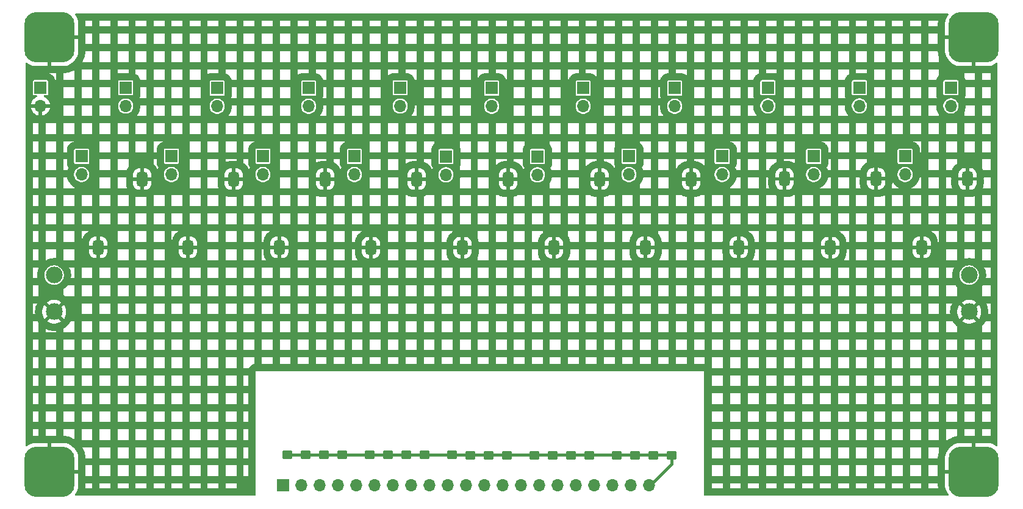
<source format=gbr>
%TF.GenerationSoftware,KiCad,Pcbnew,9.0.0*%
%TF.CreationDate,2025-03-11T14:00:59-06:00*%
%TF.ProjectId,Solenoid Breakout Board,536f6c65-6e6f-4696-9420-427265616b6f,rev?*%
%TF.SameCoordinates,Original*%
%TF.FileFunction,Copper,L2,Bot*%
%TF.FilePolarity,Positive*%
%FSLAX46Y46*%
G04 Gerber Fmt 4.6, Leading zero omitted, Abs format (unit mm)*
G04 Created by KiCad (PCBNEW 9.0.0) date 2025-03-11 14:00:59*
%MOMM*%
%LPD*%
G01*
G04 APERTURE LIST*
G04 Aperture macros list*
%AMRoundRect*
0 Rectangle with rounded corners*
0 $1 Rounding radius*
0 $2 $3 $4 $5 $6 $7 $8 $9 X,Y pos of 4 corners*
0 Add a 4 corners polygon primitive as box body*
4,1,4,$2,$3,$4,$5,$6,$7,$8,$9,$2,$3,0*
0 Add four circle primitives for the rounded corners*
1,1,$1+$1,$2,$3*
1,1,$1+$1,$4,$5*
1,1,$1+$1,$6,$7*
1,1,$1+$1,$8,$9*
0 Add four rect primitives between the rounded corners*
20,1,$1+$1,$2,$3,$4,$5,0*
20,1,$1+$1,$4,$5,$6,$7,0*
20,1,$1+$1,$6,$7,$8,$9,0*
20,1,$1+$1,$8,$9,$2,$3,0*%
G04 Aperture macros list end*
%TA.AperFunction,ComponentPad*%
%ADD10C,2.311400*%
%TD*%
%TA.AperFunction,ComponentPad*%
%ADD11R,1.700000X1.700000*%
%TD*%
%TA.AperFunction,ComponentPad*%
%ADD12O,1.700000X1.700000*%
%TD*%
%TA.AperFunction,ComponentPad*%
%ADD13RoundRect,0.250000X0.450000X-0.350000X0.450000X0.350000X-0.450000X0.350000X-0.450000X-0.350000X0*%
%TD*%
%TA.AperFunction,ComponentPad*%
%ADD14RoundRect,0.375000X0.375000X-0.625000X0.375000X0.625000X-0.375000X0.625000X-0.375000X-0.625000X0*%
%TD*%
%TA.AperFunction,ComponentPad*%
%ADD15RoundRect,1.746250X-1.746250X-1.746250X1.746250X-1.746250X1.746250X1.746250X-1.746250X1.746250X0*%
%TD*%
%TA.AperFunction,Conductor*%
%ADD16C,0.381000*%
%TD*%
G04 APERTURE END LIST*
D10*
%TO.P,POWER,1*%
%TO.N,Chassis_GND*%
X175895000Y-129540000D03*
%TO.P,POWER,2*%
%TO.N,+12v*%
X175895000Y-124460000D03*
%TD*%
D11*
%TO.P,L16,1,1*%
%TO.N,+12v*%
X147955000Y-98425000D03*
D12*
%TO.P,L16,2,2*%
%TO.N,Net-(Q16-C)*%
X147955000Y-100965000D03*
%TD*%
D11*
%TO.P,L10,1,1*%
%TO.N,+12v*%
X90565000Y-107950000D03*
D12*
%TO.P,L10,2,2*%
%TO.N,Net-(Q10-C)*%
X90565000Y-110490000D03*
%TD*%
D13*
%TO.P,R35,1,1*%
%TO.N,GND*%
X132080000Y-149495000D03*
%TD*%
D11*
%TO.P,L8,1,1*%
%TO.N,+12v*%
X115965000Y-108000000D03*
D12*
%TO.P,L8,2,2*%
%TO.N,Net-(Q8-C)*%
X115965000Y-110540000D03*
%TD*%
D11*
%TO.P,L9,1,1*%
%TO.N,+12v*%
X122315000Y-98470000D03*
D12*
%TO.P,L9,2,2*%
%TO.N,Net-(Q9-C)*%
X122315000Y-101010000D03*
%TD*%
D14*
%TO.P,Q16,3,E*%
%TO.N,Chassis_GND*%
X150255000Y-111100000D03*
%TD*%
D11*
%TO.P,L11,1,1*%
%TO.N,+12v*%
X96915000Y-98450000D03*
D12*
%TO.P,L11,2,2*%
%TO.N,Net-(Q11-C)*%
X96915000Y-100990000D03*
%TD*%
D15*
%TO.P,REF\u002A\u002A,1*%
%TO.N,Chassis_GND*%
X176530000Y-91440000D03*
%TD*%
D11*
%TO.P,Power Out,1,1*%
%TO.N,+12v*%
X46990000Y-98425000D03*
D12*
%TO.P,Power Out,2,2*%
%TO.N,Chassis_GND*%
X46990000Y-100965000D03*
%TD*%
D14*
%TO.P,Q10,3,E*%
%TO.N,Chassis_GND*%
X92865000Y-120650000D03*
%TD*%
D13*
%TO.P,R33,1,1*%
%TO.N,GND*%
X127000000Y-149495000D03*
%TD*%
D11*
%TO.P,L13,1,1*%
%TO.N,+12v*%
X128665000Y-107945000D03*
D12*
%TO.P,L13,2,2*%
%TO.N,Net-(Q13-C)*%
X128665000Y-110485000D03*
%TD*%
D14*
%TO.P,Q1,3,E*%
%TO.N,Chassis_GND*%
X61115000Y-111125000D03*
%TD*%
%TO.P,Q4,3,E*%
%TO.N,Chassis_GND*%
X67465000Y-120600000D03*
%TD*%
%TO.P,Q20,3,E*%
%TO.N,Chassis_GND*%
X175655000Y-111100000D03*
%TD*%
%TO.P,Q3,3,E*%
%TO.N,Chassis_GND*%
X86515000Y-111125000D03*
%TD*%
D11*
%TO.P,L15,1,1*%
%TO.N,+12v*%
X141605000Y-107950000D03*
D12*
%TO.P,L15,2,2*%
%TO.N,Net-(Q15-C)*%
X141605000Y-110490000D03*
%TD*%
D14*
%TO.P,Q15,3,E*%
%TO.N,Chassis_GND*%
X143905000Y-120600000D03*
%TD*%
D13*
%TO.P,R1,1,1*%
%TO.N,GND*%
X83820000Y-149400000D03*
%TD*%
%TO.P,R25,1,1*%
%TO.N,GND*%
X115570000Y-149495000D03*
%TD*%
%TO.P,R27,1,1*%
%TO.N,GND*%
X120650000Y-149495000D03*
%TD*%
%TO.P,R34,1,1*%
%TO.N,GND*%
X129540000Y-149495000D03*
%TD*%
D11*
%TO.P,L1,1,1*%
%TO.N,+12v*%
X58815000Y-98445000D03*
D12*
%TO.P,L1,2,2*%
%TO.N,Net-(Q1-C)*%
X58815000Y-100985000D03*
%TD*%
D14*
%TO.P,Q18,3,E*%
%TO.N,Chassis_GND*%
X162955000Y-111075000D03*
%TD*%
D13*
%TO.P,R36,1,1*%
%TO.N,GND*%
X134620000Y-149495000D03*
%TD*%
D10*
%TO.P,POWER,1*%
%TO.N,+12v*%
X48895000Y-124460000D03*
%TO.P,POWER,2*%
%TO.N,Chassis_GND*%
X48895000Y-129540000D03*
%TD*%
D11*
%TO.P,L20,1,1*%
%TO.N,+12v*%
X173355000Y-98425000D03*
D12*
%TO.P,L20,2,2*%
%TO.N,Net-(Q20-C)*%
X173355000Y-100965000D03*
%TD*%
D14*
%TO.P,Q7,3,E*%
%TO.N,Chassis_GND*%
X111915000Y-111125000D03*
%TD*%
D11*
%TO.P,L17,1,1*%
%TO.N,+12v*%
X154305000Y-107950000D03*
D12*
%TO.P,L17,2,2*%
%TO.N,Net-(Q17-C)*%
X154305000Y-110490000D03*
%TD*%
D14*
%TO.P,Q5,3,E*%
%TO.N,Chassis_GND*%
X73815000Y-111125000D03*
%TD*%
D11*
%TO.P,L19,1,1*%
%TO.N,+12v*%
X167005000Y-107950000D03*
D12*
%TO.P,L19,2,2*%
%TO.N,Net-(Q19-C)*%
X167005000Y-110490000D03*
%TD*%
D13*
%TO.P,R17,1,1*%
%TO.N,GND*%
X100330000Y-149400000D03*
%TD*%
D14*
%TO.P,Q6,3,E*%
%TO.N,Chassis_GND*%
X80165000Y-120600000D03*
%TD*%
D11*
%TO.P,L7,1,1*%
%TO.N,+12v*%
X109615000Y-98470000D03*
D12*
%TO.P,L7,2,2*%
%TO.N,Net-(Q7-C)*%
X109615000Y-101010000D03*
%TD*%
D13*
%TO.P,R2,1,1*%
%TO.N,GND*%
X81280000Y-149400000D03*
%TD*%
%TO.P,R4,1,1*%
%TO.N,GND*%
X95250000Y-149400000D03*
%TD*%
D15*
%TO.P,REF\u002A\u002A,1*%
%TO.N,Chassis_GND*%
X48260000Y-91440000D03*
%TD*%
D14*
%TO.P,Q2,3,E*%
%TO.N,Chassis_GND*%
X55005000Y-120600000D03*
%TD*%
D11*
%TO.P,L2,1,1*%
%TO.N,+12v*%
X52705000Y-107950000D03*
D12*
%TO.P,L2,2,2*%
%TO.N,Net-(Q2-C)*%
X52705000Y-110490000D03*
%TD*%
D14*
%TO.P,Q11,3,E*%
%TO.N,Chassis_GND*%
X99215000Y-111125000D03*
%TD*%
D11*
%TO.P,L12,1,1*%
%TO.N,+12v*%
X103265000Y-107995000D03*
D12*
%TO.P,L12,2,2*%
%TO.N,Net-(Q12-C)*%
X103265000Y-110535000D03*
%TD*%
D11*
%TO.P,J1,1,1*%
%TO.N,F1*%
X80645000Y-153670000D03*
D12*
%TO.P,J1,2,2*%
%TO.N,F#1*%
X83185000Y-153670000D03*
%TO.P,J1,3,3*%
%TO.N,G1*%
X85725000Y-153670000D03*
%TO.P,J1,4,4*%
%TO.N,G#1*%
X88265000Y-153670000D03*
%TO.P,J1,5,5*%
%TO.N,A1*%
X90805000Y-153670000D03*
%TO.P,J1,6,6*%
%TO.N,A#1*%
X93345000Y-153670000D03*
%TO.P,J1,7,7*%
%TO.N,B1*%
X95885000Y-153670000D03*
%TO.P,J1,8,8*%
%TO.N,C2*%
X98425000Y-153670000D03*
%TO.P,J1,9,9*%
%TO.N,C#2*%
X100965000Y-153670000D03*
%TO.P,J1,10,10*%
%TO.N,D2*%
X103505000Y-153670000D03*
%TO.P,J1,11,11*%
%TO.N,D#2*%
X106045000Y-153670000D03*
%TO.P,J1,12,12*%
%TO.N,E2*%
X108585000Y-153670000D03*
%TO.P,J1,13,13*%
%TO.N,F2*%
X111125000Y-153670000D03*
%TO.P,J1,14,14*%
%TO.N,F#2*%
X113665000Y-153670000D03*
%TO.P,J1,15,15*%
%TO.N,G2*%
X116205000Y-153670000D03*
%TO.P,J1,16,16*%
%TO.N,G#2*%
X118745000Y-153670000D03*
%TO.P,J1,17,17*%
%TO.N,A2*%
X121285000Y-153670000D03*
%TO.P,J1,18,18*%
%TO.N,A#2*%
X123825000Y-153670000D03*
%TO.P,J1,19,19*%
%TO.N,B2*%
X126365000Y-153670000D03*
%TO.P,J1,20,20*%
%TO.N,C3*%
X128905000Y-153670000D03*
%TO.P,J1,21,21*%
%TO.N,GND*%
X131445000Y-153670000D03*
%TD*%
D13*
%TO.P,R3,1,1*%
%TO.N,GND*%
X88900000Y-149400000D03*
%TD*%
D14*
%TO.P,Q8,3,E*%
%TO.N,Chassis_GND*%
X118265000Y-120650000D03*
%TD*%
D13*
%TO.P,R13,1,1*%
%TO.N,GND*%
X106680000Y-149495000D03*
%TD*%
%TO.P,R26,1,1*%
%TO.N,GND*%
X118110000Y-149495000D03*
%TD*%
D14*
%TO.P,Q17,3,E*%
%TO.N,Chassis_GND*%
X156605000Y-120650000D03*
%TD*%
D13*
%TO.P,R16,1,1*%
%TO.N,GND*%
X97790000Y-149400000D03*
%TD*%
D11*
%TO.P,L5,1,1*%
%TO.N,+12v*%
X71515000Y-98470000D03*
D12*
%TO.P,L5,2,2*%
%TO.N,Net-(Q5-C)*%
X71515000Y-101010000D03*
%TD*%
D14*
%TO.P,Q12,3,E*%
%TO.N,Chassis_GND*%
X105565000Y-120650000D03*
%TD*%
D13*
%TO.P,R5,1,1*%
%TO.N,GND*%
X86360000Y-149400000D03*
%TD*%
D11*
%TO.P,L6,1,1*%
%TO.N,+12v*%
X77865000Y-107945000D03*
D12*
%TO.P,L6,2,2*%
%TO.N,Net-(Q6-C)*%
X77865000Y-110485000D03*
%TD*%
D14*
%TO.P,Q14,3,E*%
%TO.N,Chassis_GND*%
X137315000Y-111125000D03*
%TD*%
D11*
%TO.P,L3,1,1*%
%TO.N,+12v*%
X84215000Y-98470000D03*
D12*
%TO.P,L3,2,2*%
%TO.N,Net-(Q3-C)*%
X84215000Y-101010000D03*
%TD*%
D14*
%TO.P,Q9,3,E*%
%TO.N,Chassis_GND*%
X124615000Y-111125000D03*
%TD*%
D15*
%TO.P,REF\u002A\u002A,1*%
%TO.N,Chassis_GND*%
X176530000Y-151765000D03*
%TD*%
D13*
%TO.P,R18,1,1*%
%TO.N,GND*%
X104140000Y-149400000D03*
%TD*%
D14*
%TO.P,Q13,3,E*%
%TO.N,Chassis_GND*%
X130965000Y-120600000D03*
%TD*%
%TO.P,Q19,3,E*%
%TO.N,Chassis_GND*%
X169305000Y-120600000D03*
%TD*%
D13*
%TO.P,R28,1,1*%
%TO.N,GND*%
X123190000Y-149495000D03*
%TD*%
%TO.P,R6,1,1*%
%TO.N,GND*%
X92710000Y-149400000D03*
%TD*%
%TO.P,R14,1,1*%
%TO.N,GND*%
X109220000Y-149495000D03*
%TD*%
%TO.P,R15,1,1*%
%TO.N,GND*%
X111760000Y-149495000D03*
%TD*%
D15*
%TO.P,REF\u002A\u002A,1*%
%TO.N,Chassis_GND*%
X48260000Y-151765000D03*
%TD*%
D11*
%TO.P,L4,1,1*%
%TO.N,+12v*%
X65165000Y-107945000D03*
D12*
%TO.P,L4,2,2*%
%TO.N,Net-(Q4-C)*%
X65165000Y-110485000D03*
%TD*%
D11*
%TO.P,L18,1,1*%
%TO.N,+12v*%
X160655000Y-98425000D03*
D12*
%TO.P,L18,2,2*%
%TO.N,Net-(Q18-C)*%
X160655000Y-100965000D03*
%TD*%
D11*
%TO.P,L14,1,1*%
%TO.N,+12v*%
X135015000Y-98470000D03*
D12*
%TO.P,L14,2,2*%
%TO.N,Net-(Q14-C)*%
X135015000Y-101010000D03*
%TD*%
D16*
%TO.N,GND*%
X81280000Y-149400000D02*
X134525000Y-149400000D01*
X134525000Y-149400000D02*
X134620000Y-149495000D01*
X134620000Y-150670000D02*
X134620000Y-149495000D01*
X131445000Y-153845000D02*
X134620000Y-150670000D01*
%TD*%
%TA.AperFunction,Conductor*%
%TO.N,Chassis_GND*%
G36*
X172961212Y-88150185D02*
G01*
X173006967Y-88202989D01*
X173016911Y-88272147D01*
X172995117Y-88324085D01*
X172996171Y-88324783D01*
X172827847Y-88578987D01*
X172696713Y-88849639D01*
X172602830Y-89135325D01*
X172602827Y-89135335D01*
X172547857Y-89431013D01*
X172537500Y-89607899D01*
X172537500Y-91190000D01*
X174513379Y-91190000D01*
X174498000Y-91306816D01*
X174498000Y-91573184D01*
X174513379Y-91690000D01*
X172537500Y-91690000D01*
X172537500Y-93272100D01*
X172547857Y-93448986D01*
X172602827Y-93744664D01*
X172602830Y-93744674D01*
X172696713Y-94030360D01*
X172827847Y-94301012D01*
X172993883Y-94551762D01*
X173191856Y-94778143D01*
X173418237Y-94976116D01*
X173668987Y-95142152D01*
X173939639Y-95273286D01*
X174225325Y-95367169D01*
X174225335Y-95367172D01*
X174521013Y-95422142D01*
X174697900Y-95432500D01*
X176280000Y-95432500D01*
X176280000Y-93456620D01*
X176396816Y-93472000D01*
X176663184Y-93472000D01*
X176780000Y-93456620D01*
X176780000Y-95432500D01*
X178362100Y-95432500D01*
X178538986Y-95422142D01*
X178834664Y-95367172D01*
X178834674Y-95367169D01*
X179120360Y-95273286D01*
X179391012Y-95142152D01*
X179645217Y-94973829D01*
X179646022Y-94975045D01*
X179705518Y-94952229D01*
X179773924Y-94966453D01*
X179823782Y-95015403D01*
X179839500Y-95075827D01*
X179839500Y-148129172D01*
X179819815Y-148196211D01*
X179767011Y-148241966D01*
X179697853Y-148251910D01*
X179645909Y-148230124D01*
X179645217Y-148231171D01*
X179391012Y-148062847D01*
X179120360Y-147931713D01*
X178834674Y-147837830D01*
X178834664Y-147837827D01*
X178538986Y-147782857D01*
X178362100Y-147772500D01*
X176780000Y-147772500D01*
X176780000Y-149748379D01*
X176663184Y-149733000D01*
X176396816Y-149733000D01*
X176280000Y-149748379D01*
X176280000Y-147772500D01*
X174697900Y-147772500D01*
X174521013Y-147782857D01*
X174225335Y-147837827D01*
X174225325Y-147837830D01*
X173939639Y-147931713D01*
X173668987Y-148062847D01*
X173418237Y-148228883D01*
X173191856Y-148426856D01*
X172993883Y-148653237D01*
X172827847Y-148903987D01*
X172696713Y-149174639D01*
X172602830Y-149460325D01*
X172602827Y-149460335D01*
X172547857Y-149756013D01*
X172537500Y-149932899D01*
X172537500Y-151515000D01*
X174513379Y-151515000D01*
X174498000Y-151631816D01*
X174498000Y-151898184D01*
X174513379Y-152015000D01*
X172537500Y-152015000D01*
X172537500Y-153597100D01*
X172547857Y-153773986D01*
X172602827Y-154069664D01*
X172602830Y-154069674D01*
X172696713Y-154355360D01*
X172827847Y-154626012D01*
X172996171Y-154880217D01*
X172994954Y-154881022D01*
X173017771Y-154940518D01*
X173003547Y-155008924D01*
X172954597Y-155058782D01*
X172894173Y-155074500D01*
X139189000Y-155074500D01*
X139121961Y-155054815D01*
X139076206Y-155002011D01*
X139065000Y-154950500D01*
X139065000Y-154076500D01*
X140198500Y-154076500D01*
X141700500Y-154076500D01*
X142698500Y-154076500D01*
X144200500Y-154076500D01*
X145198500Y-154076500D01*
X146700500Y-154076500D01*
X147698500Y-154076500D01*
X149200500Y-154076500D01*
X150198500Y-154076500D01*
X151700500Y-154076500D01*
X152698500Y-154076500D01*
X154200500Y-154076500D01*
X155198500Y-154076500D01*
X156700500Y-154076500D01*
X157698500Y-154076500D01*
X159200500Y-154076500D01*
X160198500Y-154076500D01*
X161700500Y-154076500D01*
X162698500Y-154076500D01*
X164200500Y-154076500D01*
X165198500Y-154076500D01*
X166700500Y-154076500D01*
X167698500Y-154076500D01*
X169200500Y-154076500D01*
X170198500Y-154076500D01*
X171588998Y-154076500D01*
X171563816Y-153941047D01*
X171563166Y-153937221D01*
X171559600Y-153914022D01*
X171559071Y-153910179D01*
X171555289Y-153879135D01*
X171554880Y-153875269D01*
X171552768Y-153851835D01*
X171552479Y-153847953D01*
X171540459Y-153642674D01*
X171540300Y-153639050D01*
X171539553Y-153613500D01*
X171539500Y-153609876D01*
X171539500Y-153378500D01*
X170198500Y-153378500D01*
X170198500Y-154076500D01*
X169200500Y-154076500D01*
X169200500Y-153378500D01*
X167698500Y-153378500D01*
X167698500Y-154076500D01*
X166700500Y-154076500D01*
X166700500Y-153378500D01*
X165198500Y-153378500D01*
X165198500Y-154076500D01*
X164200500Y-154076500D01*
X164200500Y-153378500D01*
X162698500Y-153378500D01*
X162698500Y-154076500D01*
X161700500Y-154076500D01*
X161700500Y-153378500D01*
X160198500Y-153378500D01*
X160198500Y-154076500D01*
X159200500Y-154076500D01*
X159200500Y-153378500D01*
X157698500Y-153378500D01*
X157698500Y-154076500D01*
X156700500Y-154076500D01*
X156700500Y-153378500D01*
X155198500Y-153378500D01*
X155198500Y-154076500D01*
X154200500Y-154076500D01*
X154200500Y-153378500D01*
X152698500Y-153378500D01*
X152698500Y-154076500D01*
X151700500Y-154076500D01*
X151700500Y-153378500D01*
X150198500Y-153378500D01*
X150198500Y-154076500D01*
X149200500Y-154076500D01*
X149200500Y-153378500D01*
X147698500Y-153378500D01*
X147698500Y-154076500D01*
X146700500Y-154076500D01*
X146700500Y-153378500D01*
X145198500Y-153378500D01*
X145198500Y-154076500D01*
X144200500Y-154076500D01*
X144200500Y-153378500D01*
X142698500Y-153378500D01*
X142698500Y-154076500D01*
X141700500Y-154076500D01*
X141700500Y-153378500D01*
X140198500Y-153378500D01*
X140198500Y-154076500D01*
X139065000Y-154076500D01*
X139065000Y-152380500D01*
X140198500Y-152380500D01*
X141700500Y-152380500D01*
X142698500Y-152380500D01*
X144200500Y-152380500D01*
X145198500Y-152380500D01*
X146700500Y-152380500D01*
X147698500Y-152380500D01*
X149200500Y-152380500D01*
X150198500Y-152380500D01*
X151700500Y-152380500D01*
X152698500Y-152380500D01*
X154200500Y-152380500D01*
X155198500Y-152380500D01*
X156700500Y-152380500D01*
X157698500Y-152380500D01*
X159200500Y-152380500D01*
X160198500Y-152380500D01*
X161700500Y-152380500D01*
X162698500Y-152380500D01*
X164200500Y-152380500D01*
X165198500Y-152380500D01*
X166700500Y-152380500D01*
X167698500Y-152380500D01*
X169200500Y-152380500D01*
X170198500Y-152380500D01*
X171539500Y-152380500D01*
X171539500Y-151814454D01*
X171548939Y-151767002D01*
X171549768Y-151765000D01*
X171548939Y-151762998D01*
X171539500Y-151715546D01*
X171539500Y-150878500D01*
X170198500Y-150878500D01*
X170198500Y-152380500D01*
X169200500Y-152380500D01*
X169200500Y-150878500D01*
X167698500Y-150878500D01*
X167698500Y-152380500D01*
X166700500Y-152380500D01*
X166700500Y-150878500D01*
X165198500Y-150878500D01*
X165198500Y-152380500D01*
X164200500Y-152380500D01*
X164200500Y-150878500D01*
X162698500Y-150878500D01*
X162698500Y-152380500D01*
X161700500Y-152380500D01*
X161700500Y-150878500D01*
X160198500Y-150878500D01*
X160198500Y-152380500D01*
X159200500Y-152380500D01*
X159200500Y-150878500D01*
X157698500Y-150878500D01*
X157698500Y-152380500D01*
X156700500Y-152380500D01*
X156700500Y-150878500D01*
X155198500Y-150878500D01*
X155198500Y-152380500D01*
X154200500Y-152380500D01*
X154200500Y-150878500D01*
X152698500Y-150878500D01*
X152698500Y-152380500D01*
X151700500Y-152380500D01*
X151700500Y-150878500D01*
X150198500Y-150878500D01*
X150198500Y-152380500D01*
X149200500Y-152380500D01*
X149200500Y-150878500D01*
X147698500Y-150878500D01*
X147698500Y-152380500D01*
X146700500Y-152380500D01*
X146700500Y-150878500D01*
X145198500Y-150878500D01*
X145198500Y-152380500D01*
X144200500Y-152380500D01*
X144200500Y-150878500D01*
X142698500Y-150878500D01*
X142698500Y-152380500D01*
X141700500Y-152380500D01*
X141700500Y-150878500D01*
X140198500Y-150878500D01*
X140198500Y-152380500D01*
X139065000Y-152380500D01*
X139065000Y-149880500D01*
X140198500Y-149880500D01*
X141700500Y-149880500D01*
X142698500Y-149880500D01*
X144200500Y-149880500D01*
X145198500Y-149880500D01*
X146700500Y-149880500D01*
X147698500Y-149880500D01*
X149200500Y-149880500D01*
X150198500Y-149880500D01*
X151700500Y-149880500D01*
X152698500Y-149880500D01*
X154200500Y-149880500D01*
X155198500Y-149880500D01*
X156700500Y-149880500D01*
X157698500Y-149880500D01*
X159200500Y-149880500D01*
X160198500Y-149880500D01*
X161700500Y-149880500D01*
X162698500Y-149880500D01*
X164200500Y-149880500D01*
X165198500Y-149880500D01*
X166700500Y-149880500D01*
X167698500Y-149880500D01*
X169200500Y-149880500D01*
X170198500Y-149880500D01*
X171540859Y-149880500D01*
X171552479Y-149682047D01*
X171552768Y-149678165D01*
X171554880Y-149654731D01*
X171555289Y-149650865D01*
X171559071Y-149619821D01*
X171559600Y-149615978D01*
X171563166Y-149592779D01*
X171563816Y-149588953D01*
X171624686Y-149261541D01*
X171625509Y-149257489D01*
X171630903Y-149233042D01*
X171631863Y-149229013D01*
X171640135Y-149196694D01*
X171641231Y-149192692D01*
X171648266Y-149168593D01*
X171649496Y-149164629D01*
X171700500Y-149009422D01*
X171700500Y-148378500D01*
X170198500Y-148378500D01*
X170198500Y-149880500D01*
X169200500Y-149880500D01*
X169200500Y-148378500D01*
X167698500Y-148378500D01*
X167698500Y-149880500D01*
X166700500Y-149880500D01*
X166700500Y-148378500D01*
X165198500Y-148378500D01*
X165198500Y-149880500D01*
X164200500Y-149880500D01*
X164200500Y-148378500D01*
X162698500Y-148378500D01*
X162698500Y-149880500D01*
X161700500Y-149880500D01*
X161700500Y-148378500D01*
X160198500Y-148378500D01*
X160198500Y-149880500D01*
X159200500Y-149880500D01*
X159200500Y-148378500D01*
X157698500Y-148378500D01*
X157698500Y-149880500D01*
X156700500Y-149880500D01*
X156700500Y-148378500D01*
X155198500Y-148378500D01*
X155198500Y-149880500D01*
X154200500Y-149880500D01*
X154200500Y-148378500D01*
X152698500Y-148378500D01*
X152698500Y-149880500D01*
X151700500Y-149880500D01*
X151700500Y-148378500D01*
X150198500Y-148378500D01*
X150198500Y-149880500D01*
X149200500Y-149880500D01*
X149200500Y-148378500D01*
X147698500Y-148378500D01*
X147698500Y-149880500D01*
X146700500Y-149880500D01*
X146700500Y-148378500D01*
X145198500Y-148378500D01*
X145198500Y-149880500D01*
X144200500Y-149880500D01*
X144200500Y-148378500D01*
X142698500Y-148378500D01*
X142698500Y-149880500D01*
X141700500Y-149880500D01*
X141700500Y-148378500D01*
X140198500Y-148378500D01*
X140198500Y-149880500D01*
X139065000Y-149880500D01*
X139065000Y-147380500D01*
X140198500Y-147380500D01*
X141700500Y-147380500D01*
X142698500Y-147380500D01*
X144200500Y-147380500D01*
X145198500Y-147380500D01*
X146700500Y-147380500D01*
X147698500Y-147380500D01*
X149200500Y-147380500D01*
X150198500Y-147380500D01*
X151700500Y-147380500D01*
X152698500Y-147380500D01*
X154200500Y-147380500D01*
X155198500Y-147380500D01*
X156700500Y-147380500D01*
X157698500Y-147380500D01*
X159200500Y-147380500D01*
X160198500Y-147380500D01*
X161700500Y-147380500D01*
X162698500Y-147380500D01*
X164200500Y-147380500D01*
X165198500Y-147380500D01*
X166700500Y-147380500D01*
X167698500Y-147380500D01*
X169200500Y-147380500D01*
X170198500Y-147380500D01*
X171700500Y-147380500D01*
X172698500Y-147380500D01*
X172891817Y-147380500D01*
X173131905Y-147221524D01*
X173135400Y-147219293D01*
X173156750Y-147206161D01*
X173160312Y-147204051D01*
X173189296Y-147187531D01*
X173192930Y-147185540D01*
X173215116Y-147173859D01*
X173218817Y-147171988D01*
X173519477Y-147026314D01*
X173523233Y-147024572D01*
X173546131Y-147014407D01*
X173549944Y-147012789D01*
X173580868Y-147000280D01*
X173584739Y-146998789D01*
X173608291Y-146990167D01*
X173612207Y-146988808D01*
X173929629Y-146884496D01*
X173933593Y-146883266D01*
X173957692Y-146876231D01*
X173961694Y-146875135D01*
X173994013Y-146866863D01*
X173998042Y-146865903D01*
X174022489Y-146860509D01*
X174026541Y-146859686D01*
X174200500Y-146827344D01*
X174200500Y-146774500D01*
X175198500Y-146774500D01*
X176480546Y-146774500D01*
X176527998Y-146783939D01*
X176530000Y-146784768D01*
X176532002Y-146783939D01*
X176579454Y-146774500D01*
X176700500Y-146774500D01*
X177698500Y-146774500D01*
X178374876Y-146774500D01*
X178378500Y-146774553D01*
X178404050Y-146775300D01*
X178407674Y-146775459D01*
X178612953Y-146787479D01*
X178616835Y-146787768D01*
X178640269Y-146789880D01*
X178644135Y-146790289D01*
X178675179Y-146794071D01*
X178679022Y-146794600D01*
X178702221Y-146798166D01*
X178706047Y-146798816D01*
X178841500Y-146823998D01*
X178841500Y-145878500D01*
X177698500Y-145878500D01*
X177698500Y-146774500D01*
X176700500Y-146774500D01*
X176700500Y-145878500D01*
X175198500Y-145878500D01*
X175198500Y-146774500D01*
X174200500Y-146774500D01*
X174200500Y-145878500D01*
X172698500Y-145878500D01*
X172698500Y-147380500D01*
X171700500Y-147380500D01*
X171700500Y-145878500D01*
X170198500Y-145878500D01*
X170198500Y-147380500D01*
X169200500Y-147380500D01*
X169200500Y-145878500D01*
X167698500Y-145878500D01*
X167698500Y-147380500D01*
X166700500Y-147380500D01*
X166700500Y-145878500D01*
X165198500Y-145878500D01*
X165198500Y-147380500D01*
X164200500Y-147380500D01*
X164200500Y-145878500D01*
X162698500Y-145878500D01*
X162698500Y-147380500D01*
X161700500Y-147380500D01*
X161700500Y-145878500D01*
X160198500Y-145878500D01*
X160198500Y-147380500D01*
X159200500Y-147380500D01*
X159200500Y-145878500D01*
X157698500Y-145878500D01*
X157698500Y-147380500D01*
X156700500Y-147380500D01*
X156700500Y-145878500D01*
X155198500Y-145878500D01*
X155198500Y-147380500D01*
X154200500Y-147380500D01*
X154200500Y-145878500D01*
X152698500Y-145878500D01*
X152698500Y-147380500D01*
X151700500Y-147380500D01*
X151700500Y-145878500D01*
X150198500Y-145878500D01*
X150198500Y-147380500D01*
X149200500Y-147380500D01*
X149200500Y-145878500D01*
X147698500Y-145878500D01*
X147698500Y-147380500D01*
X146700500Y-147380500D01*
X146700500Y-145878500D01*
X145198500Y-145878500D01*
X145198500Y-147380500D01*
X144200500Y-147380500D01*
X144200500Y-145878500D01*
X142698500Y-145878500D01*
X142698500Y-147380500D01*
X141700500Y-147380500D01*
X141700500Y-145878500D01*
X140198500Y-145878500D01*
X140198500Y-147380500D01*
X139065000Y-147380500D01*
X139065000Y-144880500D01*
X140198500Y-144880500D01*
X141700500Y-144880500D01*
X142698500Y-144880500D01*
X144200500Y-144880500D01*
X145198500Y-144880500D01*
X146700500Y-144880500D01*
X147698500Y-144880500D01*
X149200500Y-144880500D01*
X150198500Y-144880500D01*
X151700500Y-144880500D01*
X152698500Y-144880500D01*
X154200500Y-144880500D01*
X155198500Y-144880500D01*
X156700500Y-144880500D01*
X157698500Y-144880500D01*
X159200500Y-144880500D01*
X160198500Y-144880500D01*
X161700500Y-144880500D01*
X162698500Y-144880500D01*
X164200500Y-144880500D01*
X165198500Y-144880500D01*
X166700500Y-144880500D01*
X167698500Y-144880500D01*
X169200500Y-144880500D01*
X170198500Y-144880500D01*
X171700500Y-144880500D01*
X172698500Y-144880500D01*
X174200500Y-144880500D01*
X175198500Y-144880500D01*
X176700500Y-144880500D01*
X177698500Y-144880500D01*
X178841500Y-144880500D01*
X178841500Y-143378500D01*
X177698500Y-143378500D01*
X177698500Y-144880500D01*
X176700500Y-144880500D01*
X176700500Y-143378500D01*
X175198500Y-143378500D01*
X175198500Y-144880500D01*
X174200500Y-144880500D01*
X174200500Y-143378500D01*
X172698500Y-143378500D01*
X172698500Y-144880500D01*
X171700500Y-144880500D01*
X171700500Y-143378500D01*
X170198500Y-143378500D01*
X170198500Y-144880500D01*
X169200500Y-144880500D01*
X169200500Y-143378500D01*
X167698500Y-143378500D01*
X167698500Y-144880500D01*
X166700500Y-144880500D01*
X166700500Y-143378500D01*
X165198500Y-143378500D01*
X165198500Y-144880500D01*
X164200500Y-144880500D01*
X164200500Y-143378500D01*
X162698500Y-143378500D01*
X162698500Y-144880500D01*
X161700500Y-144880500D01*
X161700500Y-143378500D01*
X160198500Y-143378500D01*
X160198500Y-144880500D01*
X159200500Y-144880500D01*
X159200500Y-143378500D01*
X157698500Y-143378500D01*
X157698500Y-144880500D01*
X156700500Y-144880500D01*
X156700500Y-143378500D01*
X155198500Y-143378500D01*
X155198500Y-144880500D01*
X154200500Y-144880500D01*
X154200500Y-143378500D01*
X152698500Y-143378500D01*
X152698500Y-144880500D01*
X151700500Y-144880500D01*
X151700500Y-143378500D01*
X150198500Y-143378500D01*
X150198500Y-144880500D01*
X149200500Y-144880500D01*
X149200500Y-143378500D01*
X147698500Y-143378500D01*
X147698500Y-144880500D01*
X146700500Y-144880500D01*
X146700500Y-143378500D01*
X145198500Y-143378500D01*
X145198500Y-144880500D01*
X144200500Y-144880500D01*
X144200500Y-143378500D01*
X142698500Y-143378500D01*
X142698500Y-144880500D01*
X141700500Y-144880500D01*
X141700500Y-143378500D01*
X140198500Y-143378500D01*
X140198500Y-144880500D01*
X139065000Y-144880500D01*
X139065000Y-142380500D01*
X140198500Y-142380500D01*
X141700500Y-142380500D01*
X142698500Y-142380500D01*
X144200500Y-142380500D01*
X145198500Y-142380500D01*
X146700500Y-142380500D01*
X147698500Y-142380500D01*
X149200500Y-142380500D01*
X150198500Y-142380500D01*
X151700500Y-142380500D01*
X152698500Y-142380500D01*
X154200500Y-142380500D01*
X155198500Y-142380500D01*
X156700500Y-142380500D01*
X157698500Y-142380500D01*
X159200500Y-142380500D01*
X160198500Y-142380500D01*
X161700500Y-142380500D01*
X162698500Y-142380500D01*
X164200500Y-142380500D01*
X165198500Y-142380500D01*
X166700500Y-142380500D01*
X167698500Y-142380500D01*
X169200500Y-142380500D01*
X170198500Y-142380500D01*
X171700500Y-142380500D01*
X172698500Y-142380500D01*
X174200500Y-142380500D01*
X175198500Y-142380500D01*
X176700500Y-142380500D01*
X177698500Y-142380500D01*
X178841500Y-142380500D01*
X178841500Y-140878500D01*
X177698500Y-140878500D01*
X177698500Y-142380500D01*
X176700500Y-142380500D01*
X176700500Y-140878500D01*
X175198500Y-140878500D01*
X175198500Y-142380500D01*
X174200500Y-142380500D01*
X174200500Y-140878500D01*
X172698500Y-140878500D01*
X172698500Y-142380500D01*
X171700500Y-142380500D01*
X171700500Y-140878500D01*
X170198500Y-140878500D01*
X170198500Y-142380500D01*
X169200500Y-142380500D01*
X169200500Y-140878500D01*
X167698500Y-140878500D01*
X167698500Y-142380500D01*
X166700500Y-142380500D01*
X166700500Y-140878500D01*
X165198500Y-140878500D01*
X165198500Y-142380500D01*
X164200500Y-142380500D01*
X164200500Y-140878500D01*
X162698500Y-140878500D01*
X162698500Y-142380500D01*
X161700500Y-142380500D01*
X161700500Y-140878500D01*
X160198500Y-140878500D01*
X160198500Y-142380500D01*
X159200500Y-142380500D01*
X159200500Y-140878500D01*
X157698500Y-140878500D01*
X157698500Y-142380500D01*
X156700500Y-142380500D01*
X156700500Y-140878500D01*
X155198500Y-140878500D01*
X155198500Y-142380500D01*
X154200500Y-142380500D01*
X154200500Y-140878500D01*
X152698500Y-140878500D01*
X152698500Y-142380500D01*
X151700500Y-142380500D01*
X151700500Y-140878500D01*
X150198500Y-140878500D01*
X150198500Y-142380500D01*
X149200500Y-142380500D01*
X149200500Y-140878500D01*
X147698500Y-140878500D01*
X147698500Y-142380500D01*
X146700500Y-142380500D01*
X146700500Y-140878500D01*
X145198500Y-140878500D01*
X145198500Y-142380500D01*
X144200500Y-142380500D01*
X144200500Y-140878500D01*
X142698500Y-140878500D01*
X142698500Y-142380500D01*
X141700500Y-142380500D01*
X141700500Y-140878500D01*
X140198500Y-140878500D01*
X140198500Y-142380500D01*
X139065000Y-142380500D01*
X139065000Y-139880500D01*
X140198500Y-139880500D01*
X141700500Y-139880500D01*
X142698500Y-139880500D01*
X144200500Y-139880500D01*
X145198500Y-139880500D01*
X146700500Y-139880500D01*
X147698500Y-139880500D01*
X149200500Y-139880500D01*
X150198500Y-139880500D01*
X151700500Y-139880500D01*
X152698500Y-139880500D01*
X154200500Y-139880500D01*
X155198500Y-139880500D01*
X156700500Y-139880500D01*
X157698500Y-139880500D01*
X159200500Y-139880500D01*
X160198500Y-139880500D01*
X161700500Y-139880500D01*
X162698500Y-139880500D01*
X164200500Y-139880500D01*
X165198500Y-139880500D01*
X166700500Y-139880500D01*
X167698500Y-139880500D01*
X169200500Y-139880500D01*
X170198500Y-139880500D01*
X171700500Y-139880500D01*
X172698500Y-139880500D01*
X174200500Y-139880500D01*
X175198500Y-139880500D01*
X176700500Y-139880500D01*
X177698500Y-139880500D01*
X178841500Y-139880500D01*
X178841500Y-138378500D01*
X177698500Y-138378500D01*
X177698500Y-139880500D01*
X176700500Y-139880500D01*
X176700500Y-138378500D01*
X175198500Y-138378500D01*
X175198500Y-139880500D01*
X174200500Y-139880500D01*
X174200500Y-138378500D01*
X172698500Y-138378500D01*
X172698500Y-139880500D01*
X171700500Y-139880500D01*
X171700500Y-138378500D01*
X170198500Y-138378500D01*
X170198500Y-139880500D01*
X169200500Y-139880500D01*
X169200500Y-138378500D01*
X167698500Y-138378500D01*
X167698500Y-139880500D01*
X166700500Y-139880500D01*
X166700500Y-138378500D01*
X165198500Y-138378500D01*
X165198500Y-139880500D01*
X164200500Y-139880500D01*
X164200500Y-138378500D01*
X162698500Y-138378500D01*
X162698500Y-139880500D01*
X161700500Y-139880500D01*
X161700500Y-138378500D01*
X160198500Y-138378500D01*
X160198500Y-139880500D01*
X159200500Y-139880500D01*
X159200500Y-138378500D01*
X157698500Y-138378500D01*
X157698500Y-139880500D01*
X156700500Y-139880500D01*
X156700500Y-138378500D01*
X155198500Y-138378500D01*
X155198500Y-139880500D01*
X154200500Y-139880500D01*
X154200500Y-138378500D01*
X152698500Y-138378500D01*
X152698500Y-139880500D01*
X151700500Y-139880500D01*
X151700500Y-138378500D01*
X150198500Y-138378500D01*
X150198500Y-139880500D01*
X149200500Y-139880500D01*
X149200500Y-138378500D01*
X147698500Y-138378500D01*
X147698500Y-139880500D01*
X146700500Y-139880500D01*
X146700500Y-138378500D01*
X145198500Y-138378500D01*
X145198500Y-139880500D01*
X144200500Y-139880500D01*
X144200500Y-138378500D01*
X142698500Y-138378500D01*
X142698500Y-139880500D01*
X141700500Y-139880500D01*
X141700500Y-138378500D01*
X140198500Y-138378500D01*
X140198500Y-139880500D01*
X139065000Y-139880500D01*
X139065000Y-137795000D01*
X76835000Y-137795000D01*
X76835000Y-154950500D01*
X76815315Y-155017539D01*
X76762511Y-155063294D01*
X76711000Y-155074500D01*
X51895827Y-155074500D01*
X51828788Y-155054815D01*
X51783033Y-155002011D01*
X51773089Y-154932853D01*
X51794882Y-154880914D01*
X51793829Y-154880217D01*
X51962152Y-154626012D01*
X52093286Y-154355360D01*
X52184926Y-154076500D01*
X53201002Y-154076500D01*
X54200500Y-154076500D01*
X55198500Y-154076500D01*
X56700500Y-154076500D01*
X57698500Y-154076500D01*
X59200500Y-154076500D01*
X60198500Y-154076500D01*
X61700500Y-154076500D01*
X62698500Y-154076500D01*
X64200500Y-154076500D01*
X65198500Y-154076500D01*
X66700500Y-154076500D01*
X67698500Y-154076500D01*
X69200500Y-154076500D01*
X70198500Y-154076500D01*
X71700500Y-154076500D01*
X72698500Y-154076500D01*
X74200500Y-154076500D01*
X74200500Y-153378500D01*
X72698500Y-153378500D01*
X72698500Y-154076500D01*
X71700500Y-154076500D01*
X71700500Y-153378500D01*
X70198500Y-153378500D01*
X70198500Y-154076500D01*
X69200500Y-154076500D01*
X69200500Y-153378500D01*
X67698500Y-153378500D01*
X67698500Y-154076500D01*
X66700500Y-154076500D01*
X66700500Y-153378500D01*
X65198500Y-153378500D01*
X65198500Y-154076500D01*
X64200500Y-154076500D01*
X64200500Y-153378500D01*
X62698500Y-153378500D01*
X62698500Y-154076500D01*
X61700500Y-154076500D01*
X61700500Y-153378500D01*
X60198500Y-153378500D01*
X60198500Y-154076500D01*
X59200500Y-154076500D01*
X59200500Y-153378500D01*
X57698500Y-153378500D01*
X57698500Y-154076500D01*
X56700500Y-154076500D01*
X56700500Y-153378500D01*
X55198500Y-153378500D01*
X55198500Y-154076500D01*
X54200500Y-154076500D01*
X54200500Y-153378500D01*
X53250500Y-153378500D01*
X53250500Y-153609876D01*
X53250447Y-153613500D01*
X53249700Y-153639050D01*
X53249541Y-153642674D01*
X53237521Y-153847953D01*
X53237232Y-153851835D01*
X53235120Y-153875269D01*
X53234711Y-153879135D01*
X53230929Y-153910179D01*
X53230400Y-153914022D01*
X53226834Y-153937221D01*
X53226184Y-153941047D01*
X53201002Y-154076500D01*
X52184926Y-154076500D01*
X52187169Y-154069674D01*
X52187172Y-154069664D01*
X52242142Y-153773986D01*
X52252500Y-153597100D01*
X52252500Y-152015000D01*
X50276621Y-152015000D01*
X50292000Y-151898184D01*
X50292000Y-151765000D01*
X53240232Y-151765000D01*
X53241061Y-151767000D01*
X53250500Y-151814454D01*
X53250500Y-152380500D01*
X54200500Y-152380500D01*
X55198500Y-152380500D01*
X56700500Y-152380500D01*
X57698500Y-152380500D01*
X59200500Y-152380500D01*
X60198500Y-152380500D01*
X61700500Y-152380500D01*
X62698500Y-152380500D01*
X64200500Y-152380500D01*
X65198500Y-152380500D01*
X66700500Y-152380500D01*
X67698500Y-152380500D01*
X69200500Y-152380500D01*
X70198500Y-152380500D01*
X71700500Y-152380500D01*
X72698500Y-152380500D01*
X74200500Y-152380500D01*
X75198500Y-152380500D01*
X75837000Y-152380500D01*
X75837000Y-150878500D01*
X75198500Y-150878500D01*
X75198500Y-152380500D01*
X74200500Y-152380500D01*
X74200500Y-150878500D01*
X72698500Y-150878500D01*
X72698500Y-152380500D01*
X71700500Y-152380500D01*
X71700500Y-150878500D01*
X70198500Y-150878500D01*
X70198500Y-152380500D01*
X69200500Y-152380500D01*
X69200500Y-150878500D01*
X67698500Y-150878500D01*
X67698500Y-152380500D01*
X66700500Y-152380500D01*
X66700500Y-150878500D01*
X65198500Y-150878500D01*
X65198500Y-152380500D01*
X64200500Y-152380500D01*
X64200500Y-150878500D01*
X62698500Y-150878500D01*
X62698500Y-152380500D01*
X61700500Y-152380500D01*
X61700500Y-150878500D01*
X60198500Y-150878500D01*
X60198500Y-152380500D01*
X59200500Y-152380500D01*
X59200500Y-150878500D01*
X57698500Y-150878500D01*
X57698500Y-152380500D01*
X56700500Y-152380500D01*
X56700500Y-150878500D01*
X55198500Y-150878500D01*
X55198500Y-152380500D01*
X54200500Y-152380500D01*
X54200500Y-150878500D01*
X53250500Y-150878500D01*
X53250500Y-151715546D01*
X53241061Y-151763000D01*
X53240232Y-151765000D01*
X50292000Y-151765000D01*
X50292000Y-151631816D01*
X50276621Y-151515000D01*
X52252500Y-151515000D01*
X52252500Y-149932899D01*
X52242142Y-149756013D01*
X52187172Y-149460335D01*
X52187169Y-149460325D01*
X52093286Y-149174639D01*
X51962152Y-148903987D01*
X51796116Y-148653237D01*
X51598143Y-148426856D01*
X51542848Y-148378500D01*
X52810689Y-148378500D01*
X52818839Y-148391750D01*
X52820949Y-148395312D01*
X52837469Y-148424296D01*
X52839460Y-148427930D01*
X52851141Y-148450116D01*
X52853012Y-148453817D01*
X52998686Y-148754477D01*
X53000428Y-148758233D01*
X53010593Y-148781131D01*
X53012211Y-148784944D01*
X53024720Y-148815868D01*
X53026211Y-148819739D01*
X53034833Y-148843291D01*
X53036192Y-148847207D01*
X53140504Y-149164629D01*
X53141734Y-149168593D01*
X53148769Y-149192692D01*
X53149865Y-149196694D01*
X53158137Y-149229013D01*
X53159097Y-149233042D01*
X53164491Y-149257489D01*
X53165314Y-149261541D01*
X53226184Y-149588953D01*
X53226834Y-149592779D01*
X53230400Y-149615978D01*
X53230929Y-149619821D01*
X53234711Y-149650865D01*
X53235120Y-149654731D01*
X53237232Y-149678165D01*
X53237521Y-149682047D01*
X53249141Y-149880500D01*
X54200500Y-149880500D01*
X55198500Y-149880500D01*
X56700500Y-149880500D01*
X57698500Y-149880500D01*
X59200500Y-149880500D01*
X60198500Y-149880500D01*
X61700500Y-149880500D01*
X62698500Y-149880500D01*
X64200500Y-149880500D01*
X65198500Y-149880500D01*
X66700500Y-149880500D01*
X67698500Y-149880500D01*
X69200500Y-149880500D01*
X70198500Y-149880500D01*
X71700500Y-149880500D01*
X72698500Y-149880500D01*
X74200500Y-149880500D01*
X75198500Y-149880500D01*
X75837000Y-149880500D01*
X75837000Y-148378500D01*
X75198500Y-148378500D01*
X75198500Y-149880500D01*
X74200500Y-149880500D01*
X74200500Y-148378500D01*
X72698500Y-148378500D01*
X72698500Y-149880500D01*
X71700500Y-149880500D01*
X71700500Y-148378500D01*
X70198500Y-148378500D01*
X70198500Y-149880500D01*
X69200500Y-149880500D01*
X69200500Y-148378500D01*
X67698500Y-148378500D01*
X67698500Y-149880500D01*
X66700500Y-149880500D01*
X66700500Y-148378500D01*
X65198500Y-148378500D01*
X65198500Y-149880500D01*
X64200500Y-149880500D01*
X64200500Y-148378500D01*
X62698500Y-148378500D01*
X62698500Y-149880500D01*
X61700500Y-149880500D01*
X61700500Y-148378500D01*
X60198500Y-148378500D01*
X60198500Y-149880500D01*
X59200500Y-149880500D01*
X59200500Y-148378500D01*
X57698500Y-148378500D01*
X57698500Y-149880500D01*
X56700500Y-149880500D01*
X56700500Y-148378500D01*
X55198500Y-148378500D01*
X55198500Y-149880500D01*
X54200500Y-149880500D01*
X54200500Y-148378500D01*
X52810689Y-148378500D01*
X51542848Y-148378500D01*
X51371762Y-148228883D01*
X51121012Y-148062847D01*
X50850360Y-147931713D01*
X50564674Y-147837830D01*
X50564664Y-147837827D01*
X50268986Y-147782857D01*
X50092100Y-147772500D01*
X48510000Y-147772500D01*
X48510000Y-149748379D01*
X48393184Y-149733000D01*
X48126816Y-149733000D01*
X48010000Y-149748379D01*
X48010000Y-147772500D01*
X46427900Y-147772500D01*
X46251013Y-147782857D01*
X45955335Y-147837827D01*
X45955325Y-147837830D01*
X45669639Y-147931713D01*
X45398987Y-148062847D01*
X45144783Y-148231171D01*
X45143982Y-148229962D01*
X45084439Y-148252773D01*
X45016038Y-148238525D01*
X44966197Y-148189559D01*
X44950500Y-148129172D01*
X44950500Y-147380500D01*
X52698500Y-147380500D01*
X54200500Y-147380500D01*
X55198500Y-147380500D01*
X56700500Y-147380500D01*
X57698500Y-147380500D01*
X59200500Y-147380500D01*
X60198500Y-147380500D01*
X61700500Y-147380500D01*
X62698500Y-147380500D01*
X64200500Y-147380500D01*
X65198500Y-147380500D01*
X66700500Y-147380500D01*
X67698500Y-147380500D01*
X69200500Y-147380500D01*
X70198500Y-147380500D01*
X71700500Y-147380500D01*
X72698500Y-147380500D01*
X74200500Y-147380500D01*
X75198500Y-147380500D01*
X75837000Y-147380500D01*
X75837000Y-145878500D01*
X75198500Y-145878500D01*
X75198500Y-147380500D01*
X74200500Y-147380500D01*
X74200500Y-145878500D01*
X72698500Y-145878500D01*
X72698500Y-147380500D01*
X71700500Y-147380500D01*
X71700500Y-145878500D01*
X70198500Y-145878500D01*
X70198500Y-147380500D01*
X69200500Y-147380500D01*
X69200500Y-145878500D01*
X67698500Y-145878500D01*
X67698500Y-147380500D01*
X66700500Y-147380500D01*
X66700500Y-145878500D01*
X65198500Y-145878500D01*
X65198500Y-147380500D01*
X64200500Y-147380500D01*
X64200500Y-145878500D01*
X62698500Y-145878500D01*
X62698500Y-147380500D01*
X61700500Y-147380500D01*
X61700500Y-145878500D01*
X60198500Y-145878500D01*
X60198500Y-147380500D01*
X59200500Y-147380500D01*
X59200500Y-145878500D01*
X57698500Y-145878500D01*
X57698500Y-147380500D01*
X56700500Y-147380500D01*
X56700500Y-145878500D01*
X55198500Y-145878500D01*
X55198500Y-147380500D01*
X54200500Y-147380500D01*
X54200500Y-145878500D01*
X52698500Y-145878500D01*
X52698500Y-147380500D01*
X44950500Y-147380500D01*
X44950500Y-146823998D01*
X45948500Y-146823998D01*
X46083953Y-146798816D01*
X46087779Y-146798166D01*
X46110978Y-146794600D01*
X46114821Y-146794071D01*
X46145865Y-146790289D01*
X46149731Y-146789880D01*
X46173165Y-146787768D01*
X46177047Y-146787479D01*
X46382326Y-146775459D01*
X46385950Y-146775300D01*
X46411500Y-146774553D01*
X46415124Y-146774500D01*
X46700500Y-146774500D01*
X47698500Y-146774500D01*
X48210546Y-146774500D01*
X48257998Y-146783939D01*
X48260000Y-146784768D01*
X48262002Y-146783939D01*
X48286731Y-146779020D01*
X50198500Y-146779020D01*
X50342953Y-146787479D01*
X50346835Y-146787768D01*
X50370269Y-146789880D01*
X50374135Y-146790289D01*
X50405179Y-146794071D01*
X50409022Y-146794600D01*
X50432221Y-146798166D01*
X50436047Y-146798816D01*
X50763459Y-146859686D01*
X50767511Y-146860509D01*
X50791958Y-146865903D01*
X50795987Y-146866863D01*
X50828306Y-146875135D01*
X50832308Y-146876231D01*
X50856407Y-146883266D01*
X50860371Y-146884496D01*
X51177793Y-146988808D01*
X51181709Y-146990167D01*
X51205261Y-146998789D01*
X51209132Y-147000280D01*
X51240056Y-147012789D01*
X51243869Y-147014407D01*
X51266767Y-147024572D01*
X51270523Y-147026314D01*
X51571183Y-147171988D01*
X51574884Y-147173859D01*
X51597070Y-147185540D01*
X51600704Y-147187531D01*
X51629688Y-147204051D01*
X51633250Y-147206161D01*
X51654600Y-147219293D01*
X51658095Y-147221524D01*
X51700500Y-147249602D01*
X51700500Y-145878500D01*
X50198500Y-145878500D01*
X50198500Y-146779020D01*
X48286731Y-146779020D01*
X48309454Y-146774500D01*
X49200500Y-146774500D01*
X49200500Y-145878500D01*
X47698500Y-145878500D01*
X47698500Y-146774500D01*
X46700500Y-146774500D01*
X46700500Y-145878500D01*
X45948500Y-145878500D01*
X45948500Y-146823998D01*
X44950500Y-146823998D01*
X44950500Y-144880500D01*
X45948500Y-144880500D01*
X46700500Y-144880500D01*
X47698500Y-144880500D01*
X49200500Y-144880500D01*
X50198500Y-144880500D01*
X51700500Y-144880500D01*
X52698500Y-144880500D01*
X54200500Y-144880500D01*
X55198500Y-144880500D01*
X56700500Y-144880500D01*
X57698500Y-144880500D01*
X59200500Y-144880500D01*
X60198500Y-144880500D01*
X61700500Y-144880500D01*
X62698500Y-144880500D01*
X64200500Y-144880500D01*
X65198500Y-144880500D01*
X66700500Y-144880500D01*
X67698500Y-144880500D01*
X69200500Y-144880500D01*
X70198500Y-144880500D01*
X71700500Y-144880500D01*
X72698500Y-144880500D01*
X74200500Y-144880500D01*
X75198500Y-144880500D01*
X75837000Y-144880500D01*
X75837000Y-143378500D01*
X75198500Y-143378500D01*
X75198500Y-144880500D01*
X74200500Y-144880500D01*
X74200500Y-143378500D01*
X72698500Y-143378500D01*
X72698500Y-144880500D01*
X71700500Y-144880500D01*
X71700500Y-143378500D01*
X70198500Y-143378500D01*
X70198500Y-144880500D01*
X69200500Y-144880500D01*
X69200500Y-143378500D01*
X67698500Y-143378500D01*
X67698500Y-144880500D01*
X66700500Y-144880500D01*
X66700500Y-143378500D01*
X65198500Y-143378500D01*
X65198500Y-144880500D01*
X64200500Y-144880500D01*
X64200500Y-143378500D01*
X62698500Y-143378500D01*
X62698500Y-144880500D01*
X61700500Y-144880500D01*
X61700500Y-143378500D01*
X60198500Y-143378500D01*
X60198500Y-144880500D01*
X59200500Y-144880500D01*
X59200500Y-143378500D01*
X57698500Y-143378500D01*
X57698500Y-144880500D01*
X56700500Y-144880500D01*
X56700500Y-143378500D01*
X55198500Y-143378500D01*
X55198500Y-144880500D01*
X54200500Y-144880500D01*
X54200500Y-143378500D01*
X52698500Y-143378500D01*
X52698500Y-144880500D01*
X51700500Y-144880500D01*
X51700500Y-143378500D01*
X50198500Y-143378500D01*
X50198500Y-144880500D01*
X49200500Y-144880500D01*
X49200500Y-143378500D01*
X47698500Y-143378500D01*
X47698500Y-144880500D01*
X46700500Y-144880500D01*
X46700500Y-143378500D01*
X45948500Y-143378500D01*
X45948500Y-144880500D01*
X44950500Y-144880500D01*
X44950500Y-142380500D01*
X45948500Y-142380500D01*
X46700500Y-142380500D01*
X47698500Y-142380500D01*
X49200500Y-142380500D01*
X50198500Y-142380500D01*
X51700500Y-142380500D01*
X52698500Y-142380500D01*
X54200500Y-142380500D01*
X55198500Y-142380500D01*
X56700500Y-142380500D01*
X57698500Y-142380500D01*
X59200500Y-142380500D01*
X60198500Y-142380500D01*
X61700500Y-142380500D01*
X62698500Y-142380500D01*
X64200500Y-142380500D01*
X65198500Y-142380500D01*
X66700500Y-142380500D01*
X67698500Y-142380500D01*
X69200500Y-142380500D01*
X70198500Y-142380500D01*
X71700500Y-142380500D01*
X72698500Y-142380500D01*
X74200500Y-142380500D01*
X75198500Y-142380500D01*
X75837000Y-142380500D01*
X75837000Y-140878500D01*
X75198500Y-140878500D01*
X75198500Y-142380500D01*
X74200500Y-142380500D01*
X74200500Y-140878500D01*
X72698500Y-140878500D01*
X72698500Y-142380500D01*
X71700500Y-142380500D01*
X71700500Y-140878500D01*
X70198500Y-140878500D01*
X70198500Y-142380500D01*
X69200500Y-142380500D01*
X69200500Y-140878500D01*
X67698500Y-140878500D01*
X67698500Y-142380500D01*
X66700500Y-142380500D01*
X66700500Y-140878500D01*
X65198500Y-140878500D01*
X65198500Y-142380500D01*
X64200500Y-142380500D01*
X64200500Y-140878500D01*
X62698500Y-140878500D01*
X62698500Y-142380500D01*
X61700500Y-142380500D01*
X61700500Y-140878500D01*
X60198500Y-140878500D01*
X60198500Y-142380500D01*
X59200500Y-142380500D01*
X59200500Y-140878500D01*
X57698500Y-140878500D01*
X57698500Y-142380500D01*
X56700500Y-142380500D01*
X56700500Y-140878500D01*
X55198500Y-140878500D01*
X55198500Y-142380500D01*
X54200500Y-142380500D01*
X54200500Y-140878500D01*
X52698500Y-140878500D01*
X52698500Y-142380500D01*
X51700500Y-142380500D01*
X51700500Y-140878500D01*
X50198500Y-140878500D01*
X50198500Y-142380500D01*
X49200500Y-142380500D01*
X49200500Y-140878500D01*
X47698500Y-140878500D01*
X47698500Y-142380500D01*
X46700500Y-142380500D01*
X46700500Y-140878500D01*
X45948500Y-140878500D01*
X45948500Y-142380500D01*
X44950500Y-142380500D01*
X44950500Y-139880500D01*
X45948500Y-139880500D01*
X46700500Y-139880500D01*
X47698500Y-139880500D01*
X49200500Y-139880500D01*
X50198500Y-139880500D01*
X51700500Y-139880500D01*
X52698500Y-139880500D01*
X54200500Y-139880500D01*
X55198500Y-139880500D01*
X56700500Y-139880500D01*
X57698500Y-139880500D01*
X59200500Y-139880500D01*
X60198500Y-139880500D01*
X61700500Y-139880500D01*
X62698500Y-139880500D01*
X64200500Y-139880500D01*
X65198500Y-139880500D01*
X66700500Y-139880500D01*
X67698500Y-139880500D01*
X69200500Y-139880500D01*
X70198500Y-139880500D01*
X71700500Y-139880500D01*
X72698500Y-139880500D01*
X74200500Y-139880500D01*
X75198500Y-139880500D01*
X75837000Y-139880500D01*
X75837000Y-138378500D01*
X75198500Y-138378500D01*
X75198500Y-139880500D01*
X74200500Y-139880500D01*
X74200500Y-138378500D01*
X72698500Y-138378500D01*
X72698500Y-139880500D01*
X71700500Y-139880500D01*
X71700500Y-138378500D01*
X70198500Y-138378500D01*
X70198500Y-139880500D01*
X69200500Y-139880500D01*
X69200500Y-138378500D01*
X67698500Y-138378500D01*
X67698500Y-139880500D01*
X66700500Y-139880500D01*
X66700500Y-138378500D01*
X65198500Y-138378500D01*
X65198500Y-139880500D01*
X64200500Y-139880500D01*
X64200500Y-138378500D01*
X62698500Y-138378500D01*
X62698500Y-139880500D01*
X61700500Y-139880500D01*
X61700500Y-138378500D01*
X60198500Y-138378500D01*
X60198500Y-139880500D01*
X59200500Y-139880500D01*
X59200500Y-138378500D01*
X57698500Y-138378500D01*
X57698500Y-139880500D01*
X56700500Y-139880500D01*
X56700500Y-138378500D01*
X55198500Y-138378500D01*
X55198500Y-139880500D01*
X54200500Y-139880500D01*
X54200500Y-138378500D01*
X52698500Y-138378500D01*
X52698500Y-139880500D01*
X51700500Y-139880500D01*
X51700500Y-138378500D01*
X50198500Y-138378500D01*
X50198500Y-139880500D01*
X49200500Y-139880500D01*
X49200500Y-138378500D01*
X47698500Y-138378500D01*
X47698500Y-139880500D01*
X46700500Y-139880500D01*
X46700500Y-138378500D01*
X45948500Y-138378500D01*
X45948500Y-139880500D01*
X44950500Y-139880500D01*
X44950500Y-137380500D01*
X45948500Y-137380500D01*
X46700500Y-137380500D01*
X47698500Y-137380500D01*
X49200500Y-137380500D01*
X50198500Y-137380500D01*
X51700500Y-137380500D01*
X52698500Y-137380500D01*
X54200500Y-137380500D01*
X55198500Y-137380500D01*
X56700500Y-137380500D01*
X57698500Y-137380500D01*
X59200500Y-137380500D01*
X60198500Y-137380500D01*
X61700500Y-137380500D01*
X62698500Y-137380500D01*
X64200500Y-137380500D01*
X65198500Y-137380500D01*
X66700500Y-137380500D01*
X67698500Y-137380500D01*
X69200500Y-137380500D01*
X70198500Y-137380500D01*
X71700500Y-137380500D01*
X72698500Y-137380500D01*
X74200500Y-137380500D01*
X75198500Y-137380500D01*
X75915406Y-137380500D01*
X140198500Y-137380500D01*
X141700500Y-137380500D01*
X142698500Y-137380500D01*
X144200500Y-137380500D01*
X145198500Y-137380500D01*
X146700500Y-137380500D01*
X147698500Y-137380500D01*
X149200500Y-137380500D01*
X150198500Y-137380500D01*
X151700500Y-137380500D01*
X152698500Y-137380500D01*
X154200500Y-137380500D01*
X155198500Y-137380500D01*
X156700500Y-137380500D01*
X157698500Y-137380500D01*
X159200500Y-137380500D01*
X160198500Y-137380500D01*
X161700500Y-137380500D01*
X162698500Y-137380500D01*
X164200500Y-137380500D01*
X165198500Y-137380500D01*
X166700500Y-137380500D01*
X167698500Y-137380500D01*
X169200500Y-137380500D01*
X170198500Y-137380500D01*
X171700500Y-137380500D01*
X172698500Y-137380500D01*
X174200500Y-137380500D01*
X175198500Y-137380500D01*
X176700500Y-137380500D01*
X177698500Y-137380500D01*
X178841500Y-137380500D01*
X178841500Y-135878500D01*
X177698500Y-135878500D01*
X177698500Y-137380500D01*
X176700500Y-137380500D01*
X176700500Y-135878500D01*
X175198500Y-135878500D01*
X175198500Y-137380500D01*
X174200500Y-137380500D01*
X174200500Y-135878500D01*
X172698500Y-135878500D01*
X172698500Y-137380500D01*
X171700500Y-137380500D01*
X171700500Y-135878500D01*
X170198500Y-135878500D01*
X170198500Y-137380500D01*
X169200500Y-137380500D01*
X169200500Y-135878500D01*
X167698500Y-135878500D01*
X167698500Y-137380500D01*
X166700500Y-137380500D01*
X166700500Y-135878500D01*
X165198500Y-135878500D01*
X165198500Y-137380500D01*
X164200500Y-137380500D01*
X164200500Y-135878500D01*
X162698500Y-135878500D01*
X162698500Y-137380500D01*
X161700500Y-137380500D01*
X161700500Y-135878500D01*
X160198500Y-135878500D01*
X160198500Y-137380500D01*
X159200500Y-137380500D01*
X159200500Y-135878500D01*
X157698500Y-135878500D01*
X157698500Y-137380500D01*
X156700500Y-137380500D01*
X156700500Y-135878500D01*
X155198500Y-135878500D01*
X155198500Y-137380500D01*
X154200500Y-137380500D01*
X154200500Y-135878500D01*
X152698500Y-135878500D01*
X152698500Y-137380500D01*
X151700500Y-137380500D01*
X151700500Y-135878500D01*
X150198500Y-135878500D01*
X150198500Y-137380500D01*
X149200500Y-137380500D01*
X149200500Y-135878500D01*
X147698500Y-135878500D01*
X147698500Y-137380500D01*
X146700500Y-137380500D01*
X146700500Y-135878500D01*
X145198500Y-135878500D01*
X145198500Y-137380500D01*
X144200500Y-137380500D01*
X144200500Y-135878500D01*
X142698500Y-135878500D01*
X142698500Y-137380500D01*
X141700500Y-137380500D01*
X141700500Y-135878500D01*
X140198500Y-135878500D01*
X140198500Y-137380500D01*
X75915406Y-137380500D01*
X75960620Y-137271344D01*
X75987500Y-137231116D01*
X76271116Y-136947500D01*
X76311344Y-136920620D01*
X76587001Y-136806439D01*
X76634454Y-136797000D01*
X76700500Y-136797000D01*
X77698500Y-136797000D01*
X79200500Y-136797000D01*
X80198500Y-136797000D01*
X81700500Y-136797000D01*
X82698500Y-136797000D01*
X84200500Y-136797000D01*
X85198500Y-136797000D01*
X86700500Y-136797000D01*
X87698500Y-136797000D01*
X89200500Y-136797000D01*
X90198500Y-136797000D01*
X91700500Y-136797000D01*
X92698500Y-136797000D01*
X94200500Y-136797000D01*
X95198500Y-136797000D01*
X96700500Y-136797000D01*
X97698500Y-136797000D01*
X99200500Y-136797000D01*
X100198500Y-136797000D01*
X101700500Y-136797000D01*
X102698500Y-136797000D01*
X104200500Y-136797000D01*
X105198500Y-136797000D01*
X106700500Y-136797000D01*
X107698500Y-136797000D01*
X109200500Y-136797000D01*
X110198500Y-136797000D01*
X111700500Y-136797000D01*
X112698500Y-136797000D01*
X114200500Y-136797000D01*
X115198500Y-136797000D01*
X116700500Y-136797000D01*
X117698500Y-136797000D01*
X119200500Y-136797000D01*
X120198500Y-136797000D01*
X121700500Y-136797000D01*
X122698500Y-136797000D01*
X124200500Y-136797000D01*
X125198500Y-136797000D01*
X126700500Y-136797000D01*
X127698500Y-136797000D01*
X129200500Y-136797000D01*
X130198500Y-136797000D01*
X131700500Y-136797000D01*
X132698500Y-136797000D01*
X134200500Y-136797000D01*
X135198500Y-136797000D01*
X136700500Y-136797000D01*
X137698500Y-136797000D01*
X139200500Y-136797000D01*
X139200500Y-135878500D01*
X137698500Y-135878500D01*
X137698500Y-136797000D01*
X136700500Y-136797000D01*
X136700500Y-135878500D01*
X135198500Y-135878500D01*
X135198500Y-136797000D01*
X134200500Y-136797000D01*
X134200500Y-135878500D01*
X132698500Y-135878500D01*
X132698500Y-136797000D01*
X131700500Y-136797000D01*
X131700500Y-135878500D01*
X130198500Y-135878500D01*
X130198500Y-136797000D01*
X129200500Y-136797000D01*
X129200500Y-135878500D01*
X127698500Y-135878500D01*
X127698500Y-136797000D01*
X126700500Y-136797000D01*
X126700500Y-135878500D01*
X125198500Y-135878500D01*
X125198500Y-136797000D01*
X124200500Y-136797000D01*
X124200500Y-135878500D01*
X122698500Y-135878500D01*
X122698500Y-136797000D01*
X121700500Y-136797000D01*
X121700500Y-135878500D01*
X120198500Y-135878500D01*
X120198500Y-136797000D01*
X119200500Y-136797000D01*
X119200500Y-135878500D01*
X117698500Y-135878500D01*
X117698500Y-136797000D01*
X116700500Y-136797000D01*
X116700500Y-135878500D01*
X115198500Y-135878500D01*
X115198500Y-136797000D01*
X114200500Y-136797000D01*
X114200500Y-135878500D01*
X112698500Y-135878500D01*
X112698500Y-136797000D01*
X111700500Y-136797000D01*
X111700500Y-135878500D01*
X110198500Y-135878500D01*
X110198500Y-136797000D01*
X109200500Y-136797000D01*
X109200500Y-135878500D01*
X107698500Y-135878500D01*
X107698500Y-136797000D01*
X106700500Y-136797000D01*
X106700500Y-135878500D01*
X105198500Y-135878500D01*
X105198500Y-136797000D01*
X104200500Y-136797000D01*
X104200500Y-135878500D01*
X102698500Y-135878500D01*
X102698500Y-136797000D01*
X101700500Y-136797000D01*
X101700500Y-135878500D01*
X100198500Y-135878500D01*
X100198500Y-136797000D01*
X99200500Y-136797000D01*
X99200500Y-135878500D01*
X97698500Y-135878500D01*
X97698500Y-136797000D01*
X96700500Y-136797000D01*
X96700500Y-135878500D01*
X95198500Y-135878500D01*
X95198500Y-136797000D01*
X94200500Y-136797000D01*
X94200500Y-135878500D01*
X92698500Y-135878500D01*
X92698500Y-136797000D01*
X91700500Y-136797000D01*
X91700500Y-135878500D01*
X90198500Y-135878500D01*
X90198500Y-136797000D01*
X89200500Y-136797000D01*
X89200500Y-135878500D01*
X87698500Y-135878500D01*
X87698500Y-136797000D01*
X86700500Y-136797000D01*
X86700500Y-135878500D01*
X85198500Y-135878500D01*
X85198500Y-136797000D01*
X84200500Y-136797000D01*
X84200500Y-135878500D01*
X82698500Y-135878500D01*
X82698500Y-136797000D01*
X81700500Y-136797000D01*
X81700500Y-135878500D01*
X80198500Y-135878500D01*
X80198500Y-136797000D01*
X79200500Y-136797000D01*
X79200500Y-135878500D01*
X77698500Y-135878500D01*
X77698500Y-136797000D01*
X76700500Y-136797000D01*
X76700500Y-135878500D01*
X75198500Y-135878500D01*
X75198500Y-137380500D01*
X74200500Y-137380500D01*
X74200500Y-135878500D01*
X72698500Y-135878500D01*
X72698500Y-137380500D01*
X71700500Y-137380500D01*
X71700500Y-135878500D01*
X70198500Y-135878500D01*
X70198500Y-137380500D01*
X69200500Y-137380500D01*
X69200500Y-135878500D01*
X67698500Y-135878500D01*
X67698500Y-137380500D01*
X66700500Y-137380500D01*
X66700500Y-135878500D01*
X65198500Y-135878500D01*
X65198500Y-137380500D01*
X64200500Y-137380500D01*
X64200500Y-135878500D01*
X62698500Y-135878500D01*
X62698500Y-137380500D01*
X61700500Y-137380500D01*
X61700500Y-135878500D01*
X60198500Y-135878500D01*
X60198500Y-137380500D01*
X59200500Y-137380500D01*
X59200500Y-135878500D01*
X57698500Y-135878500D01*
X57698500Y-137380500D01*
X56700500Y-137380500D01*
X56700500Y-135878500D01*
X55198500Y-135878500D01*
X55198500Y-137380500D01*
X54200500Y-137380500D01*
X54200500Y-135878500D01*
X52698500Y-135878500D01*
X52698500Y-137380500D01*
X51700500Y-137380500D01*
X51700500Y-135878500D01*
X50198500Y-135878500D01*
X50198500Y-137380500D01*
X49200500Y-137380500D01*
X49200500Y-135878500D01*
X47698500Y-135878500D01*
X47698500Y-137380500D01*
X46700500Y-137380500D01*
X46700500Y-135878500D01*
X45948500Y-135878500D01*
X45948500Y-137380500D01*
X44950500Y-137380500D01*
X44950500Y-134880500D01*
X45948500Y-134880500D01*
X46700500Y-134880500D01*
X47698500Y-134880500D01*
X49200500Y-134880500D01*
X50198500Y-134880500D01*
X51700500Y-134880500D01*
X52698500Y-134880500D01*
X54200500Y-134880500D01*
X55198500Y-134880500D01*
X56700500Y-134880500D01*
X57698500Y-134880500D01*
X59200500Y-134880500D01*
X60198500Y-134880500D01*
X61700500Y-134880500D01*
X62698500Y-134880500D01*
X64200500Y-134880500D01*
X65198500Y-134880500D01*
X66700500Y-134880500D01*
X67698500Y-134880500D01*
X69200500Y-134880500D01*
X70198500Y-134880500D01*
X71700500Y-134880500D01*
X72698500Y-134880500D01*
X74200500Y-134880500D01*
X75198500Y-134880500D01*
X76700500Y-134880500D01*
X77698500Y-134880500D01*
X79200500Y-134880500D01*
X80198500Y-134880500D01*
X81700500Y-134880500D01*
X82698500Y-134880500D01*
X84200500Y-134880500D01*
X85198500Y-134880500D01*
X86700500Y-134880500D01*
X87698500Y-134880500D01*
X89200500Y-134880500D01*
X90198500Y-134880500D01*
X91700500Y-134880500D01*
X92698500Y-134880500D01*
X94200500Y-134880500D01*
X95198500Y-134880500D01*
X96700500Y-134880500D01*
X97698500Y-134880500D01*
X99200500Y-134880500D01*
X100198500Y-134880500D01*
X101700500Y-134880500D01*
X102698500Y-134880500D01*
X104200500Y-134880500D01*
X105198500Y-134880500D01*
X106700500Y-134880500D01*
X107698500Y-134880500D01*
X109200500Y-134880500D01*
X110198500Y-134880500D01*
X111700500Y-134880500D01*
X112698500Y-134880500D01*
X114200500Y-134880500D01*
X115198500Y-134880500D01*
X116700500Y-134880500D01*
X117698500Y-134880500D01*
X119200500Y-134880500D01*
X120198500Y-134880500D01*
X121700500Y-134880500D01*
X122698500Y-134880500D01*
X124200500Y-134880500D01*
X125198500Y-134880500D01*
X126700500Y-134880500D01*
X127698500Y-134880500D01*
X129200500Y-134880500D01*
X130198500Y-134880500D01*
X131700500Y-134880500D01*
X132698500Y-134880500D01*
X134200500Y-134880500D01*
X135198500Y-134880500D01*
X136700500Y-134880500D01*
X137698500Y-134880500D01*
X139200500Y-134880500D01*
X140198500Y-134880500D01*
X141700500Y-134880500D01*
X142698500Y-134880500D01*
X144200500Y-134880500D01*
X145198500Y-134880500D01*
X146700500Y-134880500D01*
X147698500Y-134880500D01*
X149200500Y-134880500D01*
X150198500Y-134880500D01*
X151700500Y-134880500D01*
X152698500Y-134880500D01*
X154200500Y-134880500D01*
X155198500Y-134880500D01*
X156700500Y-134880500D01*
X157698500Y-134880500D01*
X159200500Y-134880500D01*
X160198500Y-134880500D01*
X161700500Y-134880500D01*
X162698500Y-134880500D01*
X164200500Y-134880500D01*
X165198500Y-134880500D01*
X166700500Y-134880500D01*
X167698500Y-134880500D01*
X169200500Y-134880500D01*
X170198500Y-134880500D01*
X171700500Y-134880500D01*
X172698500Y-134880500D01*
X174200500Y-134880500D01*
X175198500Y-134880500D01*
X176700500Y-134880500D01*
X177698500Y-134880500D01*
X178841500Y-134880500D01*
X178841500Y-133378500D01*
X177698500Y-133378500D01*
X177698500Y-134880500D01*
X176700500Y-134880500D01*
X176700500Y-133378500D01*
X175198500Y-133378500D01*
X175198500Y-134880500D01*
X174200500Y-134880500D01*
X174200500Y-133378500D01*
X172698500Y-133378500D01*
X172698500Y-134880500D01*
X171700500Y-134880500D01*
X171700500Y-133378500D01*
X170198500Y-133378500D01*
X170198500Y-134880500D01*
X169200500Y-134880500D01*
X169200500Y-133378500D01*
X167698500Y-133378500D01*
X167698500Y-134880500D01*
X166700500Y-134880500D01*
X166700500Y-133378500D01*
X165198500Y-133378500D01*
X165198500Y-134880500D01*
X164200500Y-134880500D01*
X164200500Y-133378500D01*
X162698500Y-133378500D01*
X162698500Y-134880500D01*
X161700500Y-134880500D01*
X161700500Y-133378500D01*
X160198500Y-133378500D01*
X160198500Y-134880500D01*
X159200500Y-134880500D01*
X159200500Y-133378500D01*
X157698500Y-133378500D01*
X157698500Y-134880500D01*
X156700500Y-134880500D01*
X156700500Y-133378500D01*
X155198500Y-133378500D01*
X155198500Y-134880500D01*
X154200500Y-134880500D01*
X154200500Y-133378500D01*
X152698500Y-133378500D01*
X152698500Y-134880500D01*
X151700500Y-134880500D01*
X151700500Y-133378500D01*
X150198500Y-133378500D01*
X150198500Y-134880500D01*
X149200500Y-134880500D01*
X149200500Y-133378500D01*
X147698500Y-133378500D01*
X147698500Y-134880500D01*
X146700500Y-134880500D01*
X146700500Y-133378500D01*
X145198500Y-133378500D01*
X145198500Y-134880500D01*
X144200500Y-134880500D01*
X144200500Y-133378500D01*
X142698500Y-133378500D01*
X142698500Y-134880500D01*
X141700500Y-134880500D01*
X141700500Y-133378500D01*
X140198500Y-133378500D01*
X140198500Y-134880500D01*
X139200500Y-134880500D01*
X139200500Y-133378500D01*
X137698500Y-133378500D01*
X137698500Y-134880500D01*
X136700500Y-134880500D01*
X136700500Y-133378500D01*
X135198500Y-133378500D01*
X135198500Y-134880500D01*
X134200500Y-134880500D01*
X134200500Y-133378500D01*
X132698500Y-133378500D01*
X132698500Y-134880500D01*
X131700500Y-134880500D01*
X131700500Y-133378500D01*
X130198500Y-133378500D01*
X130198500Y-134880500D01*
X129200500Y-134880500D01*
X129200500Y-133378500D01*
X127698500Y-133378500D01*
X127698500Y-134880500D01*
X126700500Y-134880500D01*
X126700500Y-133378500D01*
X125198500Y-133378500D01*
X125198500Y-134880500D01*
X124200500Y-134880500D01*
X124200500Y-133378500D01*
X122698500Y-133378500D01*
X122698500Y-134880500D01*
X121700500Y-134880500D01*
X121700500Y-133378500D01*
X120198500Y-133378500D01*
X120198500Y-134880500D01*
X119200500Y-134880500D01*
X119200500Y-133378500D01*
X117698500Y-133378500D01*
X117698500Y-134880500D01*
X116700500Y-134880500D01*
X116700500Y-133378500D01*
X115198500Y-133378500D01*
X115198500Y-134880500D01*
X114200500Y-134880500D01*
X114200500Y-133378500D01*
X112698500Y-133378500D01*
X112698500Y-134880500D01*
X111700500Y-134880500D01*
X111700500Y-133378500D01*
X110198500Y-133378500D01*
X110198500Y-134880500D01*
X109200500Y-134880500D01*
X109200500Y-133378500D01*
X107698500Y-133378500D01*
X107698500Y-134880500D01*
X106700500Y-134880500D01*
X106700500Y-133378500D01*
X105198500Y-133378500D01*
X105198500Y-134880500D01*
X104200500Y-134880500D01*
X104200500Y-133378500D01*
X102698500Y-133378500D01*
X102698500Y-134880500D01*
X101700500Y-134880500D01*
X101700500Y-133378500D01*
X100198500Y-133378500D01*
X100198500Y-134880500D01*
X99200500Y-134880500D01*
X99200500Y-133378500D01*
X97698500Y-133378500D01*
X97698500Y-134880500D01*
X96700500Y-134880500D01*
X96700500Y-133378500D01*
X95198500Y-133378500D01*
X95198500Y-134880500D01*
X94200500Y-134880500D01*
X94200500Y-133378500D01*
X92698500Y-133378500D01*
X92698500Y-134880500D01*
X91700500Y-134880500D01*
X91700500Y-133378500D01*
X90198500Y-133378500D01*
X90198500Y-134880500D01*
X89200500Y-134880500D01*
X89200500Y-133378500D01*
X87698500Y-133378500D01*
X87698500Y-134880500D01*
X86700500Y-134880500D01*
X86700500Y-133378500D01*
X85198500Y-133378500D01*
X85198500Y-134880500D01*
X84200500Y-134880500D01*
X84200500Y-133378500D01*
X82698500Y-133378500D01*
X82698500Y-134880500D01*
X81700500Y-134880500D01*
X81700500Y-133378500D01*
X80198500Y-133378500D01*
X80198500Y-134880500D01*
X79200500Y-134880500D01*
X79200500Y-133378500D01*
X77698500Y-133378500D01*
X77698500Y-134880500D01*
X76700500Y-134880500D01*
X76700500Y-133378500D01*
X75198500Y-133378500D01*
X75198500Y-134880500D01*
X74200500Y-134880500D01*
X74200500Y-133378500D01*
X72698500Y-133378500D01*
X72698500Y-134880500D01*
X71700500Y-134880500D01*
X71700500Y-133378500D01*
X70198500Y-133378500D01*
X70198500Y-134880500D01*
X69200500Y-134880500D01*
X69200500Y-133378500D01*
X67698500Y-133378500D01*
X67698500Y-134880500D01*
X66700500Y-134880500D01*
X66700500Y-133378500D01*
X65198500Y-133378500D01*
X65198500Y-134880500D01*
X64200500Y-134880500D01*
X64200500Y-133378500D01*
X62698500Y-133378500D01*
X62698500Y-134880500D01*
X61700500Y-134880500D01*
X61700500Y-133378500D01*
X60198500Y-133378500D01*
X60198500Y-134880500D01*
X59200500Y-134880500D01*
X59200500Y-133378500D01*
X57698500Y-133378500D01*
X57698500Y-134880500D01*
X56700500Y-134880500D01*
X56700500Y-133378500D01*
X55198500Y-133378500D01*
X55198500Y-134880500D01*
X54200500Y-134880500D01*
X54200500Y-133378500D01*
X52698500Y-133378500D01*
X52698500Y-134880500D01*
X51700500Y-134880500D01*
X51700500Y-133378500D01*
X50198500Y-133378500D01*
X50198500Y-134880500D01*
X49200500Y-134880500D01*
X49200500Y-133378500D01*
X47698500Y-133378500D01*
X47698500Y-134880500D01*
X46700500Y-134880500D01*
X46700500Y-133378500D01*
X45948500Y-133378500D01*
X45948500Y-134880500D01*
X44950500Y-134880500D01*
X44950500Y-132380500D01*
X45948500Y-132380500D01*
X46700500Y-132380500D01*
X47698500Y-132380500D01*
X49200500Y-132380500D01*
X49200500Y-132178391D01*
X49162078Y-132184477D01*
X49157259Y-132185144D01*
X49128026Y-132188605D01*
X49123180Y-132189082D01*
X49084101Y-132192159D01*
X49079240Y-132192446D01*
X49049788Y-132193604D01*
X49044916Y-132193700D01*
X48745084Y-132193700D01*
X48740212Y-132193604D01*
X48710760Y-132192446D01*
X48705899Y-132192159D01*
X48666820Y-132189082D01*
X48661974Y-132188605D01*
X48632741Y-132185144D01*
X48627922Y-132184477D01*
X48331818Y-132137579D01*
X48327029Y-132136724D01*
X48298157Y-132130982D01*
X48293402Y-132129939D01*
X48255286Y-132120790D01*
X48250572Y-132119560D01*
X48222204Y-132111560D01*
X48217542Y-132110146D01*
X47932397Y-132017497D01*
X47927799Y-132015903D01*
X47900168Y-132005710D01*
X47895634Y-132003935D01*
X47859416Y-131988934D01*
X47854951Y-131986981D01*
X47828195Y-131974646D01*
X47823815Y-131972522D01*
X47698500Y-131908670D01*
X47698500Y-132380500D01*
X46700500Y-132380500D01*
X46700500Y-131854150D01*
X50198500Y-131854150D01*
X50198500Y-132380500D01*
X51700500Y-132380500D01*
X52698500Y-132380500D01*
X54200500Y-132380500D01*
X55198500Y-132380500D01*
X56700500Y-132380500D01*
X57698500Y-132380500D01*
X59200500Y-132380500D01*
X60198500Y-132380500D01*
X61700500Y-132380500D01*
X62698500Y-132380500D01*
X64200500Y-132380500D01*
X65198500Y-132380500D01*
X66700500Y-132380500D01*
X67698500Y-132380500D01*
X69200500Y-132380500D01*
X70198500Y-132380500D01*
X71700500Y-132380500D01*
X72698500Y-132380500D01*
X74200500Y-132380500D01*
X75198500Y-132380500D01*
X76700500Y-132380500D01*
X77698500Y-132380500D01*
X79200500Y-132380500D01*
X80198500Y-132380500D01*
X81700500Y-132380500D01*
X82698500Y-132380500D01*
X84200500Y-132380500D01*
X85198500Y-132380500D01*
X86700500Y-132380500D01*
X87698500Y-132380500D01*
X89200500Y-132380500D01*
X90198500Y-132380500D01*
X91700500Y-132380500D01*
X92698500Y-132380500D01*
X94200500Y-132380500D01*
X95198500Y-132380500D01*
X96700500Y-132380500D01*
X97698500Y-132380500D01*
X99200500Y-132380500D01*
X100198500Y-132380500D01*
X101700500Y-132380500D01*
X102698500Y-132380500D01*
X104200500Y-132380500D01*
X105198500Y-132380500D01*
X106700500Y-132380500D01*
X107698500Y-132380500D01*
X109200500Y-132380500D01*
X110198500Y-132380500D01*
X111700500Y-132380500D01*
X112698500Y-132380500D01*
X114200500Y-132380500D01*
X115198500Y-132380500D01*
X116700500Y-132380500D01*
X117698500Y-132380500D01*
X119200500Y-132380500D01*
X120198500Y-132380500D01*
X121700500Y-132380500D01*
X122698500Y-132380500D01*
X124200500Y-132380500D01*
X125198500Y-132380500D01*
X126700500Y-132380500D01*
X127698500Y-132380500D01*
X129200500Y-132380500D01*
X130198500Y-132380500D01*
X131700500Y-132380500D01*
X132698500Y-132380500D01*
X134200500Y-132380500D01*
X135198500Y-132380500D01*
X136700500Y-132380500D01*
X137698500Y-132380500D01*
X139200500Y-132380500D01*
X140198500Y-132380500D01*
X141700500Y-132380500D01*
X142698500Y-132380500D01*
X144200500Y-132380500D01*
X145198500Y-132380500D01*
X146700500Y-132380500D01*
X147698500Y-132380500D01*
X149200500Y-132380500D01*
X150198500Y-132380500D01*
X151700500Y-132380500D01*
X152698500Y-132380500D01*
X154200500Y-132380500D01*
X155198500Y-132380500D01*
X156700500Y-132380500D01*
X157698500Y-132380500D01*
X159200500Y-132380500D01*
X160198500Y-132380500D01*
X161700500Y-132380500D01*
X162698500Y-132380500D01*
X164200500Y-132380500D01*
X165198500Y-132380500D01*
X166700500Y-132380500D01*
X167698500Y-132380500D01*
X169200500Y-132380500D01*
X170198500Y-132380500D01*
X171700500Y-132380500D01*
X172698500Y-132380500D01*
X174200500Y-132380500D01*
X174200500Y-131589026D01*
X174148438Y-131551201D01*
X174113134Y-131511472D01*
X174091499Y-131472840D01*
X177698500Y-131472840D01*
X177698500Y-132380500D01*
X178841500Y-132380500D01*
X178841500Y-130878500D01*
X178191313Y-130878500D01*
X178189114Y-130882614D01*
X178174724Y-130908310D01*
X178172262Y-130912511D01*
X178151780Y-130945935D01*
X178149156Y-130950034D01*
X178132788Y-130974532D01*
X178130002Y-130978530D01*
X177906200Y-131286563D01*
X177866470Y-131321867D01*
X177744930Y-131389930D01*
X177698500Y-131472840D01*
X174091499Y-131472840D01*
X174045068Y-131389932D01*
X173923523Y-131321864D01*
X173883794Y-131286559D01*
X173659996Y-130978525D01*
X173657212Y-130974531D01*
X173640845Y-130950036D01*
X173638219Y-130945933D01*
X173617738Y-130912510D01*
X173615276Y-130908310D01*
X173600886Y-130882614D01*
X173598687Y-130878500D01*
X172698500Y-130878500D01*
X172698500Y-132380500D01*
X171700500Y-132380500D01*
X171700500Y-130878500D01*
X170198500Y-130878500D01*
X170198500Y-132380500D01*
X169200500Y-132380500D01*
X169200500Y-130878500D01*
X167698500Y-130878500D01*
X167698500Y-132380500D01*
X166700500Y-132380500D01*
X166700500Y-130878500D01*
X165198500Y-130878500D01*
X165198500Y-132380500D01*
X164200500Y-132380500D01*
X164200500Y-130878500D01*
X162698500Y-130878500D01*
X162698500Y-132380500D01*
X161700500Y-132380500D01*
X161700500Y-130878500D01*
X160198500Y-130878500D01*
X160198500Y-132380500D01*
X159200500Y-132380500D01*
X159200500Y-130878500D01*
X157698500Y-130878500D01*
X157698500Y-132380500D01*
X156700500Y-132380500D01*
X156700500Y-130878500D01*
X155198500Y-130878500D01*
X155198500Y-132380500D01*
X154200500Y-132380500D01*
X154200500Y-130878500D01*
X152698500Y-130878500D01*
X152698500Y-132380500D01*
X151700500Y-132380500D01*
X151700500Y-130878500D01*
X150198500Y-130878500D01*
X150198500Y-132380500D01*
X149200500Y-132380500D01*
X149200500Y-130878500D01*
X147698500Y-130878500D01*
X147698500Y-132380500D01*
X146700500Y-132380500D01*
X146700500Y-130878500D01*
X145198500Y-130878500D01*
X145198500Y-132380500D01*
X144200500Y-132380500D01*
X144200500Y-130878500D01*
X142698500Y-130878500D01*
X142698500Y-132380500D01*
X141700500Y-132380500D01*
X141700500Y-130878500D01*
X140198500Y-130878500D01*
X140198500Y-132380500D01*
X139200500Y-132380500D01*
X139200500Y-130878500D01*
X137698500Y-130878500D01*
X137698500Y-132380500D01*
X136700500Y-132380500D01*
X136700500Y-130878500D01*
X135198500Y-130878500D01*
X135198500Y-132380500D01*
X134200500Y-132380500D01*
X134200500Y-130878500D01*
X132698500Y-130878500D01*
X132698500Y-132380500D01*
X131700500Y-132380500D01*
X131700500Y-130878500D01*
X130198500Y-130878500D01*
X130198500Y-132380500D01*
X129200500Y-132380500D01*
X129200500Y-130878500D01*
X127698500Y-130878500D01*
X127698500Y-132380500D01*
X126700500Y-132380500D01*
X126700500Y-130878500D01*
X125198500Y-130878500D01*
X125198500Y-132380500D01*
X124200500Y-132380500D01*
X124200500Y-130878500D01*
X122698500Y-130878500D01*
X122698500Y-132380500D01*
X121700500Y-132380500D01*
X121700500Y-130878500D01*
X120198500Y-130878500D01*
X120198500Y-132380500D01*
X119200500Y-132380500D01*
X119200500Y-130878500D01*
X117698500Y-130878500D01*
X117698500Y-132380500D01*
X116700500Y-132380500D01*
X116700500Y-130878500D01*
X115198500Y-130878500D01*
X115198500Y-132380500D01*
X114200500Y-132380500D01*
X114200500Y-130878500D01*
X112698500Y-130878500D01*
X112698500Y-132380500D01*
X111700500Y-132380500D01*
X111700500Y-130878500D01*
X110198500Y-130878500D01*
X110198500Y-132380500D01*
X109200500Y-132380500D01*
X109200500Y-130878500D01*
X107698500Y-130878500D01*
X107698500Y-132380500D01*
X106700500Y-132380500D01*
X106700500Y-130878500D01*
X105198500Y-130878500D01*
X105198500Y-132380500D01*
X104200500Y-132380500D01*
X104200500Y-130878500D01*
X102698500Y-130878500D01*
X102698500Y-132380500D01*
X101700500Y-132380500D01*
X101700500Y-130878500D01*
X100198500Y-130878500D01*
X100198500Y-132380500D01*
X99200500Y-132380500D01*
X99200500Y-130878500D01*
X97698500Y-130878500D01*
X97698500Y-132380500D01*
X96700500Y-132380500D01*
X96700500Y-130878500D01*
X95198500Y-130878500D01*
X95198500Y-132380500D01*
X94200500Y-132380500D01*
X94200500Y-130878500D01*
X92698500Y-130878500D01*
X92698500Y-132380500D01*
X91700500Y-132380500D01*
X91700500Y-130878500D01*
X90198500Y-130878500D01*
X90198500Y-132380500D01*
X89200500Y-132380500D01*
X89200500Y-130878500D01*
X87698500Y-130878500D01*
X87698500Y-132380500D01*
X86700500Y-132380500D01*
X86700500Y-130878500D01*
X85198500Y-130878500D01*
X85198500Y-132380500D01*
X84200500Y-132380500D01*
X84200500Y-130878500D01*
X82698500Y-130878500D01*
X82698500Y-132380500D01*
X81700500Y-132380500D01*
X81700500Y-130878500D01*
X80198500Y-130878500D01*
X80198500Y-132380500D01*
X79200500Y-132380500D01*
X79200500Y-130878500D01*
X77698500Y-130878500D01*
X77698500Y-132380500D01*
X76700500Y-132380500D01*
X76700500Y-130878500D01*
X75198500Y-130878500D01*
X75198500Y-132380500D01*
X74200500Y-132380500D01*
X74200500Y-130878500D01*
X72698500Y-130878500D01*
X72698500Y-132380500D01*
X71700500Y-132380500D01*
X71700500Y-130878500D01*
X70198500Y-130878500D01*
X70198500Y-132380500D01*
X69200500Y-132380500D01*
X69200500Y-130878500D01*
X67698500Y-130878500D01*
X67698500Y-132380500D01*
X66700500Y-132380500D01*
X66700500Y-130878500D01*
X65198500Y-130878500D01*
X65198500Y-132380500D01*
X64200500Y-132380500D01*
X64200500Y-130878500D01*
X62698500Y-130878500D01*
X62698500Y-132380500D01*
X61700500Y-132380500D01*
X61700500Y-130878500D01*
X60198500Y-130878500D01*
X60198500Y-132380500D01*
X59200500Y-132380500D01*
X59200500Y-130878500D01*
X57698500Y-130878500D01*
X57698500Y-132380500D01*
X56700500Y-132380500D01*
X56700500Y-130878500D01*
X55198500Y-130878500D01*
X55198500Y-132380500D01*
X54200500Y-132380500D01*
X54200500Y-130878500D01*
X52698500Y-130878500D01*
X52698500Y-132380500D01*
X51700500Y-132380500D01*
X51700500Y-130878500D01*
X51191313Y-130878500D01*
X51189114Y-130882614D01*
X51174724Y-130908310D01*
X51172262Y-130912511D01*
X51151780Y-130945935D01*
X51149156Y-130950034D01*
X51132788Y-130974532D01*
X51130002Y-130978530D01*
X50906200Y-131286563D01*
X50866470Y-131321867D01*
X50744930Y-131389930D01*
X50676867Y-131511470D01*
X50641563Y-131551200D01*
X50333530Y-131775002D01*
X50329532Y-131777788D01*
X50305034Y-131794156D01*
X50300935Y-131796780D01*
X50267511Y-131817262D01*
X50263310Y-131819724D01*
X50237614Y-131834114D01*
X50233320Y-131836409D01*
X50198500Y-131854150D01*
X46700500Y-131854150D01*
X46700500Y-131034274D01*
X46659996Y-130978525D01*
X46657212Y-130974531D01*
X46640845Y-130950036D01*
X46638219Y-130945933D01*
X46617738Y-130912510D01*
X46615276Y-130908310D01*
X46600886Y-130882614D01*
X46598687Y-130878500D01*
X45948500Y-130878500D01*
X45948500Y-132380500D01*
X44950500Y-132380500D01*
X44950500Y-129880500D01*
X45948500Y-129880500D01*
X46262152Y-129880500D01*
X46250523Y-129807078D01*
X46249856Y-129802259D01*
X46246395Y-129773026D01*
X46245918Y-129768180D01*
X46242841Y-129729101D01*
X46242554Y-129724240D01*
X46241396Y-129694788D01*
X46241300Y-129689916D01*
X46241300Y-129409694D01*
X47239300Y-129409694D01*
X47239300Y-129670305D01*
X47280069Y-129927712D01*
X47360600Y-130175565D01*
X47360601Y-130175568D01*
X47478920Y-130407779D01*
X47560870Y-130520574D01*
X47560871Y-130520575D01*
X48247117Y-129834328D01*
X48264743Y-129876879D01*
X48342575Y-129993363D01*
X48441637Y-130092425D01*
X48558121Y-130170257D01*
X48600670Y-130187881D01*
X47914423Y-130874127D01*
X48027223Y-130956081D01*
X48259431Y-131074398D01*
X48259434Y-131074399D01*
X48507287Y-131154930D01*
X48764695Y-131195700D01*
X49025305Y-131195700D01*
X49282712Y-131154930D01*
X49530565Y-131074399D01*
X49530568Y-131074398D01*
X49762776Y-130956081D01*
X49875574Y-130874127D01*
X49875575Y-130874127D01*
X49189329Y-130187881D01*
X49231879Y-130170257D01*
X49348363Y-130092425D01*
X49447425Y-129993363D01*
X49525257Y-129876879D01*
X49542881Y-129834329D01*
X50229127Y-130520575D01*
X50229127Y-130520574D01*
X50311081Y-130407776D01*
X50429398Y-130175568D01*
X50429399Y-130175565D01*
X50509930Y-129927712D01*
X50517408Y-129880500D01*
X52698500Y-129880500D01*
X54200500Y-129880500D01*
X55198500Y-129880500D01*
X56700500Y-129880500D01*
X57698500Y-129880500D01*
X59200500Y-129880500D01*
X60198500Y-129880500D01*
X61700500Y-129880500D01*
X62698500Y-129880500D01*
X64200500Y-129880500D01*
X65198500Y-129880500D01*
X66700500Y-129880500D01*
X67698500Y-129880500D01*
X69200500Y-129880500D01*
X70198500Y-129880500D01*
X71700500Y-129880500D01*
X72698500Y-129880500D01*
X74200500Y-129880500D01*
X75198500Y-129880500D01*
X76700500Y-129880500D01*
X77698500Y-129880500D01*
X79200500Y-129880500D01*
X80198500Y-129880500D01*
X81700500Y-129880500D01*
X82698500Y-129880500D01*
X84200500Y-129880500D01*
X85198500Y-129880500D01*
X86700500Y-129880500D01*
X87698500Y-129880500D01*
X89200500Y-129880500D01*
X90198500Y-129880500D01*
X91700500Y-129880500D01*
X92698500Y-129880500D01*
X94200500Y-129880500D01*
X95198500Y-129880500D01*
X96700500Y-129880500D01*
X97698500Y-129880500D01*
X99200500Y-129880500D01*
X100198500Y-129880500D01*
X101700500Y-129880500D01*
X102698500Y-129880500D01*
X104200500Y-129880500D01*
X105198500Y-129880500D01*
X106700500Y-129880500D01*
X107698500Y-129880500D01*
X109200500Y-129880500D01*
X110198500Y-129880500D01*
X111700500Y-129880500D01*
X112698500Y-129880500D01*
X114200500Y-129880500D01*
X115198500Y-129880500D01*
X116700500Y-129880500D01*
X117698500Y-129880500D01*
X119200500Y-129880500D01*
X120198500Y-129880500D01*
X121700500Y-129880500D01*
X122698500Y-129880500D01*
X124200500Y-129880500D01*
X125198500Y-129880500D01*
X126700500Y-129880500D01*
X127698500Y-129880500D01*
X129200500Y-129880500D01*
X130198500Y-129880500D01*
X131700500Y-129880500D01*
X132698500Y-129880500D01*
X134200500Y-129880500D01*
X135198500Y-129880500D01*
X136700500Y-129880500D01*
X137698500Y-129880500D01*
X139200500Y-129880500D01*
X140198500Y-129880500D01*
X141700500Y-129880500D01*
X142698500Y-129880500D01*
X144200500Y-129880500D01*
X145198500Y-129880500D01*
X146700500Y-129880500D01*
X147698500Y-129880500D01*
X149200500Y-129880500D01*
X150198500Y-129880500D01*
X151700500Y-129880500D01*
X152698500Y-129880500D01*
X154200500Y-129880500D01*
X155198500Y-129880500D01*
X156700500Y-129880500D01*
X157698500Y-129880500D01*
X159200500Y-129880500D01*
X160198500Y-129880500D01*
X161700500Y-129880500D01*
X162698500Y-129880500D01*
X164200500Y-129880500D01*
X165198500Y-129880500D01*
X166700500Y-129880500D01*
X167698500Y-129880500D01*
X169200500Y-129880500D01*
X170198500Y-129880500D01*
X171700500Y-129880500D01*
X172698500Y-129880500D01*
X173262152Y-129880500D01*
X173250523Y-129807078D01*
X173249856Y-129802259D01*
X173246395Y-129773026D01*
X173245918Y-129768180D01*
X173242841Y-129729101D01*
X173242554Y-129724240D01*
X173241396Y-129694788D01*
X173241300Y-129689916D01*
X173241300Y-129409694D01*
X174239300Y-129409694D01*
X174239300Y-129670305D01*
X174280069Y-129927712D01*
X174360600Y-130175565D01*
X174360601Y-130175568D01*
X174478920Y-130407779D01*
X174560870Y-130520574D01*
X174560871Y-130520575D01*
X175247117Y-129834328D01*
X175264743Y-129876879D01*
X175342575Y-129993363D01*
X175441637Y-130092425D01*
X175558121Y-130170257D01*
X175600670Y-130187881D01*
X174914423Y-130874127D01*
X175027223Y-130956081D01*
X175259431Y-131074398D01*
X175259434Y-131074399D01*
X175507287Y-131154930D01*
X175764695Y-131195700D01*
X176025305Y-131195700D01*
X176282712Y-131154930D01*
X176530565Y-131074399D01*
X176530568Y-131074398D01*
X176762776Y-130956081D01*
X176875574Y-130874127D01*
X176875575Y-130874127D01*
X176189329Y-130187881D01*
X176231879Y-130170257D01*
X176348363Y-130092425D01*
X176447425Y-129993363D01*
X176525257Y-129876879D01*
X176542881Y-129834329D01*
X177229127Y-130520575D01*
X177229127Y-130520574D01*
X177311081Y-130407776D01*
X177429398Y-130175568D01*
X177429399Y-130175565D01*
X177509930Y-129927712D01*
X177550700Y-129670305D01*
X177550700Y-129409694D01*
X177509930Y-129152287D01*
X177429399Y-128904434D01*
X177429398Y-128904431D01*
X177311081Y-128672223D01*
X177229127Y-128559424D01*
X177229127Y-128559423D01*
X176542881Y-129245669D01*
X176525257Y-129203121D01*
X176447425Y-129086637D01*
X176348363Y-128987575D01*
X176231879Y-128909743D01*
X176189327Y-128892117D01*
X176702945Y-128378500D01*
X178281504Y-128378500D01*
X178327522Y-128468815D01*
X178329646Y-128473195D01*
X178341981Y-128499951D01*
X178343934Y-128504416D01*
X178358935Y-128540634D01*
X178360710Y-128545168D01*
X178370903Y-128572799D01*
X178372497Y-128577397D01*
X178465146Y-128862542D01*
X178466560Y-128867204D01*
X178474560Y-128895572D01*
X178475790Y-128900286D01*
X178484939Y-128938402D01*
X178485982Y-128943157D01*
X178491724Y-128972029D01*
X178492579Y-128976818D01*
X178539477Y-129272922D01*
X178540144Y-129277741D01*
X178543605Y-129306974D01*
X178544082Y-129311820D01*
X178547159Y-129350899D01*
X178547446Y-129355760D01*
X178548604Y-129385212D01*
X178548700Y-129390084D01*
X178548700Y-129689916D01*
X178548604Y-129694788D01*
X178547446Y-129724240D01*
X178547159Y-129729101D01*
X178544082Y-129768180D01*
X178543605Y-129773026D01*
X178540144Y-129802259D01*
X178539477Y-129807078D01*
X178527848Y-129880500D01*
X178841500Y-129880500D01*
X178841500Y-128378500D01*
X178281504Y-128378500D01*
X176702945Y-128378500D01*
X176875575Y-128205871D01*
X176875574Y-128205870D01*
X176762779Y-128123920D01*
X176530568Y-128005601D01*
X176530565Y-128005600D01*
X176282712Y-127925069D01*
X176025305Y-127884300D01*
X175764695Y-127884300D01*
X175507287Y-127925069D01*
X175259434Y-128005600D01*
X175259431Y-128005601D01*
X175027227Y-128123916D01*
X174914424Y-128205871D01*
X174914424Y-128205872D01*
X175600670Y-128892118D01*
X175558121Y-128909743D01*
X175441637Y-128987575D01*
X175342575Y-129086637D01*
X175264743Y-129203121D01*
X175247118Y-129245670D01*
X174560872Y-128559424D01*
X174560871Y-128559424D01*
X174478916Y-128672227D01*
X174360601Y-128904431D01*
X174360600Y-128904434D01*
X174280069Y-129152287D01*
X174239300Y-129409694D01*
X173241300Y-129409694D01*
X173241300Y-129390084D01*
X173241396Y-129385212D01*
X173242554Y-129355760D01*
X173242841Y-129350899D01*
X173245918Y-129311820D01*
X173246395Y-129306974D01*
X173249856Y-129277741D01*
X173250523Y-129272922D01*
X173297421Y-128976818D01*
X173298276Y-128972029D01*
X173304018Y-128943157D01*
X173305061Y-128938402D01*
X173314210Y-128900286D01*
X173315440Y-128895572D01*
X173323440Y-128867204D01*
X173324854Y-128862542D01*
X173417503Y-128577397D01*
X173419097Y-128572799D01*
X173429290Y-128545168D01*
X173431065Y-128540634D01*
X173446066Y-128504416D01*
X173448019Y-128499951D01*
X173460354Y-128473195D01*
X173462478Y-128468815D01*
X173508496Y-128378500D01*
X172698500Y-128378500D01*
X172698500Y-129880500D01*
X171700500Y-129880500D01*
X171700500Y-128378500D01*
X170198500Y-128378500D01*
X170198500Y-129880500D01*
X169200500Y-129880500D01*
X169200500Y-128378500D01*
X167698500Y-128378500D01*
X167698500Y-129880500D01*
X166700500Y-129880500D01*
X166700500Y-128378500D01*
X165198500Y-128378500D01*
X165198500Y-129880500D01*
X164200500Y-129880500D01*
X164200500Y-128378500D01*
X162698500Y-128378500D01*
X162698500Y-129880500D01*
X161700500Y-129880500D01*
X161700500Y-128378500D01*
X160198500Y-128378500D01*
X160198500Y-129880500D01*
X159200500Y-129880500D01*
X159200500Y-128378500D01*
X157698500Y-128378500D01*
X157698500Y-129880500D01*
X156700500Y-129880500D01*
X156700500Y-128378500D01*
X155198500Y-128378500D01*
X155198500Y-129880500D01*
X154200500Y-129880500D01*
X154200500Y-128378500D01*
X152698500Y-128378500D01*
X152698500Y-129880500D01*
X151700500Y-129880500D01*
X151700500Y-128378500D01*
X150198500Y-128378500D01*
X150198500Y-129880500D01*
X149200500Y-129880500D01*
X149200500Y-128378500D01*
X147698500Y-128378500D01*
X147698500Y-129880500D01*
X146700500Y-129880500D01*
X146700500Y-128378500D01*
X145198500Y-128378500D01*
X145198500Y-129880500D01*
X144200500Y-129880500D01*
X144200500Y-128378500D01*
X142698500Y-128378500D01*
X142698500Y-129880500D01*
X141700500Y-129880500D01*
X141700500Y-128378500D01*
X140198500Y-128378500D01*
X140198500Y-129880500D01*
X139200500Y-129880500D01*
X139200500Y-128378500D01*
X137698500Y-128378500D01*
X137698500Y-129880500D01*
X136700500Y-129880500D01*
X136700500Y-128378500D01*
X135198500Y-128378500D01*
X135198500Y-129880500D01*
X134200500Y-129880500D01*
X134200500Y-128378500D01*
X132698500Y-128378500D01*
X132698500Y-129880500D01*
X131700500Y-129880500D01*
X131700500Y-128378500D01*
X130198500Y-128378500D01*
X130198500Y-129880500D01*
X129200500Y-129880500D01*
X129200500Y-128378500D01*
X127698500Y-128378500D01*
X127698500Y-129880500D01*
X126700500Y-129880500D01*
X126700500Y-128378500D01*
X125198500Y-128378500D01*
X125198500Y-129880500D01*
X124200500Y-129880500D01*
X124200500Y-128378500D01*
X122698500Y-128378500D01*
X122698500Y-129880500D01*
X121700500Y-129880500D01*
X121700500Y-128378500D01*
X120198500Y-128378500D01*
X120198500Y-129880500D01*
X119200500Y-129880500D01*
X119200500Y-128378500D01*
X117698500Y-128378500D01*
X117698500Y-129880500D01*
X116700500Y-129880500D01*
X116700500Y-128378500D01*
X115198500Y-128378500D01*
X115198500Y-129880500D01*
X114200500Y-129880500D01*
X114200500Y-128378500D01*
X112698500Y-128378500D01*
X112698500Y-129880500D01*
X111700500Y-129880500D01*
X111700500Y-128378500D01*
X110198500Y-128378500D01*
X110198500Y-129880500D01*
X109200500Y-129880500D01*
X109200500Y-128378500D01*
X107698500Y-128378500D01*
X107698500Y-129880500D01*
X106700500Y-129880500D01*
X106700500Y-128378500D01*
X105198500Y-128378500D01*
X105198500Y-129880500D01*
X104200500Y-129880500D01*
X104200500Y-128378500D01*
X102698500Y-128378500D01*
X102698500Y-129880500D01*
X101700500Y-129880500D01*
X101700500Y-128378500D01*
X100198500Y-128378500D01*
X100198500Y-129880500D01*
X99200500Y-129880500D01*
X99200500Y-128378500D01*
X97698500Y-128378500D01*
X97698500Y-129880500D01*
X96700500Y-129880500D01*
X96700500Y-128378500D01*
X95198500Y-128378500D01*
X95198500Y-129880500D01*
X94200500Y-129880500D01*
X94200500Y-128378500D01*
X92698500Y-128378500D01*
X92698500Y-129880500D01*
X91700500Y-129880500D01*
X91700500Y-128378500D01*
X90198500Y-128378500D01*
X90198500Y-129880500D01*
X89200500Y-129880500D01*
X89200500Y-128378500D01*
X87698500Y-128378500D01*
X87698500Y-129880500D01*
X86700500Y-129880500D01*
X86700500Y-128378500D01*
X85198500Y-128378500D01*
X85198500Y-129880500D01*
X84200500Y-129880500D01*
X84200500Y-128378500D01*
X82698500Y-128378500D01*
X82698500Y-129880500D01*
X81700500Y-129880500D01*
X81700500Y-128378500D01*
X80198500Y-128378500D01*
X80198500Y-129880500D01*
X79200500Y-129880500D01*
X79200500Y-128378500D01*
X77698500Y-128378500D01*
X77698500Y-129880500D01*
X76700500Y-129880500D01*
X76700500Y-128378500D01*
X75198500Y-128378500D01*
X75198500Y-129880500D01*
X74200500Y-129880500D01*
X74200500Y-128378500D01*
X72698500Y-128378500D01*
X72698500Y-129880500D01*
X71700500Y-129880500D01*
X71700500Y-128378500D01*
X70198500Y-128378500D01*
X70198500Y-129880500D01*
X69200500Y-129880500D01*
X69200500Y-128378500D01*
X67698500Y-128378500D01*
X67698500Y-129880500D01*
X66700500Y-129880500D01*
X66700500Y-128378500D01*
X65198500Y-128378500D01*
X65198500Y-129880500D01*
X64200500Y-129880500D01*
X64200500Y-128378500D01*
X62698500Y-128378500D01*
X62698500Y-129880500D01*
X61700500Y-129880500D01*
X61700500Y-128378500D01*
X60198500Y-128378500D01*
X60198500Y-129880500D01*
X59200500Y-129880500D01*
X59200500Y-128378500D01*
X57698500Y-128378500D01*
X57698500Y-129880500D01*
X56700500Y-129880500D01*
X56700500Y-128378500D01*
X55198500Y-128378500D01*
X55198500Y-129880500D01*
X54200500Y-129880500D01*
X54200500Y-128378500D01*
X52698500Y-128378500D01*
X52698500Y-129880500D01*
X50517408Y-129880500D01*
X50550700Y-129670305D01*
X50550700Y-129409694D01*
X50509930Y-129152287D01*
X50429399Y-128904434D01*
X50429398Y-128904431D01*
X50311081Y-128672223D01*
X50229127Y-128559424D01*
X50229127Y-128559423D01*
X49542881Y-129245669D01*
X49525257Y-129203121D01*
X49447425Y-129086637D01*
X49348363Y-128987575D01*
X49231879Y-128909743D01*
X49189327Y-128892117D01*
X49875575Y-128205871D01*
X49875574Y-128205870D01*
X49762779Y-128123920D01*
X49530568Y-128005601D01*
X49530565Y-128005600D01*
X49282712Y-127925069D01*
X49025305Y-127884300D01*
X48764695Y-127884300D01*
X48507287Y-127925069D01*
X48259434Y-128005600D01*
X48259431Y-128005601D01*
X48027227Y-128123916D01*
X47914424Y-128205871D01*
X47914424Y-128205872D01*
X48600670Y-128892118D01*
X48558121Y-128909743D01*
X48441637Y-128987575D01*
X48342575Y-129086637D01*
X48264743Y-129203121D01*
X48247118Y-129245670D01*
X47560872Y-128559424D01*
X47560871Y-128559424D01*
X47478916Y-128672227D01*
X47360601Y-128904431D01*
X47360600Y-128904434D01*
X47280069Y-129152287D01*
X47239300Y-129409694D01*
X46241300Y-129409694D01*
X46241300Y-129390084D01*
X46241396Y-129385212D01*
X46242554Y-129355760D01*
X46242841Y-129350899D01*
X46245918Y-129311820D01*
X46246395Y-129306974D01*
X46249856Y-129277741D01*
X46250523Y-129272922D01*
X46297421Y-128976818D01*
X46298276Y-128972029D01*
X46304018Y-128943157D01*
X46305061Y-128938402D01*
X46314210Y-128900286D01*
X46315440Y-128895572D01*
X46323440Y-128867204D01*
X46324854Y-128862542D01*
X46417503Y-128577397D01*
X46419097Y-128572799D01*
X46429290Y-128545168D01*
X46431065Y-128540634D01*
X46446066Y-128504416D01*
X46448019Y-128499951D01*
X46460354Y-128473195D01*
X46462478Y-128468815D01*
X46508496Y-128378500D01*
X45948500Y-128378500D01*
X45948500Y-129880500D01*
X44950500Y-129880500D01*
X44950500Y-127380500D01*
X45948500Y-127380500D01*
X46700500Y-127380500D01*
X46700500Y-126422904D01*
X50198500Y-126422904D01*
X50198500Y-127225848D01*
X50233321Y-127243591D01*
X50237614Y-127245886D01*
X50263310Y-127260276D01*
X50267510Y-127262738D01*
X50300933Y-127283219D01*
X50305036Y-127285845D01*
X50329531Y-127302212D01*
X50333525Y-127304996D01*
X50437448Y-127380500D01*
X51700500Y-127380500D01*
X52698500Y-127380500D01*
X54200500Y-127380500D01*
X55198500Y-127380500D01*
X56700500Y-127380500D01*
X57698500Y-127380500D01*
X59200500Y-127380500D01*
X60198500Y-127380500D01*
X61700500Y-127380500D01*
X62698500Y-127380500D01*
X64200500Y-127380500D01*
X65198500Y-127380500D01*
X66700500Y-127380500D01*
X67698500Y-127380500D01*
X69200500Y-127380500D01*
X70198500Y-127380500D01*
X71700500Y-127380500D01*
X72698500Y-127380500D01*
X74200500Y-127380500D01*
X75198500Y-127380500D01*
X76700500Y-127380500D01*
X77698500Y-127380500D01*
X79200500Y-127380500D01*
X80198500Y-127380500D01*
X81700500Y-127380500D01*
X82698500Y-127380500D01*
X84200500Y-127380500D01*
X85198500Y-127380500D01*
X86700500Y-127380500D01*
X87698500Y-127380500D01*
X89200500Y-127380500D01*
X90198500Y-127380500D01*
X91700500Y-127380500D01*
X92698500Y-127380500D01*
X94200500Y-127380500D01*
X95198500Y-127380500D01*
X96700500Y-127380500D01*
X97698500Y-127380500D01*
X99200500Y-127380500D01*
X100198500Y-127380500D01*
X101700500Y-127380500D01*
X102698500Y-127380500D01*
X104200500Y-127380500D01*
X105198500Y-127380500D01*
X106700500Y-127380500D01*
X107698500Y-127380500D01*
X109200500Y-127380500D01*
X110198500Y-127380500D01*
X111700500Y-127380500D01*
X112698500Y-127380500D01*
X114200500Y-127380500D01*
X115198500Y-127380500D01*
X116700500Y-127380500D01*
X117698500Y-127380500D01*
X119200500Y-127380500D01*
X120198500Y-127380500D01*
X121700500Y-127380500D01*
X122698500Y-127380500D01*
X124200500Y-127380500D01*
X125198500Y-127380500D01*
X126700500Y-127380500D01*
X127698500Y-127380500D01*
X129200500Y-127380500D01*
X130198500Y-127380500D01*
X131700500Y-127380500D01*
X132698500Y-127380500D01*
X134200500Y-127380500D01*
X135198500Y-127380500D01*
X136700500Y-127380500D01*
X137698500Y-127380500D01*
X139200500Y-127380500D01*
X140198500Y-127380500D01*
X141700500Y-127380500D01*
X142698500Y-127380500D01*
X144200500Y-127380500D01*
X145198500Y-127380500D01*
X146700500Y-127380500D01*
X147698500Y-127380500D01*
X149200500Y-127380500D01*
X150198500Y-127380500D01*
X151700500Y-127380500D01*
X152698500Y-127380500D01*
X154200500Y-127380500D01*
X155198500Y-127380500D01*
X156700500Y-127380500D01*
X157698500Y-127380500D01*
X159200500Y-127380500D01*
X160198500Y-127380500D01*
X161700500Y-127380500D01*
X162698500Y-127380500D01*
X164200500Y-127380500D01*
X165198500Y-127380500D01*
X166700500Y-127380500D01*
X167698500Y-127380500D01*
X169200500Y-127380500D01*
X170198500Y-127380500D01*
X171700500Y-127380500D01*
X172698500Y-127380500D01*
X174200500Y-127380500D01*
X174200500Y-126094841D01*
X174140998Y-126035339D01*
X174137624Y-126031830D01*
X174117631Y-126010202D01*
X174114396Y-126006562D01*
X174091499Y-125979754D01*
X177698500Y-125979754D01*
X177698500Y-127380500D01*
X178841500Y-127380500D01*
X178841500Y-125878500D01*
X177774351Y-125878500D01*
X177725327Y-125945975D01*
X177722389Y-125949856D01*
X177704152Y-125972990D01*
X177701062Y-125976755D01*
X177698500Y-125979754D01*
X174091499Y-125979754D01*
X174088938Y-125976755D01*
X174085848Y-125972990D01*
X174067611Y-125949856D01*
X174064673Y-125945975D01*
X174015649Y-125878500D01*
X172698500Y-125878500D01*
X172698500Y-127380500D01*
X171700500Y-127380500D01*
X171700500Y-125878500D01*
X170198500Y-125878500D01*
X170198500Y-127380500D01*
X169200500Y-127380500D01*
X169200500Y-125878500D01*
X167698500Y-125878500D01*
X167698500Y-127380500D01*
X166700500Y-127380500D01*
X166700500Y-125878500D01*
X165198500Y-125878500D01*
X165198500Y-127380500D01*
X164200500Y-127380500D01*
X164200500Y-125878500D01*
X162698500Y-125878500D01*
X162698500Y-127380500D01*
X161700500Y-127380500D01*
X161700500Y-125878500D01*
X160198500Y-125878500D01*
X160198500Y-127380500D01*
X159200500Y-127380500D01*
X159200500Y-125878500D01*
X157698500Y-125878500D01*
X157698500Y-127380500D01*
X156700500Y-127380500D01*
X156700500Y-125878500D01*
X155198500Y-125878500D01*
X155198500Y-127380500D01*
X154200500Y-127380500D01*
X154200500Y-125878500D01*
X152698500Y-125878500D01*
X152698500Y-127380500D01*
X151700500Y-127380500D01*
X151700500Y-125878500D01*
X150198500Y-125878500D01*
X150198500Y-127380500D01*
X149200500Y-127380500D01*
X149200500Y-125878500D01*
X147698500Y-125878500D01*
X147698500Y-127380500D01*
X146700500Y-127380500D01*
X146700500Y-125878500D01*
X145198500Y-125878500D01*
X145198500Y-127380500D01*
X144200500Y-127380500D01*
X144200500Y-125878500D01*
X142698500Y-125878500D01*
X142698500Y-127380500D01*
X141700500Y-127380500D01*
X141700500Y-125878500D01*
X140198500Y-125878500D01*
X140198500Y-127380500D01*
X139200500Y-127380500D01*
X139200500Y-125878500D01*
X137698500Y-125878500D01*
X137698500Y-127380500D01*
X136700500Y-127380500D01*
X136700500Y-125878500D01*
X135198500Y-125878500D01*
X135198500Y-127380500D01*
X134200500Y-127380500D01*
X134200500Y-125878500D01*
X132698500Y-125878500D01*
X132698500Y-127380500D01*
X131700500Y-127380500D01*
X131700500Y-125878500D01*
X130198500Y-125878500D01*
X130198500Y-127380500D01*
X129200500Y-127380500D01*
X129200500Y-125878500D01*
X127698500Y-125878500D01*
X127698500Y-127380500D01*
X126700500Y-127380500D01*
X126700500Y-125878500D01*
X125198500Y-125878500D01*
X125198500Y-127380500D01*
X124200500Y-127380500D01*
X124200500Y-125878500D01*
X122698500Y-125878500D01*
X122698500Y-127380500D01*
X121700500Y-127380500D01*
X121700500Y-125878500D01*
X120198500Y-125878500D01*
X120198500Y-127380500D01*
X119200500Y-127380500D01*
X119200500Y-125878500D01*
X117698500Y-125878500D01*
X117698500Y-127380500D01*
X116700500Y-127380500D01*
X116700500Y-125878500D01*
X115198500Y-125878500D01*
X115198500Y-127380500D01*
X114200500Y-127380500D01*
X114200500Y-125878500D01*
X112698500Y-125878500D01*
X112698500Y-127380500D01*
X111700500Y-127380500D01*
X111700500Y-125878500D01*
X110198500Y-125878500D01*
X110198500Y-127380500D01*
X109200500Y-127380500D01*
X109200500Y-125878500D01*
X107698500Y-125878500D01*
X107698500Y-127380500D01*
X106700500Y-127380500D01*
X106700500Y-125878500D01*
X105198500Y-125878500D01*
X105198500Y-127380500D01*
X104200500Y-127380500D01*
X104200500Y-125878500D01*
X102698500Y-125878500D01*
X102698500Y-127380500D01*
X101700500Y-127380500D01*
X101700500Y-125878500D01*
X100198500Y-125878500D01*
X100198500Y-127380500D01*
X99200500Y-127380500D01*
X99200500Y-125878500D01*
X97698500Y-125878500D01*
X97698500Y-127380500D01*
X96700500Y-127380500D01*
X96700500Y-125878500D01*
X95198500Y-125878500D01*
X95198500Y-127380500D01*
X94200500Y-127380500D01*
X94200500Y-125878500D01*
X92698500Y-125878500D01*
X92698500Y-127380500D01*
X91700500Y-127380500D01*
X91700500Y-125878500D01*
X90198500Y-125878500D01*
X90198500Y-127380500D01*
X89200500Y-127380500D01*
X89200500Y-125878500D01*
X87698500Y-125878500D01*
X87698500Y-127380500D01*
X86700500Y-127380500D01*
X86700500Y-125878500D01*
X85198500Y-125878500D01*
X85198500Y-127380500D01*
X84200500Y-127380500D01*
X84200500Y-125878500D01*
X82698500Y-125878500D01*
X82698500Y-127380500D01*
X81700500Y-127380500D01*
X81700500Y-125878500D01*
X80198500Y-125878500D01*
X80198500Y-127380500D01*
X79200500Y-127380500D01*
X79200500Y-125878500D01*
X77698500Y-125878500D01*
X77698500Y-127380500D01*
X76700500Y-127380500D01*
X76700500Y-125878500D01*
X75198500Y-125878500D01*
X75198500Y-127380500D01*
X74200500Y-127380500D01*
X74200500Y-125878500D01*
X72698500Y-125878500D01*
X72698500Y-127380500D01*
X71700500Y-127380500D01*
X71700500Y-125878500D01*
X70198500Y-125878500D01*
X70198500Y-127380500D01*
X69200500Y-127380500D01*
X69200500Y-125878500D01*
X67698500Y-125878500D01*
X67698500Y-127380500D01*
X66700500Y-127380500D01*
X66700500Y-125878500D01*
X65198500Y-125878500D01*
X65198500Y-127380500D01*
X64200500Y-127380500D01*
X64200500Y-125878500D01*
X62698500Y-125878500D01*
X62698500Y-127380500D01*
X61700500Y-127380500D01*
X61700500Y-125878500D01*
X60198500Y-125878500D01*
X60198500Y-127380500D01*
X59200500Y-127380500D01*
X59200500Y-125878500D01*
X57698500Y-125878500D01*
X57698500Y-127380500D01*
X56700500Y-127380500D01*
X56700500Y-125878500D01*
X55198500Y-125878500D01*
X55198500Y-127380500D01*
X54200500Y-127380500D01*
X54200500Y-125878500D01*
X52698500Y-125878500D01*
X52698500Y-127380500D01*
X51700500Y-127380500D01*
X51700500Y-125878500D01*
X50774351Y-125878500D01*
X50725327Y-125945975D01*
X50722389Y-125949856D01*
X50704152Y-125972990D01*
X50701062Y-125976755D01*
X50675604Y-126006562D01*
X50672369Y-126010202D01*
X50652376Y-126031830D01*
X50649002Y-126035339D01*
X50470339Y-126214002D01*
X50466830Y-126217376D01*
X50445202Y-126237369D01*
X50441562Y-126240604D01*
X50411755Y-126266062D01*
X50407990Y-126269152D01*
X50384856Y-126287389D01*
X50380975Y-126290327D01*
X50198500Y-126422904D01*
X46700500Y-126422904D01*
X46700500Y-125878500D01*
X45948500Y-125878500D01*
X45948500Y-127380500D01*
X44950500Y-127380500D01*
X44950500Y-124880500D01*
X45948500Y-124880500D01*
X46578055Y-124880500D01*
X46550019Y-124703490D01*
X46549351Y-124698660D01*
X46545888Y-124669387D01*
X46545411Y-124664543D01*
X46542337Y-124625463D01*
X46542050Y-124620604D01*
X46540895Y-124591190D01*
X46540800Y-124586325D01*
X46540800Y-124353259D01*
X47538800Y-124353259D01*
X47538800Y-124566740D01*
X47572193Y-124777578D01*
X47605635Y-124880500D01*
X47638160Y-124980600D01*
X47735073Y-125170804D01*
X47860548Y-125343505D01*
X48011495Y-125494452D01*
X48184196Y-125619927D01*
X48374400Y-125716840D01*
X48538623Y-125770199D01*
X48577421Y-125782806D01*
X48788260Y-125816200D01*
X48788265Y-125816200D01*
X49001740Y-125816200D01*
X49212578Y-125782806D01*
X49415600Y-125716840D01*
X49605804Y-125619927D01*
X49778505Y-125494452D01*
X49929452Y-125343505D01*
X50054927Y-125170804D01*
X50151840Y-124980600D01*
X50217806Y-124777578D01*
X50251200Y-124566740D01*
X50251200Y-124353259D01*
X50217806Y-124142421D01*
X50205199Y-124103623D01*
X50151840Y-123939400D01*
X50054927Y-123749196D01*
X49929452Y-123576495D01*
X49778505Y-123425548D01*
X49713749Y-123378500D01*
X50986130Y-123378500D01*
X51049970Y-123503794D01*
X51052096Y-123508179D01*
X51064438Y-123534953D01*
X51066392Y-123539419D01*
X51081390Y-123575635D01*
X51083163Y-123580166D01*
X51093347Y-123607775D01*
X51094940Y-123612369D01*
X51173021Y-123852673D01*
X51174435Y-123857336D01*
X51182438Y-123885715D01*
X51183669Y-123890434D01*
X51192817Y-123928553D01*
X51193859Y-123933303D01*
X51199599Y-123962165D01*
X51200454Y-123966954D01*
X51239981Y-124216510D01*
X51240649Y-124221340D01*
X51244112Y-124250613D01*
X51244589Y-124255457D01*
X51247663Y-124294537D01*
X51247950Y-124299396D01*
X51249105Y-124328810D01*
X51249200Y-124333675D01*
X51249200Y-124586325D01*
X51249105Y-124591190D01*
X51247950Y-124620604D01*
X51247663Y-124625463D01*
X51244589Y-124664543D01*
X51244112Y-124669387D01*
X51240649Y-124698660D01*
X51239981Y-124703490D01*
X51211945Y-124880500D01*
X51700500Y-124880500D01*
X52698500Y-124880500D01*
X54200500Y-124880500D01*
X55198500Y-124880500D01*
X56700500Y-124880500D01*
X57698500Y-124880500D01*
X59200500Y-124880500D01*
X60198500Y-124880500D01*
X61700500Y-124880500D01*
X62698500Y-124880500D01*
X64200500Y-124880500D01*
X65198500Y-124880500D01*
X66700500Y-124880500D01*
X67698500Y-124880500D01*
X69200500Y-124880500D01*
X70198500Y-124880500D01*
X71700500Y-124880500D01*
X72698500Y-124880500D01*
X74200500Y-124880500D01*
X75198500Y-124880500D01*
X76700500Y-124880500D01*
X77698500Y-124880500D01*
X79200500Y-124880500D01*
X80198500Y-124880500D01*
X81700500Y-124880500D01*
X82698500Y-124880500D01*
X84200500Y-124880500D01*
X85198500Y-124880500D01*
X86700500Y-124880500D01*
X87698500Y-124880500D01*
X89200500Y-124880500D01*
X90198500Y-124880500D01*
X91700500Y-124880500D01*
X92698500Y-124880500D01*
X94200500Y-124880500D01*
X95198500Y-124880500D01*
X96700500Y-124880500D01*
X97698500Y-124880500D01*
X99200500Y-124880500D01*
X100198500Y-124880500D01*
X101700500Y-124880500D01*
X102698500Y-124880500D01*
X104200500Y-124880500D01*
X105198500Y-124880500D01*
X106700500Y-124880500D01*
X107698500Y-124880500D01*
X109200500Y-124880500D01*
X110198500Y-124880500D01*
X111700500Y-124880500D01*
X112698500Y-124880500D01*
X114200500Y-124880500D01*
X115198500Y-124880500D01*
X116700500Y-124880500D01*
X117698500Y-124880500D01*
X119200500Y-124880500D01*
X120198500Y-124880500D01*
X121700500Y-124880500D01*
X122698500Y-124880500D01*
X124200500Y-124880500D01*
X125198500Y-124880500D01*
X126700500Y-124880500D01*
X127698500Y-124880500D01*
X129200500Y-124880500D01*
X130198500Y-124880500D01*
X131700500Y-124880500D01*
X132698500Y-124880500D01*
X134200500Y-124880500D01*
X135198500Y-124880500D01*
X136700500Y-124880500D01*
X137698500Y-124880500D01*
X139200500Y-124880500D01*
X140198500Y-124880500D01*
X141700500Y-124880500D01*
X142698500Y-124880500D01*
X144200500Y-124880500D01*
X145198500Y-124880500D01*
X146700500Y-124880500D01*
X147698500Y-124880500D01*
X149200500Y-124880500D01*
X150198500Y-124880500D01*
X151700500Y-124880500D01*
X152698500Y-124880500D01*
X154200500Y-124880500D01*
X155198500Y-124880500D01*
X156700500Y-124880500D01*
X157698500Y-124880500D01*
X159200500Y-124880500D01*
X160198500Y-124880500D01*
X161700500Y-124880500D01*
X162698500Y-124880500D01*
X164200500Y-124880500D01*
X165198500Y-124880500D01*
X166700500Y-124880500D01*
X167698500Y-124880500D01*
X169200500Y-124880500D01*
X170198500Y-124880500D01*
X171700500Y-124880500D01*
X172698500Y-124880500D01*
X173578055Y-124880500D01*
X173550019Y-124703490D01*
X173549351Y-124698660D01*
X173545888Y-124669387D01*
X173545411Y-124664543D01*
X173542337Y-124625463D01*
X173542050Y-124620604D01*
X173540895Y-124591190D01*
X173540800Y-124586325D01*
X173540800Y-124353259D01*
X174538800Y-124353259D01*
X174538800Y-124566740D01*
X174572193Y-124777578D01*
X174605635Y-124880500D01*
X174638160Y-124980600D01*
X174735073Y-125170804D01*
X174860548Y-125343505D01*
X175011495Y-125494452D01*
X175184196Y-125619927D01*
X175374400Y-125716840D01*
X175538623Y-125770199D01*
X175577421Y-125782806D01*
X175788260Y-125816200D01*
X175788265Y-125816200D01*
X176001740Y-125816200D01*
X176212578Y-125782806D01*
X176415600Y-125716840D01*
X176605804Y-125619927D01*
X176778505Y-125494452D01*
X176929452Y-125343505D01*
X177054927Y-125170804D01*
X177151840Y-124980600D01*
X177217806Y-124777578D01*
X177251200Y-124566740D01*
X177251200Y-124353259D01*
X177217806Y-124142421D01*
X177205199Y-124103623D01*
X177151840Y-123939400D01*
X177054927Y-123749196D01*
X176929452Y-123576495D01*
X176778505Y-123425548D01*
X176713749Y-123378500D01*
X177986130Y-123378500D01*
X178049970Y-123503794D01*
X178052096Y-123508179D01*
X178064438Y-123534953D01*
X178066392Y-123539419D01*
X178081390Y-123575635D01*
X178083163Y-123580166D01*
X178093347Y-123607775D01*
X178094940Y-123612369D01*
X178173021Y-123852673D01*
X178174435Y-123857336D01*
X178182438Y-123885715D01*
X178183669Y-123890434D01*
X178192817Y-123928553D01*
X178193859Y-123933303D01*
X178199599Y-123962165D01*
X178200454Y-123966954D01*
X178239981Y-124216510D01*
X178240649Y-124221340D01*
X178244112Y-124250613D01*
X178244589Y-124255457D01*
X178247663Y-124294537D01*
X178247950Y-124299396D01*
X178249105Y-124328810D01*
X178249200Y-124333675D01*
X178249200Y-124586325D01*
X178249105Y-124591190D01*
X178247950Y-124620604D01*
X178247663Y-124625463D01*
X178244589Y-124664543D01*
X178244112Y-124669387D01*
X178240649Y-124698660D01*
X178239981Y-124703490D01*
X178211945Y-124880500D01*
X178841500Y-124880500D01*
X178841500Y-123378500D01*
X177986130Y-123378500D01*
X176713749Y-123378500D01*
X176605804Y-123300073D01*
X176415600Y-123203160D01*
X176331982Y-123175991D01*
X176212578Y-123137193D01*
X176001740Y-123103800D01*
X176001735Y-123103800D01*
X175788265Y-123103800D01*
X175788260Y-123103800D01*
X175577421Y-123137193D01*
X175419219Y-123188597D01*
X175374400Y-123203160D01*
X175374397Y-123203161D01*
X175374395Y-123203162D01*
X175184195Y-123300073D01*
X175085663Y-123371661D01*
X175011495Y-123425548D01*
X175011493Y-123425550D01*
X175011492Y-123425550D01*
X174860550Y-123576492D01*
X174860550Y-123576493D01*
X174860548Y-123576495D01*
X174857881Y-123580166D01*
X174735073Y-123749195D01*
X174638162Y-123939395D01*
X174572193Y-124142421D01*
X174538800Y-124353259D01*
X173540800Y-124353259D01*
X173540800Y-124333675D01*
X173540895Y-124328810D01*
X173542050Y-124299396D01*
X173542337Y-124294537D01*
X173545411Y-124255457D01*
X173545888Y-124250613D01*
X173549351Y-124221340D01*
X173550019Y-124216510D01*
X173589546Y-123966954D01*
X173590401Y-123962165D01*
X173596141Y-123933303D01*
X173597183Y-123928553D01*
X173606331Y-123890434D01*
X173607562Y-123885715D01*
X173615565Y-123857336D01*
X173616979Y-123852673D01*
X173695060Y-123612369D01*
X173696653Y-123607775D01*
X173706837Y-123580166D01*
X173708610Y-123575635D01*
X173723608Y-123539419D01*
X173725562Y-123534953D01*
X173737904Y-123508179D01*
X173740030Y-123503794D01*
X173803870Y-123378500D01*
X172698500Y-123378500D01*
X172698500Y-124880500D01*
X171700500Y-124880500D01*
X171700500Y-123378500D01*
X170198500Y-123378500D01*
X170198500Y-124880500D01*
X169200500Y-124880500D01*
X169200500Y-123378500D01*
X167698500Y-123378500D01*
X167698500Y-124880500D01*
X166700500Y-124880500D01*
X166700500Y-123378500D01*
X165198500Y-123378500D01*
X165198500Y-124880500D01*
X164200500Y-124880500D01*
X164200500Y-123378500D01*
X162698500Y-123378500D01*
X162698500Y-124880500D01*
X161700500Y-124880500D01*
X161700500Y-123378500D01*
X160198500Y-123378500D01*
X160198500Y-124880500D01*
X159200500Y-124880500D01*
X159200500Y-123378500D01*
X157698500Y-123378500D01*
X157698500Y-124880500D01*
X156700500Y-124880500D01*
X156700500Y-123378500D01*
X155198500Y-123378500D01*
X155198500Y-124880500D01*
X154200500Y-124880500D01*
X154200500Y-123378500D01*
X152698500Y-123378500D01*
X152698500Y-124880500D01*
X151700500Y-124880500D01*
X151700500Y-123378500D01*
X150198500Y-123378500D01*
X150198500Y-124880500D01*
X149200500Y-124880500D01*
X149200500Y-123378500D01*
X147698500Y-123378500D01*
X147698500Y-124880500D01*
X146700500Y-124880500D01*
X146700500Y-123378500D01*
X145198500Y-123378500D01*
X145198500Y-124880500D01*
X144200500Y-124880500D01*
X144200500Y-123378500D01*
X142698500Y-123378500D01*
X142698500Y-124880500D01*
X141700500Y-124880500D01*
X141700500Y-123378500D01*
X140198500Y-123378500D01*
X140198500Y-124880500D01*
X139200500Y-124880500D01*
X139200500Y-123378500D01*
X137698500Y-123378500D01*
X137698500Y-124880500D01*
X136700500Y-124880500D01*
X136700500Y-123378500D01*
X135198500Y-123378500D01*
X135198500Y-124880500D01*
X134200500Y-124880500D01*
X134200500Y-123378500D01*
X132698500Y-123378500D01*
X132698500Y-124880500D01*
X131700500Y-124880500D01*
X131700500Y-123378500D01*
X130198500Y-123378500D01*
X130198500Y-124880500D01*
X129200500Y-124880500D01*
X129200500Y-123378500D01*
X127698500Y-123378500D01*
X127698500Y-124880500D01*
X126700500Y-124880500D01*
X126700500Y-123378500D01*
X125198500Y-123378500D01*
X125198500Y-124880500D01*
X124200500Y-124880500D01*
X124200500Y-123378500D01*
X122698500Y-123378500D01*
X122698500Y-124880500D01*
X121700500Y-124880500D01*
X121700500Y-123378500D01*
X120198500Y-123378500D01*
X120198500Y-124880500D01*
X119200500Y-124880500D01*
X119200500Y-123378500D01*
X117698500Y-123378500D01*
X117698500Y-124880500D01*
X116700500Y-124880500D01*
X116700500Y-123378500D01*
X115198500Y-123378500D01*
X115198500Y-124880500D01*
X114200500Y-124880500D01*
X114200500Y-123378500D01*
X112698500Y-123378500D01*
X112698500Y-124880500D01*
X111700500Y-124880500D01*
X111700500Y-123378500D01*
X110198500Y-123378500D01*
X110198500Y-124880500D01*
X109200500Y-124880500D01*
X109200500Y-123378500D01*
X107698500Y-123378500D01*
X107698500Y-124880500D01*
X106700500Y-124880500D01*
X106700500Y-123378500D01*
X105198500Y-123378500D01*
X105198500Y-124880500D01*
X104200500Y-124880500D01*
X104200500Y-123378500D01*
X102698500Y-123378500D01*
X102698500Y-124880500D01*
X101700500Y-124880500D01*
X101700500Y-123378500D01*
X100198500Y-123378500D01*
X100198500Y-124880500D01*
X99200500Y-124880500D01*
X99200500Y-123378500D01*
X97698500Y-123378500D01*
X97698500Y-124880500D01*
X96700500Y-124880500D01*
X96700500Y-123378500D01*
X95198500Y-123378500D01*
X95198500Y-124880500D01*
X94200500Y-124880500D01*
X94200500Y-123378500D01*
X92698500Y-123378500D01*
X92698500Y-124880500D01*
X91700500Y-124880500D01*
X91700500Y-123378500D01*
X90198500Y-123378500D01*
X90198500Y-124880500D01*
X89200500Y-124880500D01*
X89200500Y-123378500D01*
X87698500Y-123378500D01*
X87698500Y-124880500D01*
X86700500Y-124880500D01*
X86700500Y-123378500D01*
X85198500Y-123378500D01*
X85198500Y-124880500D01*
X84200500Y-124880500D01*
X84200500Y-123378500D01*
X82698500Y-123378500D01*
X82698500Y-124880500D01*
X81700500Y-124880500D01*
X81700500Y-123378500D01*
X80198500Y-123378500D01*
X80198500Y-124880500D01*
X79200500Y-124880500D01*
X79200500Y-123378500D01*
X77698500Y-123378500D01*
X77698500Y-124880500D01*
X76700500Y-124880500D01*
X76700500Y-123378500D01*
X75198500Y-123378500D01*
X75198500Y-124880500D01*
X74200500Y-124880500D01*
X74200500Y-123378500D01*
X72698500Y-123378500D01*
X72698500Y-124880500D01*
X71700500Y-124880500D01*
X71700500Y-123378500D01*
X70198500Y-123378500D01*
X70198500Y-124880500D01*
X69200500Y-124880500D01*
X69200500Y-123378500D01*
X67698500Y-123378500D01*
X67698500Y-124880500D01*
X66700500Y-124880500D01*
X66700500Y-123378500D01*
X65198500Y-123378500D01*
X65198500Y-124880500D01*
X64200500Y-124880500D01*
X64200500Y-123378500D01*
X62698500Y-123378500D01*
X62698500Y-124880500D01*
X61700500Y-124880500D01*
X61700500Y-123378500D01*
X60198500Y-123378500D01*
X60198500Y-124880500D01*
X59200500Y-124880500D01*
X59200500Y-123378500D01*
X57698500Y-123378500D01*
X57698500Y-124880500D01*
X56700500Y-124880500D01*
X56700500Y-123378500D01*
X55198500Y-123378500D01*
X55198500Y-124880500D01*
X54200500Y-124880500D01*
X54200500Y-123378500D01*
X52698500Y-123378500D01*
X52698500Y-124880500D01*
X51700500Y-124880500D01*
X51700500Y-123378500D01*
X50986130Y-123378500D01*
X49713749Y-123378500D01*
X49605804Y-123300073D01*
X49415600Y-123203160D01*
X49331982Y-123175991D01*
X49212578Y-123137193D01*
X49001740Y-123103800D01*
X49001735Y-123103800D01*
X48788265Y-123103800D01*
X48788260Y-123103800D01*
X48577421Y-123137193D01*
X48419219Y-123188597D01*
X48374400Y-123203160D01*
X48374397Y-123203161D01*
X48374395Y-123203162D01*
X48184195Y-123300073D01*
X48085663Y-123371661D01*
X48011495Y-123425548D01*
X48011493Y-123425550D01*
X48011492Y-123425550D01*
X47860550Y-123576492D01*
X47860550Y-123576493D01*
X47860548Y-123576495D01*
X47857881Y-123580166D01*
X47735073Y-123749195D01*
X47638162Y-123939395D01*
X47572193Y-124142421D01*
X47538800Y-124353259D01*
X46540800Y-124353259D01*
X46540800Y-124333675D01*
X46540895Y-124328810D01*
X46542050Y-124299396D01*
X46542337Y-124294537D01*
X46545411Y-124255457D01*
X46545888Y-124250613D01*
X46549351Y-124221340D01*
X46550019Y-124216510D01*
X46589546Y-123966954D01*
X46590401Y-123962165D01*
X46596141Y-123933303D01*
X46597183Y-123928553D01*
X46606331Y-123890434D01*
X46607562Y-123885715D01*
X46615565Y-123857336D01*
X46616979Y-123852673D01*
X46695060Y-123612369D01*
X46696653Y-123607775D01*
X46700500Y-123597345D01*
X46700500Y-123378500D01*
X45948500Y-123378500D01*
X45948500Y-124880500D01*
X44950500Y-124880500D01*
X44950500Y-122380500D01*
X45948500Y-122380500D01*
X46700500Y-122380500D01*
X47698500Y-122380500D01*
X47790675Y-122380500D01*
X50198500Y-122380500D01*
X51700500Y-122380500D01*
X57698500Y-122380500D01*
X59200500Y-122380500D01*
X60198500Y-122380500D01*
X61700500Y-122380500D01*
X62698500Y-122380500D01*
X64200500Y-122380500D01*
X70198500Y-122380500D01*
X71700500Y-122380500D01*
X72698500Y-122380500D01*
X74200500Y-122380500D01*
X75198500Y-122380500D01*
X76700500Y-122380500D01*
X77698500Y-122380500D01*
X78315728Y-122380500D01*
X82698500Y-122380500D01*
X84200500Y-122380500D01*
X85198500Y-122380500D01*
X86700500Y-122380500D01*
X87698500Y-122380500D01*
X89200500Y-122380500D01*
X90198500Y-122380500D01*
X90975537Y-122380500D01*
X95198500Y-122380500D01*
X96700500Y-122380500D01*
X97698500Y-122380500D01*
X99200500Y-122380500D01*
X100198500Y-122380500D01*
X101700500Y-122380500D01*
X102698500Y-122380500D01*
X103675537Y-122380500D01*
X103653603Y-122353213D01*
X103649540Y-122347870D01*
X103625842Y-122314880D01*
X103622074Y-122309322D01*
X103592947Y-122263757D01*
X103589483Y-122258000D01*
X103569476Y-122222614D01*
X103566330Y-122216680D01*
X103457737Y-121997722D01*
X103454917Y-121991627D01*
X103438863Y-121954307D01*
X103436378Y-121948071D01*
X103417728Y-121897310D01*
X103415583Y-121890944D01*
X103403654Y-121852095D01*
X103401857Y-121845624D01*
X103344091Y-121613348D01*
X103342890Y-121608019D01*
X103336334Y-121575627D01*
X103335369Y-121570250D01*
X103328559Y-121526848D01*
X103327832Y-121521446D01*
X103324157Y-121488676D01*
X103323669Y-121483246D01*
X103318285Y-121403850D01*
X103318072Y-121399655D01*
X103317071Y-121370078D01*
X103317000Y-121365884D01*
X103317000Y-121351096D01*
X104315000Y-121351096D01*
X104317897Y-121393824D01*
X104363831Y-121578523D01*
X104448390Y-121749022D01*
X104448392Y-121749025D01*
X104567632Y-121897366D01*
X104567633Y-121897367D01*
X104715974Y-122016607D01*
X104715977Y-122016609D01*
X104886476Y-122101168D01*
X105071175Y-122147102D01*
X105113903Y-122150000D01*
X105315000Y-122150000D01*
X105815000Y-122150000D01*
X106016097Y-122150000D01*
X106058824Y-122147102D01*
X106243523Y-122101168D01*
X106414022Y-122016609D01*
X106414025Y-122016607D01*
X106515805Y-121934794D01*
X107698500Y-121934794D01*
X107698500Y-122380500D01*
X109200500Y-122380500D01*
X110198500Y-122380500D01*
X111700500Y-122380500D01*
X112698500Y-122380500D01*
X114200500Y-122380500D01*
X115198500Y-122380500D01*
X116375537Y-122380500D01*
X116353603Y-122353213D01*
X116349540Y-122347870D01*
X116331500Y-122322756D01*
X120198500Y-122322756D01*
X120198500Y-122380500D01*
X121700500Y-122380500D01*
X122698500Y-122380500D01*
X124200500Y-122380500D01*
X125198500Y-122380500D01*
X126700500Y-122380500D01*
X127698500Y-122380500D01*
X129115728Y-122380500D01*
X132814272Y-122380500D01*
X134200500Y-122380500D01*
X135198500Y-122380500D01*
X136700500Y-122380500D01*
X137698500Y-122380500D01*
X139200500Y-122380500D01*
X140198500Y-122380500D01*
X141700500Y-122380500D01*
X145754272Y-122380500D01*
X146700500Y-122380500D01*
X147698500Y-122380500D01*
X149200500Y-122380500D01*
X150198500Y-122380500D01*
X151700500Y-122380500D01*
X152698500Y-122380500D01*
X154200500Y-122380500D01*
X158494463Y-122380500D01*
X159200500Y-122380500D01*
X160198500Y-122380500D01*
X161700500Y-122380500D01*
X162698500Y-122380500D01*
X164200500Y-122380500D01*
X165198500Y-122380500D01*
X166700500Y-122380500D01*
X172698500Y-122380500D01*
X174200500Y-122380500D01*
X177698500Y-122380500D01*
X178841500Y-122380500D01*
X178841500Y-120878500D01*
X177698500Y-120878500D01*
X177698500Y-122380500D01*
X174200500Y-122380500D01*
X174200500Y-122210953D01*
X175198500Y-122210953D01*
X175287673Y-122181979D01*
X175292336Y-122180565D01*
X175320715Y-122172562D01*
X175325434Y-122171331D01*
X175363553Y-122162183D01*
X175368303Y-122161141D01*
X175397165Y-122155401D01*
X175401954Y-122154546D01*
X175651510Y-122115019D01*
X175656340Y-122114351D01*
X175685613Y-122110888D01*
X175690457Y-122110411D01*
X175729537Y-122107337D01*
X175734396Y-122107050D01*
X175763810Y-122105895D01*
X175768675Y-122105800D01*
X176021325Y-122105800D01*
X176026190Y-122105895D01*
X176055604Y-122107050D01*
X176060463Y-122107337D01*
X176099543Y-122110411D01*
X176104387Y-122110888D01*
X176133660Y-122114351D01*
X176138490Y-122115019D01*
X176388046Y-122154546D01*
X176392835Y-122155401D01*
X176421697Y-122161141D01*
X176426447Y-122162183D01*
X176464566Y-122171331D01*
X176469285Y-122172562D01*
X176497664Y-122180565D01*
X176502327Y-122181979D01*
X176700500Y-122246370D01*
X176700500Y-120878500D01*
X175198500Y-120878500D01*
X175198500Y-122210953D01*
X174200500Y-122210953D01*
X174200500Y-120878500D01*
X172698500Y-120878500D01*
X172698500Y-122380500D01*
X166700500Y-122380500D01*
X166700500Y-121301096D01*
X168055000Y-121301096D01*
X168057897Y-121343824D01*
X168103831Y-121528523D01*
X168188390Y-121699022D01*
X168188392Y-121699025D01*
X168307632Y-121847366D01*
X168307633Y-121847367D01*
X168455974Y-121966607D01*
X168455977Y-121966609D01*
X168626476Y-122051168D01*
X168811175Y-122097102D01*
X168853903Y-122100000D01*
X169055000Y-122100000D01*
X169555000Y-122100000D01*
X169756097Y-122100000D01*
X169798824Y-122097102D01*
X169983523Y-122051168D01*
X170154022Y-121966609D01*
X170154025Y-121966607D01*
X170302366Y-121847367D01*
X170302367Y-121847366D01*
X170421607Y-121699025D01*
X170421609Y-121699022D01*
X170506168Y-121528523D01*
X170552102Y-121343824D01*
X170555000Y-121301096D01*
X170555000Y-120850000D01*
X169555000Y-120850000D01*
X169555000Y-122100000D01*
X169055000Y-122100000D01*
X169055000Y-120850000D01*
X168055000Y-120850000D01*
X168055000Y-121301096D01*
X166700500Y-121301096D01*
X166700500Y-120878500D01*
X165198500Y-120878500D01*
X165198500Y-122380500D01*
X164200500Y-122380500D01*
X164200500Y-120878500D01*
X162698500Y-120878500D01*
X162698500Y-122380500D01*
X161700500Y-122380500D01*
X161700500Y-120878500D01*
X160198500Y-120878500D01*
X160198500Y-122380500D01*
X159200500Y-122380500D01*
X159200500Y-120878500D01*
X158853000Y-120878500D01*
X158853000Y-121365884D01*
X158852929Y-121370078D01*
X158851928Y-121399655D01*
X158851715Y-121403850D01*
X158846331Y-121483246D01*
X158845843Y-121488676D01*
X158842168Y-121521446D01*
X158841441Y-121526848D01*
X158834631Y-121570250D01*
X158833666Y-121575627D01*
X158827110Y-121608019D01*
X158825909Y-121613348D01*
X158768143Y-121845624D01*
X158766346Y-121852095D01*
X158754417Y-121890944D01*
X158752272Y-121897310D01*
X158733622Y-121948071D01*
X158731137Y-121954307D01*
X158715083Y-121991627D01*
X158712263Y-121997722D01*
X158603670Y-122216680D01*
X158600524Y-122222614D01*
X158580517Y-122258000D01*
X158577053Y-122263757D01*
X158547926Y-122309322D01*
X158544158Y-122314880D01*
X158520460Y-122347870D01*
X158516397Y-122353213D01*
X158494463Y-122380500D01*
X154200500Y-122380500D01*
X154200500Y-121351096D01*
X155355000Y-121351096D01*
X155357897Y-121393824D01*
X155403831Y-121578523D01*
X155488390Y-121749022D01*
X155488392Y-121749025D01*
X155607632Y-121897366D01*
X155607633Y-121897367D01*
X155755974Y-122016607D01*
X155755977Y-122016609D01*
X155926476Y-122101168D01*
X156111175Y-122147102D01*
X156153903Y-122150000D01*
X156355000Y-122150000D01*
X156855000Y-122150000D01*
X157056097Y-122150000D01*
X157098824Y-122147102D01*
X157283523Y-122101168D01*
X157454022Y-122016609D01*
X157454025Y-122016607D01*
X157602366Y-121897367D01*
X157602367Y-121897366D01*
X157721607Y-121749025D01*
X157721609Y-121749022D01*
X157806168Y-121578523D01*
X157852102Y-121393824D01*
X157855000Y-121351096D01*
X157855000Y-120900000D01*
X156855000Y-120900000D01*
X156855000Y-122150000D01*
X156355000Y-122150000D01*
X156355000Y-120900000D01*
X155355000Y-120900000D01*
X155355000Y-121351096D01*
X154200500Y-121351096D01*
X154200500Y-120878500D01*
X152698500Y-120878500D01*
X152698500Y-122380500D01*
X151700500Y-122380500D01*
X151700500Y-120878500D01*
X150198500Y-120878500D01*
X150198500Y-122380500D01*
X149200500Y-122380500D01*
X149200500Y-120878500D01*
X147698500Y-120878500D01*
X147698500Y-122380500D01*
X146700500Y-122380500D01*
X146700500Y-120878500D01*
X146153000Y-120878500D01*
X146153000Y-121315884D01*
X146152929Y-121320078D01*
X146151928Y-121349655D01*
X146151715Y-121353850D01*
X146146331Y-121433246D01*
X146145843Y-121438676D01*
X146142168Y-121471446D01*
X146141441Y-121476848D01*
X146134631Y-121520250D01*
X146133666Y-121525627D01*
X146127110Y-121558019D01*
X146125909Y-121563348D01*
X146068143Y-121795624D01*
X146066346Y-121802095D01*
X146054417Y-121840944D01*
X146052272Y-121847310D01*
X146033622Y-121898071D01*
X146031137Y-121904307D01*
X146015083Y-121941627D01*
X146012263Y-121947722D01*
X145903670Y-122166680D01*
X145900524Y-122172614D01*
X145880517Y-122208000D01*
X145877053Y-122213757D01*
X145847926Y-122259322D01*
X145844158Y-122264880D01*
X145820460Y-122297870D01*
X145816397Y-122303213D01*
X145754272Y-122380500D01*
X141700500Y-122380500D01*
X141700500Y-121629324D01*
X141684092Y-121563348D01*
X141682890Y-121558019D01*
X141676334Y-121525627D01*
X141675369Y-121520250D01*
X141668559Y-121476848D01*
X141667832Y-121471446D01*
X141664157Y-121438676D01*
X141663669Y-121433246D01*
X141658285Y-121353850D01*
X141658072Y-121349655D01*
X141657071Y-121320078D01*
X141657000Y-121315884D01*
X141657000Y-121301096D01*
X142655000Y-121301096D01*
X142657897Y-121343824D01*
X142703831Y-121528523D01*
X142788390Y-121699022D01*
X142788392Y-121699025D01*
X142907632Y-121847366D01*
X142907633Y-121847367D01*
X143055974Y-121966607D01*
X143055977Y-121966609D01*
X143226476Y-122051168D01*
X143411175Y-122097102D01*
X143453903Y-122100000D01*
X143655000Y-122100000D01*
X144155000Y-122100000D01*
X144356097Y-122100000D01*
X144398824Y-122097102D01*
X144583523Y-122051168D01*
X144754022Y-121966609D01*
X144754025Y-121966607D01*
X144902366Y-121847367D01*
X144902367Y-121847366D01*
X145021607Y-121699025D01*
X145021609Y-121699022D01*
X145106168Y-121528523D01*
X145152102Y-121343824D01*
X145155000Y-121301096D01*
X145155000Y-120850000D01*
X144155000Y-120850000D01*
X144155000Y-122100000D01*
X143655000Y-122100000D01*
X143655000Y-120850000D01*
X142655000Y-120850000D01*
X142655000Y-121301096D01*
X141657000Y-121301096D01*
X141657000Y-120878500D01*
X140198500Y-120878500D01*
X140198500Y-122380500D01*
X139200500Y-122380500D01*
X139200500Y-120878500D01*
X137698500Y-120878500D01*
X137698500Y-122380500D01*
X136700500Y-122380500D01*
X136700500Y-120878500D01*
X135198500Y-120878500D01*
X135198500Y-122380500D01*
X134200500Y-122380500D01*
X134200500Y-120878500D01*
X133213000Y-120878500D01*
X133213000Y-121315884D01*
X133212929Y-121320078D01*
X133211928Y-121349655D01*
X133211715Y-121353850D01*
X133206331Y-121433246D01*
X133205843Y-121438676D01*
X133202168Y-121471446D01*
X133201441Y-121476848D01*
X133194631Y-121520250D01*
X133193666Y-121525627D01*
X133187110Y-121558019D01*
X133185909Y-121563348D01*
X133128143Y-121795624D01*
X133126346Y-121802095D01*
X133114417Y-121840944D01*
X133112272Y-121847310D01*
X133093622Y-121898071D01*
X133091137Y-121904307D01*
X133075083Y-121941627D01*
X133072263Y-121947722D01*
X132963670Y-122166680D01*
X132960524Y-122172614D01*
X132940517Y-122208000D01*
X132937053Y-122213757D01*
X132907926Y-122259322D01*
X132904158Y-122264880D01*
X132880460Y-122297870D01*
X132876397Y-122303213D01*
X132814272Y-122380500D01*
X129115728Y-122380500D01*
X129053603Y-122303213D01*
X129049540Y-122297870D01*
X129025842Y-122264880D01*
X129022074Y-122259322D01*
X128992947Y-122213757D01*
X128989483Y-122208000D01*
X128969476Y-122172614D01*
X128966330Y-122166680D01*
X128857737Y-121947722D01*
X128854917Y-121941627D01*
X128838863Y-121904307D01*
X128836378Y-121898071D01*
X128817728Y-121847310D01*
X128815583Y-121840944D01*
X128803654Y-121802095D01*
X128801857Y-121795624D01*
X128744091Y-121563348D01*
X128742890Y-121558019D01*
X128736334Y-121525627D01*
X128735369Y-121520250D01*
X128728559Y-121476848D01*
X128727832Y-121471446D01*
X128724157Y-121438676D01*
X128723669Y-121433246D01*
X128718285Y-121353850D01*
X128718072Y-121349655D01*
X128717071Y-121320078D01*
X128717000Y-121315884D01*
X128717000Y-121301096D01*
X129715000Y-121301096D01*
X129717897Y-121343824D01*
X129763831Y-121528523D01*
X129848390Y-121699022D01*
X129848392Y-121699025D01*
X129967632Y-121847366D01*
X129967633Y-121847367D01*
X130115974Y-121966607D01*
X130115977Y-121966609D01*
X130286476Y-122051168D01*
X130471175Y-122097102D01*
X130513903Y-122100000D01*
X130715000Y-122100000D01*
X131215000Y-122100000D01*
X131416097Y-122100000D01*
X131458824Y-122097102D01*
X131643523Y-122051168D01*
X131814022Y-121966609D01*
X131814025Y-121966607D01*
X131962366Y-121847367D01*
X131962367Y-121847366D01*
X132081607Y-121699025D01*
X132081609Y-121699022D01*
X132166168Y-121528523D01*
X132212102Y-121343824D01*
X132215000Y-121301096D01*
X132215000Y-120850000D01*
X131215000Y-120850000D01*
X131215000Y-122100000D01*
X130715000Y-122100000D01*
X130715000Y-120850000D01*
X129715000Y-120850000D01*
X129715000Y-121301096D01*
X128717000Y-121301096D01*
X128717000Y-120878500D01*
X127698500Y-120878500D01*
X127698500Y-122380500D01*
X126700500Y-122380500D01*
X126700500Y-120878500D01*
X125198500Y-120878500D01*
X125198500Y-122380500D01*
X124200500Y-122380500D01*
X124200500Y-120878500D01*
X122698500Y-120878500D01*
X122698500Y-122380500D01*
X121700500Y-122380500D01*
X121700500Y-120878500D01*
X120513000Y-120878500D01*
X120513000Y-121365884D01*
X120512929Y-121370078D01*
X120511928Y-121399655D01*
X120511715Y-121403850D01*
X120506331Y-121483246D01*
X120505843Y-121488676D01*
X120502168Y-121521446D01*
X120501441Y-121526848D01*
X120494631Y-121570250D01*
X120493666Y-121575627D01*
X120487110Y-121608019D01*
X120485909Y-121613348D01*
X120428143Y-121845624D01*
X120426346Y-121852095D01*
X120414417Y-121890944D01*
X120412272Y-121897310D01*
X120393622Y-121948071D01*
X120391137Y-121954307D01*
X120375083Y-121991627D01*
X120372263Y-121997722D01*
X120263670Y-122216680D01*
X120260524Y-122222614D01*
X120240517Y-122258000D01*
X120237053Y-122263757D01*
X120207926Y-122309322D01*
X120204158Y-122314880D01*
X120198500Y-122322756D01*
X116331500Y-122322756D01*
X116325842Y-122314880D01*
X116322074Y-122309322D01*
X116292947Y-122263757D01*
X116289483Y-122258000D01*
X116269476Y-122222614D01*
X116266330Y-122216680D01*
X116157737Y-121997722D01*
X116154917Y-121991627D01*
X116138863Y-121954307D01*
X116136378Y-121948071D01*
X116117728Y-121897310D01*
X116115583Y-121890944D01*
X116103654Y-121852095D01*
X116101857Y-121845624D01*
X116044091Y-121613348D01*
X116042890Y-121608019D01*
X116036334Y-121575627D01*
X116035369Y-121570250D01*
X116028559Y-121526848D01*
X116027832Y-121521446D01*
X116024157Y-121488676D01*
X116023669Y-121483246D01*
X116018285Y-121403850D01*
X116018072Y-121399655D01*
X116017071Y-121370078D01*
X116017000Y-121365884D01*
X116017000Y-121351096D01*
X117015000Y-121351096D01*
X117017897Y-121393824D01*
X117063831Y-121578523D01*
X117148390Y-121749022D01*
X117148392Y-121749025D01*
X117267632Y-121897366D01*
X117267633Y-121897367D01*
X117415974Y-122016607D01*
X117415977Y-122016609D01*
X117586476Y-122101168D01*
X117771175Y-122147102D01*
X117813903Y-122150000D01*
X118015000Y-122150000D01*
X118515000Y-122150000D01*
X118716097Y-122150000D01*
X118758824Y-122147102D01*
X118943523Y-122101168D01*
X119114022Y-122016609D01*
X119114025Y-122016607D01*
X119262366Y-121897367D01*
X119262367Y-121897366D01*
X119381607Y-121749025D01*
X119381609Y-121749022D01*
X119466168Y-121578523D01*
X119512102Y-121393824D01*
X119515000Y-121351096D01*
X119515000Y-120900000D01*
X118515000Y-120900000D01*
X118515000Y-122150000D01*
X118015000Y-122150000D01*
X118015000Y-120900000D01*
X117015000Y-120900000D01*
X117015000Y-121351096D01*
X116017000Y-121351096D01*
X116017000Y-120878500D01*
X115198500Y-120878500D01*
X115198500Y-122380500D01*
X114200500Y-122380500D01*
X114200500Y-120878500D01*
X112698500Y-120878500D01*
X112698500Y-122380500D01*
X111700500Y-122380500D01*
X111700500Y-120878500D01*
X110198500Y-120878500D01*
X110198500Y-122380500D01*
X109200500Y-122380500D01*
X109200500Y-120878500D01*
X107813000Y-120878500D01*
X107813000Y-121365884D01*
X107812929Y-121370078D01*
X107811928Y-121399655D01*
X107811715Y-121403850D01*
X107806331Y-121483246D01*
X107805843Y-121488676D01*
X107802168Y-121521446D01*
X107801441Y-121526848D01*
X107794631Y-121570250D01*
X107793666Y-121575627D01*
X107787110Y-121608019D01*
X107785909Y-121613348D01*
X107728143Y-121845624D01*
X107726346Y-121852095D01*
X107714417Y-121890944D01*
X107712272Y-121897310D01*
X107698500Y-121934794D01*
X106515805Y-121934794D01*
X106562366Y-121897367D01*
X106562367Y-121897366D01*
X106681607Y-121749025D01*
X106681609Y-121749022D01*
X106766168Y-121578523D01*
X106812102Y-121393824D01*
X106815000Y-121351096D01*
X106815000Y-120900000D01*
X105815000Y-120900000D01*
X105815000Y-122150000D01*
X105315000Y-122150000D01*
X105315000Y-120900000D01*
X104315000Y-120900000D01*
X104315000Y-121351096D01*
X103317000Y-121351096D01*
X103317000Y-120878500D01*
X102698500Y-120878500D01*
X102698500Y-122380500D01*
X101700500Y-122380500D01*
X101700500Y-120878500D01*
X100198500Y-120878500D01*
X100198500Y-122380500D01*
X99200500Y-122380500D01*
X99200500Y-120878500D01*
X97698500Y-120878500D01*
X97698500Y-122380500D01*
X96700500Y-122380500D01*
X96700500Y-120878500D01*
X95198500Y-120878500D01*
X95198500Y-122380500D01*
X90975537Y-122380500D01*
X90953603Y-122353213D01*
X90949540Y-122347870D01*
X90925842Y-122314880D01*
X90922074Y-122309322D01*
X90892947Y-122263757D01*
X90889483Y-122258000D01*
X90869476Y-122222614D01*
X90866330Y-122216680D01*
X90757737Y-121997722D01*
X90754917Y-121991627D01*
X90738863Y-121954307D01*
X90736378Y-121948071D01*
X90717728Y-121897310D01*
X90715583Y-121890944D01*
X90703654Y-121852095D01*
X90701857Y-121845624D01*
X90644091Y-121613348D01*
X90642890Y-121608019D01*
X90636334Y-121575627D01*
X90635369Y-121570250D01*
X90628559Y-121526848D01*
X90627832Y-121521446D01*
X90624157Y-121488676D01*
X90623669Y-121483246D01*
X90618285Y-121403850D01*
X90618072Y-121399655D01*
X90617071Y-121370078D01*
X90617000Y-121365884D01*
X90617000Y-121351096D01*
X91615000Y-121351096D01*
X91617897Y-121393824D01*
X91663831Y-121578523D01*
X91748390Y-121749022D01*
X91748392Y-121749025D01*
X91867632Y-121897366D01*
X91867633Y-121897367D01*
X92015974Y-122016607D01*
X92015977Y-122016609D01*
X92186476Y-122101168D01*
X92371175Y-122147102D01*
X92413903Y-122150000D01*
X92615000Y-122150000D01*
X93115000Y-122150000D01*
X93316097Y-122150000D01*
X93358824Y-122147102D01*
X93543523Y-122101168D01*
X93714022Y-122016609D01*
X93714025Y-122016607D01*
X93862366Y-121897367D01*
X93862367Y-121897366D01*
X93981607Y-121749025D01*
X93981609Y-121749022D01*
X94066168Y-121578523D01*
X94112102Y-121393824D01*
X94115000Y-121351096D01*
X94115000Y-120900000D01*
X93115000Y-120900000D01*
X93115000Y-122150000D01*
X92615000Y-122150000D01*
X92615000Y-120900000D01*
X91615000Y-120900000D01*
X91615000Y-121351096D01*
X90617000Y-121351096D01*
X90617000Y-120878500D01*
X90198500Y-120878500D01*
X90198500Y-122380500D01*
X89200500Y-122380500D01*
X89200500Y-120878500D01*
X87698500Y-120878500D01*
X87698500Y-122380500D01*
X86700500Y-122380500D01*
X86700500Y-120878500D01*
X85198500Y-120878500D01*
X85198500Y-122380500D01*
X84200500Y-122380500D01*
X84200500Y-120878500D01*
X82698500Y-120878500D01*
X82698500Y-122380500D01*
X78315728Y-122380500D01*
X78253603Y-122303213D01*
X78249540Y-122297870D01*
X78225842Y-122264880D01*
X78222074Y-122259322D01*
X78192947Y-122213757D01*
X78189483Y-122208000D01*
X78169476Y-122172614D01*
X78166330Y-122166680D01*
X78057737Y-121947722D01*
X78054917Y-121941627D01*
X78038863Y-121904307D01*
X78036378Y-121898071D01*
X78017728Y-121847310D01*
X78015583Y-121840944D01*
X78003654Y-121802095D01*
X78001857Y-121795624D01*
X77944091Y-121563348D01*
X77942890Y-121558019D01*
X77936334Y-121525627D01*
X77935369Y-121520250D01*
X77928559Y-121476848D01*
X77927832Y-121471446D01*
X77924157Y-121438676D01*
X77923669Y-121433246D01*
X77918285Y-121353850D01*
X77918072Y-121349655D01*
X77917071Y-121320078D01*
X77917000Y-121315884D01*
X77917000Y-121301096D01*
X78915000Y-121301096D01*
X78917897Y-121343824D01*
X78963831Y-121528523D01*
X79048390Y-121699022D01*
X79048392Y-121699025D01*
X79167632Y-121847366D01*
X79167633Y-121847367D01*
X79315974Y-121966607D01*
X79315977Y-121966609D01*
X79486476Y-122051168D01*
X79671175Y-122097102D01*
X79713903Y-122100000D01*
X79915000Y-122100000D01*
X80415000Y-122100000D01*
X80616097Y-122100000D01*
X80658824Y-122097102D01*
X80843523Y-122051168D01*
X81014022Y-121966609D01*
X81014025Y-121966607D01*
X81162366Y-121847367D01*
X81162367Y-121847366D01*
X81281607Y-121699025D01*
X81281609Y-121699022D01*
X81366168Y-121528523D01*
X81412102Y-121343824D01*
X81415000Y-121301096D01*
X81415000Y-120850000D01*
X80415000Y-120850000D01*
X80415000Y-122100000D01*
X79915000Y-122100000D01*
X79915000Y-120850000D01*
X78915000Y-120850000D01*
X78915000Y-121301096D01*
X77917000Y-121301096D01*
X77917000Y-120878500D01*
X77698500Y-120878500D01*
X77698500Y-122380500D01*
X76700500Y-122380500D01*
X76700500Y-120878500D01*
X75198500Y-120878500D01*
X75198500Y-122380500D01*
X74200500Y-122380500D01*
X74200500Y-120878500D01*
X72698500Y-120878500D01*
X72698500Y-122380500D01*
X71700500Y-122380500D01*
X71700500Y-120878500D01*
X70198500Y-120878500D01*
X70198500Y-122380500D01*
X64200500Y-122380500D01*
X64200500Y-121301096D01*
X66215000Y-121301096D01*
X66217897Y-121343824D01*
X66263831Y-121528523D01*
X66348390Y-121699022D01*
X66348392Y-121699025D01*
X66467632Y-121847366D01*
X66467633Y-121847367D01*
X66615974Y-121966607D01*
X66615977Y-121966609D01*
X66786476Y-122051168D01*
X66971175Y-122097102D01*
X67013903Y-122100000D01*
X67215000Y-122100000D01*
X67715000Y-122100000D01*
X67916097Y-122100000D01*
X67958824Y-122097102D01*
X68143523Y-122051168D01*
X68314022Y-121966609D01*
X68314025Y-121966607D01*
X68462366Y-121847367D01*
X68462367Y-121847366D01*
X68581607Y-121699025D01*
X68581609Y-121699022D01*
X68666168Y-121528523D01*
X68712102Y-121343824D01*
X68715000Y-121301096D01*
X68715000Y-120850000D01*
X67715000Y-120850000D01*
X67715000Y-122100000D01*
X67215000Y-122100000D01*
X67215000Y-120850000D01*
X66215000Y-120850000D01*
X66215000Y-121301096D01*
X64200500Y-121301096D01*
X64200500Y-120878500D01*
X62698500Y-120878500D01*
X62698500Y-122380500D01*
X61700500Y-122380500D01*
X61700500Y-120878500D01*
X60198500Y-120878500D01*
X60198500Y-122380500D01*
X59200500Y-122380500D01*
X59200500Y-120878500D01*
X57698500Y-120878500D01*
X57698500Y-122380500D01*
X51700500Y-122380500D01*
X51700500Y-121301096D01*
X53755000Y-121301096D01*
X53757897Y-121343824D01*
X53803831Y-121528523D01*
X53888390Y-121699022D01*
X53888392Y-121699025D01*
X54007632Y-121847366D01*
X54007633Y-121847367D01*
X54155974Y-121966607D01*
X54155977Y-121966609D01*
X54326476Y-122051168D01*
X54511175Y-122097102D01*
X54553903Y-122100000D01*
X54755000Y-122100000D01*
X55255000Y-122100000D01*
X55456097Y-122100000D01*
X55498824Y-122097102D01*
X55683523Y-122051168D01*
X55854022Y-121966609D01*
X55854025Y-121966607D01*
X56002366Y-121847367D01*
X56002367Y-121847366D01*
X56121607Y-121699025D01*
X56121609Y-121699022D01*
X56206168Y-121528523D01*
X56252102Y-121343824D01*
X56255000Y-121301096D01*
X56255000Y-120850000D01*
X55255000Y-120850000D01*
X55255000Y-122100000D01*
X54755000Y-122100000D01*
X54755000Y-120850000D01*
X53755000Y-120850000D01*
X53755000Y-121301096D01*
X51700500Y-121301096D01*
X51700500Y-120878500D01*
X50198500Y-120878500D01*
X50198500Y-122380500D01*
X47790675Y-122380500D01*
X47938794Y-122305030D01*
X47943179Y-122302904D01*
X47969953Y-122290562D01*
X47974419Y-122288608D01*
X48010635Y-122273610D01*
X48015166Y-122271837D01*
X48042775Y-122261653D01*
X48047369Y-122260060D01*
X48287673Y-122181979D01*
X48292336Y-122180565D01*
X48320715Y-122172562D01*
X48325434Y-122171331D01*
X48363553Y-122162183D01*
X48368303Y-122161141D01*
X48397165Y-122155401D01*
X48401954Y-122154546D01*
X48651510Y-122115019D01*
X48656340Y-122114351D01*
X48685613Y-122110888D01*
X48690457Y-122110411D01*
X48729537Y-122107337D01*
X48734396Y-122107050D01*
X48763810Y-122105895D01*
X48768675Y-122105800D01*
X49021325Y-122105800D01*
X49026190Y-122105895D01*
X49055604Y-122107050D01*
X49060463Y-122107337D01*
X49099543Y-122110411D01*
X49104387Y-122110888D01*
X49133660Y-122114351D01*
X49138490Y-122115019D01*
X49200500Y-122124840D01*
X49200500Y-120878500D01*
X47698500Y-120878500D01*
X47698500Y-122380500D01*
X46700500Y-122380500D01*
X46700500Y-120878500D01*
X45948500Y-120878500D01*
X45948500Y-122380500D01*
X44950500Y-122380500D01*
X44950500Y-120558200D01*
X54687500Y-120558200D01*
X54687500Y-120641800D01*
X54709137Y-120722551D01*
X54750937Y-120794950D01*
X54810050Y-120854063D01*
X54882449Y-120895863D01*
X54963200Y-120917500D01*
X55046800Y-120917500D01*
X55127551Y-120895863D01*
X55199950Y-120854063D01*
X55259063Y-120794950D01*
X55300863Y-120722551D01*
X55322500Y-120641800D01*
X55322500Y-120558200D01*
X67147500Y-120558200D01*
X67147500Y-120641800D01*
X67169137Y-120722551D01*
X67210937Y-120794950D01*
X67270050Y-120854063D01*
X67342449Y-120895863D01*
X67423200Y-120917500D01*
X67506800Y-120917500D01*
X67587551Y-120895863D01*
X67659950Y-120854063D01*
X67719063Y-120794950D01*
X67760863Y-120722551D01*
X67782500Y-120641800D01*
X67782500Y-120558200D01*
X79847500Y-120558200D01*
X79847500Y-120641800D01*
X79869137Y-120722551D01*
X79910937Y-120794950D01*
X79970050Y-120854063D01*
X80042449Y-120895863D01*
X80123200Y-120917500D01*
X80206800Y-120917500D01*
X80287551Y-120895863D01*
X80359950Y-120854063D01*
X80419063Y-120794950D01*
X80460863Y-120722551D01*
X80482500Y-120641800D01*
X80482500Y-120608200D01*
X92547500Y-120608200D01*
X92547500Y-120691800D01*
X92569137Y-120772551D01*
X92610937Y-120844950D01*
X92670050Y-120904063D01*
X92742449Y-120945863D01*
X92823200Y-120967500D01*
X92906800Y-120967500D01*
X92987551Y-120945863D01*
X93059950Y-120904063D01*
X93119063Y-120844950D01*
X93160863Y-120772551D01*
X93182500Y-120691800D01*
X93182500Y-120608200D01*
X105247500Y-120608200D01*
X105247500Y-120691800D01*
X105269137Y-120772551D01*
X105310937Y-120844950D01*
X105370050Y-120904063D01*
X105442449Y-120945863D01*
X105523200Y-120967500D01*
X105606800Y-120967500D01*
X105687551Y-120945863D01*
X105759950Y-120904063D01*
X105819063Y-120844950D01*
X105860863Y-120772551D01*
X105882500Y-120691800D01*
X105882500Y-120608200D01*
X117947500Y-120608200D01*
X117947500Y-120691800D01*
X117969137Y-120772551D01*
X118010937Y-120844950D01*
X118070050Y-120904063D01*
X118142449Y-120945863D01*
X118223200Y-120967500D01*
X118306800Y-120967500D01*
X118387551Y-120945863D01*
X118459950Y-120904063D01*
X118519063Y-120844950D01*
X118560863Y-120772551D01*
X118582500Y-120691800D01*
X118582500Y-120608200D01*
X118569103Y-120558200D01*
X130647500Y-120558200D01*
X130647500Y-120641800D01*
X130669137Y-120722551D01*
X130710937Y-120794950D01*
X130770050Y-120854063D01*
X130842449Y-120895863D01*
X130923200Y-120917500D01*
X131006800Y-120917500D01*
X131087551Y-120895863D01*
X131159950Y-120854063D01*
X131219063Y-120794950D01*
X131260863Y-120722551D01*
X131282500Y-120641800D01*
X131282500Y-120558200D01*
X143587500Y-120558200D01*
X143587500Y-120641800D01*
X143609137Y-120722551D01*
X143650937Y-120794950D01*
X143710050Y-120854063D01*
X143782449Y-120895863D01*
X143863200Y-120917500D01*
X143946800Y-120917500D01*
X144027551Y-120895863D01*
X144099950Y-120854063D01*
X144159063Y-120794950D01*
X144200863Y-120722551D01*
X144222500Y-120641800D01*
X144222500Y-120608200D01*
X156287500Y-120608200D01*
X156287500Y-120691800D01*
X156309137Y-120772551D01*
X156350937Y-120844950D01*
X156410050Y-120904063D01*
X156482449Y-120945863D01*
X156563200Y-120967500D01*
X156646800Y-120967500D01*
X156727551Y-120945863D01*
X156799950Y-120904063D01*
X156859063Y-120844950D01*
X156900863Y-120772551D01*
X156922500Y-120691800D01*
X156922500Y-120608200D01*
X156909103Y-120558200D01*
X168987500Y-120558200D01*
X168987500Y-120641800D01*
X169009137Y-120722551D01*
X169050937Y-120794950D01*
X169110050Y-120854063D01*
X169182449Y-120895863D01*
X169263200Y-120917500D01*
X169346800Y-120917500D01*
X169427551Y-120895863D01*
X169499950Y-120854063D01*
X169559063Y-120794950D01*
X169600863Y-120722551D01*
X169622500Y-120641800D01*
X169622500Y-120558200D01*
X169600863Y-120477449D01*
X169559063Y-120405050D01*
X169504013Y-120350000D01*
X169555000Y-120350000D01*
X170555000Y-120350000D01*
X170555000Y-119898903D01*
X170552102Y-119856175D01*
X170506168Y-119671476D01*
X170421609Y-119500977D01*
X170421607Y-119500974D01*
X170302367Y-119352633D01*
X170302366Y-119352632D01*
X170154025Y-119233392D01*
X170154022Y-119233390D01*
X169983523Y-119148831D01*
X169798824Y-119102897D01*
X169756097Y-119100000D01*
X169555000Y-119100000D01*
X169555000Y-120350000D01*
X169504013Y-120350000D01*
X169499950Y-120345937D01*
X169427551Y-120304137D01*
X169346800Y-120282500D01*
X169263200Y-120282500D01*
X169182449Y-120304137D01*
X169110050Y-120345937D01*
X169050937Y-120405050D01*
X169009137Y-120477449D01*
X168987500Y-120558200D01*
X156909103Y-120558200D01*
X156900863Y-120527449D01*
X156859063Y-120455050D01*
X156804013Y-120400000D01*
X156855000Y-120400000D01*
X157855000Y-120400000D01*
X157855000Y-119948903D01*
X157852102Y-119906175D01*
X157850293Y-119898903D01*
X168055000Y-119898903D01*
X168055000Y-120350000D01*
X169055000Y-120350000D01*
X169055000Y-119100000D01*
X168853903Y-119100000D01*
X168811175Y-119102897D01*
X168626476Y-119148831D01*
X168455977Y-119233390D01*
X168455974Y-119233392D01*
X168307633Y-119352632D01*
X168307632Y-119352633D01*
X168188392Y-119500974D01*
X168188390Y-119500977D01*
X168103831Y-119671476D01*
X168057897Y-119856175D01*
X168055000Y-119898903D01*
X157850293Y-119898903D01*
X157806168Y-119721476D01*
X157721609Y-119550977D01*
X157721607Y-119550974D01*
X157602367Y-119402633D01*
X157602366Y-119402632D01*
X157454025Y-119283392D01*
X157454022Y-119283390D01*
X157283523Y-119198831D01*
X157098824Y-119152897D01*
X157056097Y-119150000D01*
X156855000Y-119150000D01*
X156855000Y-120400000D01*
X156804013Y-120400000D01*
X156799950Y-120395937D01*
X156727551Y-120354137D01*
X156646800Y-120332500D01*
X156563200Y-120332500D01*
X156482449Y-120354137D01*
X156410050Y-120395937D01*
X156350937Y-120455050D01*
X156309137Y-120527449D01*
X156287500Y-120608200D01*
X144222500Y-120608200D01*
X144222500Y-120558200D01*
X144200863Y-120477449D01*
X144159063Y-120405050D01*
X144104013Y-120350000D01*
X144155000Y-120350000D01*
X145155000Y-120350000D01*
X145155000Y-119948903D01*
X155355000Y-119948903D01*
X155355000Y-120400000D01*
X156355000Y-120400000D01*
X156355000Y-119150000D01*
X156153903Y-119150000D01*
X156111175Y-119152897D01*
X155926476Y-119198831D01*
X155755977Y-119283390D01*
X155755974Y-119283392D01*
X155607633Y-119402632D01*
X155607632Y-119402633D01*
X155488392Y-119550974D01*
X155488390Y-119550977D01*
X155403831Y-119721476D01*
X155357897Y-119906175D01*
X155355000Y-119948903D01*
X145155000Y-119948903D01*
X145155000Y-119898903D01*
X145152102Y-119856175D01*
X145106168Y-119671476D01*
X145021609Y-119500977D01*
X145021607Y-119500974D01*
X144902367Y-119352633D01*
X144902366Y-119352632D01*
X144754025Y-119233392D01*
X144754022Y-119233390D01*
X144583523Y-119148831D01*
X144398824Y-119102897D01*
X144356097Y-119100000D01*
X144155000Y-119100000D01*
X144155000Y-120350000D01*
X144104013Y-120350000D01*
X144099950Y-120345937D01*
X144027551Y-120304137D01*
X143946800Y-120282500D01*
X143863200Y-120282500D01*
X143782449Y-120304137D01*
X143710050Y-120345937D01*
X143650937Y-120405050D01*
X143609137Y-120477449D01*
X143587500Y-120558200D01*
X131282500Y-120558200D01*
X131260863Y-120477449D01*
X131219063Y-120405050D01*
X131164013Y-120350000D01*
X131215000Y-120350000D01*
X132215000Y-120350000D01*
X132215000Y-119898903D01*
X142655000Y-119898903D01*
X142655000Y-120350000D01*
X143655000Y-120350000D01*
X143655000Y-119100000D01*
X143453903Y-119100000D01*
X143411175Y-119102897D01*
X143226476Y-119148831D01*
X143055977Y-119233390D01*
X143055974Y-119233392D01*
X142907633Y-119352632D01*
X142907632Y-119352633D01*
X142788392Y-119500974D01*
X142788390Y-119500977D01*
X142703831Y-119671476D01*
X142657897Y-119856175D01*
X142655000Y-119898903D01*
X132215000Y-119898903D01*
X132212102Y-119856175D01*
X132166168Y-119671476D01*
X132081609Y-119500977D01*
X132081607Y-119500974D01*
X131962367Y-119352633D01*
X131962366Y-119352632D01*
X131814025Y-119233392D01*
X131814022Y-119233390D01*
X131643523Y-119148831D01*
X131458824Y-119102897D01*
X131416097Y-119100000D01*
X131215000Y-119100000D01*
X131215000Y-120350000D01*
X131164013Y-120350000D01*
X131159950Y-120345937D01*
X131087551Y-120304137D01*
X131006800Y-120282500D01*
X130923200Y-120282500D01*
X130842449Y-120304137D01*
X130770050Y-120345937D01*
X130710937Y-120405050D01*
X130669137Y-120477449D01*
X130647500Y-120558200D01*
X118569103Y-120558200D01*
X118560863Y-120527449D01*
X118519063Y-120455050D01*
X118464013Y-120400000D01*
X118515000Y-120400000D01*
X119515000Y-120400000D01*
X119515000Y-119948903D01*
X119512102Y-119906175D01*
X119510293Y-119898903D01*
X129715000Y-119898903D01*
X129715000Y-120350000D01*
X130715000Y-120350000D01*
X130715000Y-119100000D01*
X130513903Y-119100000D01*
X130471175Y-119102897D01*
X130286476Y-119148831D01*
X130115977Y-119233390D01*
X130115974Y-119233392D01*
X129967633Y-119352632D01*
X129967632Y-119352633D01*
X129848392Y-119500974D01*
X129848390Y-119500977D01*
X129763831Y-119671476D01*
X129717897Y-119856175D01*
X129715000Y-119898903D01*
X119510293Y-119898903D01*
X119466168Y-119721476D01*
X119381609Y-119550977D01*
X119381607Y-119550974D01*
X119262367Y-119402633D01*
X119262366Y-119402632D01*
X119114025Y-119283392D01*
X119114022Y-119283390D01*
X118943523Y-119198831D01*
X118758824Y-119152897D01*
X118716097Y-119150000D01*
X118515000Y-119150000D01*
X118515000Y-120400000D01*
X118464013Y-120400000D01*
X118459950Y-120395937D01*
X118387551Y-120354137D01*
X118306800Y-120332500D01*
X118223200Y-120332500D01*
X118142449Y-120354137D01*
X118070050Y-120395937D01*
X118010937Y-120455050D01*
X117969137Y-120527449D01*
X117947500Y-120608200D01*
X105882500Y-120608200D01*
X105860863Y-120527449D01*
X105819063Y-120455050D01*
X105764013Y-120400000D01*
X105815000Y-120400000D01*
X106815000Y-120400000D01*
X106815000Y-119948903D01*
X117015000Y-119948903D01*
X117015000Y-120400000D01*
X118015000Y-120400000D01*
X118015000Y-119150000D01*
X117813903Y-119150000D01*
X117771175Y-119152897D01*
X117586476Y-119198831D01*
X117415977Y-119283390D01*
X117415974Y-119283392D01*
X117267633Y-119402632D01*
X117267632Y-119402633D01*
X117148392Y-119550974D01*
X117148390Y-119550977D01*
X117063831Y-119721476D01*
X117017897Y-119906175D01*
X117015000Y-119948903D01*
X106815000Y-119948903D01*
X106812102Y-119906175D01*
X106766168Y-119721476D01*
X106681609Y-119550977D01*
X106681607Y-119550974D01*
X106562367Y-119402633D01*
X106562366Y-119402632D01*
X106515805Y-119365205D01*
X107698500Y-119365205D01*
X107712272Y-119402690D01*
X107714417Y-119409056D01*
X107726346Y-119447905D01*
X107728143Y-119454376D01*
X107785909Y-119686652D01*
X107787110Y-119691981D01*
X107793666Y-119724373D01*
X107794631Y-119729750D01*
X107801441Y-119773152D01*
X107802168Y-119778554D01*
X107805843Y-119811324D01*
X107806331Y-119816754D01*
X107810654Y-119880500D01*
X109200500Y-119880500D01*
X110198500Y-119880500D01*
X111700500Y-119880500D01*
X112698500Y-119880500D01*
X114200500Y-119880500D01*
X115198500Y-119880500D01*
X116019346Y-119880500D01*
X116023669Y-119816754D01*
X116024157Y-119811324D01*
X116027832Y-119778554D01*
X116028559Y-119773152D01*
X116035369Y-119729750D01*
X116036334Y-119724373D01*
X116042890Y-119691981D01*
X116044091Y-119686652D01*
X116101857Y-119454376D01*
X116103654Y-119447905D01*
X116115583Y-119409056D01*
X116117728Y-119402690D01*
X116136378Y-119351929D01*
X116138863Y-119345693D01*
X116154917Y-119308373D01*
X116157737Y-119302278D01*
X116266330Y-119083320D01*
X116269476Y-119077386D01*
X116289483Y-119042000D01*
X116292947Y-119036243D01*
X116322074Y-118990678D01*
X116325842Y-118985120D01*
X116331500Y-118977243D01*
X120198500Y-118977243D01*
X120204158Y-118985120D01*
X120207926Y-118990678D01*
X120237053Y-119036243D01*
X120240517Y-119042000D01*
X120260524Y-119077386D01*
X120263670Y-119083320D01*
X120372263Y-119302278D01*
X120375083Y-119308373D01*
X120391137Y-119345693D01*
X120393622Y-119351929D01*
X120412272Y-119402690D01*
X120414417Y-119409056D01*
X120426346Y-119447905D01*
X120428143Y-119454376D01*
X120485909Y-119686652D01*
X120487110Y-119691981D01*
X120493666Y-119724373D01*
X120494631Y-119729750D01*
X120501441Y-119773152D01*
X120502168Y-119778554D01*
X120505843Y-119811324D01*
X120506331Y-119816754D01*
X120510654Y-119880500D01*
X121700500Y-119880500D01*
X122698500Y-119880500D01*
X124200500Y-119880500D01*
X125198500Y-119880500D01*
X126700500Y-119880500D01*
X127698500Y-119880500D01*
X128717061Y-119880500D01*
X128717071Y-119879922D01*
X128718072Y-119850345D01*
X128718285Y-119846150D01*
X128723669Y-119766754D01*
X128724157Y-119761324D01*
X128727832Y-119728554D01*
X128728559Y-119723152D01*
X128735369Y-119679750D01*
X128736334Y-119674373D01*
X128742890Y-119641981D01*
X128744091Y-119636652D01*
X128801857Y-119404376D01*
X128803654Y-119397905D01*
X128815583Y-119359056D01*
X128817728Y-119352690D01*
X128836378Y-119301929D01*
X128838863Y-119295693D01*
X128854917Y-119258373D01*
X128857737Y-119252278D01*
X128966330Y-119033320D01*
X128969476Y-119027386D01*
X128989483Y-118992000D01*
X128992947Y-118986243D01*
X129022074Y-118940678D01*
X129025842Y-118935120D01*
X129049540Y-118902130D01*
X129053603Y-118896787D01*
X129200500Y-118714039D01*
X129200500Y-118678407D01*
X132698500Y-118678407D01*
X132718932Y-118701182D01*
X132723280Y-118706301D01*
X132876397Y-118896787D01*
X132880460Y-118902130D01*
X132904158Y-118935120D01*
X132907926Y-118940678D01*
X132937053Y-118986243D01*
X132940517Y-118992000D01*
X132960524Y-119027386D01*
X132963670Y-119033320D01*
X133072263Y-119252278D01*
X133075083Y-119258373D01*
X133091137Y-119295693D01*
X133093622Y-119301929D01*
X133112272Y-119352690D01*
X133114417Y-119359056D01*
X133126346Y-119397905D01*
X133128143Y-119404376D01*
X133185909Y-119636652D01*
X133187110Y-119641981D01*
X133193666Y-119674373D01*
X133194631Y-119679750D01*
X133201441Y-119723152D01*
X133202168Y-119728554D01*
X133205843Y-119761324D01*
X133206331Y-119766754D01*
X133211715Y-119846150D01*
X133211928Y-119850345D01*
X133212929Y-119879922D01*
X133212939Y-119880500D01*
X134200500Y-119880500D01*
X135198500Y-119880500D01*
X136700500Y-119880500D01*
X137698500Y-119880500D01*
X139200500Y-119880500D01*
X140198500Y-119880500D01*
X141657061Y-119880500D01*
X141657071Y-119879922D01*
X141658072Y-119850345D01*
X141658285Y-119846150D01*
X141663669Y-119766754D01*
X141664157Y-119761324D01*
X141667832Y-119728554D01*
X141668559Y-119723152D01*
X141675369Y-119679750D01*
X141676334Y-119674373D01*
X141682890Y-119641981D01*
X141684091Y-119636653D01*
X141700500Y-119570672D01*
X141700500Y-118378500D01*
X145269622Y-118378500D01*
X145314322Y-118407074D01*
X145319880Y-118410842D01*
X145352870Y-118434540D01*
X145358213Y-118438603D01*
X145548699Y-118591720D01*
X145553818Y-118596068D01*
X145584064Y-118623203D01*
X145588939Y-118627821D01*
X145627179Y-118666061D01*
X145631797Y-118670936D01*
X145658932Y-118701182D01*
X145663280Y-118706301D01*
X145816397Y-118896787D01*
X145820460Y-118902130D01*
X145844158Y-118935120D01*
X145847926Y-118940678D01*
X145877053Y-118986243D01*
X145880517Y-118992000D01*
X145900524Y-119027386D01*
X145903670Y-119033320D01*
X146012263Y-119252278D01*
X146015083Y-119258373D01*
X146031137Y-119295693D01*
X146033622Y-119301929D01*
X146052272Y-119352690D01*
X146054417Y-119359056D01*
X146066346Y-119397905D01*
X146068143Y-119404376D01*
X146125909Y-119636652D01*
X146127110Y-119641981D01*
X146133666Y-119674373D01*
X146134631Y-119679750D01*
X146141441Y-119723152D01*
X146142168Y-119728554D01*
X146145843Y-119761324D01*
X146146331Y-119766754D01*
X146151715Y-119846150D01*
X146151928Y-119850345D01*
X146152929Y-119879922D01*
X146152939Y-119880500D01*
X146700500Y-119880500D01*
X147698500Y-119880500D01*
X149200500Y-119880500D01*
X150198500Y-119880500D01*
X151700500Y-119880500D01*
X152698500Y-119880500D01*
X154200500Y-119880500D01*
X154200500Y-118378500D01*
X157875647Y-118378500D01*
X157921680Y-118401330D01*
X157927614Y-118404476D01*
X157963000Y-118424483D01*
X157968757Y-118427947D01*
X158014322Y-118457074D01*
X158019880Y-118460842D01*
X158052870Y-118484540D01*
X158058213Y-118488603D01*
X158248699Y-118641720D01*
X158253818Y-118646068D01*
X158284064Y-118673203D01*
X158288939Y-118677821D01*
X158327179Y-118716061D01*
X158331797Y-118720936D01*
X158358932Y-118751182D01*
X158363280Y-118756301D01*
X158516397Y-118946787D01*
X158520460Y-118952130D01*
X158544158Y-118985120D01*
X158547926Y-118990678D01*
X158577053Y-119036243D01*
X158580517Y-119042000D01*
X158600524Y-119077386D01*
X158603670Y-119083320D01*
X158712263Y-119302278D01*
X158715083Y-119308373D01*
X158731137Y-119345693D01*
X158733622Y-119351929D01*
X158752272Y-119402690D01*
X158754417Y-119409056D01*
X158766346Y-119447905D01*
X158768143Y-119454376D01*
X158825909Y-119686652D01*
X158827110Y-119691981D01*
X158833666Y-119724373D01*
X158834631Y-119729750D01*
X158841441Y-119773152D01*
X158842168Y-119778554D01*
X158845843Y-119811324D01*
X158846331Y-119816754D01*
X158850654Y-119880500D01*
X159200500Y-119880500D01*
X160198500Y-119880500D01*
X161700500Y-119880500D01*
X162698500Y-119880500D01*
X164200500Y-119880500D01*
X165198500Y-119880500D01*
X166700500Y-119880500D01*
X166700500Y-118378500D01*
X170669622Y-118378500D01*
X170714322Y-118407074D01*
X170719880Y-118410842D01*
X170752870Y-118434540D01*
X170758213Y-118438603D01*
X170948699Y-118591720D01*
X170953818Y-118596068D01*
X170984064Y-118623203D01*
X170988939Y-118627821D01*
X171027179Y-118666061D01*
X171031797Y-118670936D01*
X171058932Y-118701182D01*
X171063280Y-118706301D01*
X171216397Y-118896787D01*
X171220460Y-118902130D01*
X171244158Y-118935120D01*
X171247926Y-118940678D01*
X171277053Y-118986243D01*
X171280517Y-118992000D01*
X171300524Y-119027386D01*
X171303670Y-119033320D01*
X171412263Y-119252278D01*
X171415083Y-119258373D01*
X171431137Y-119295693D01*
X171433622Y-119301929D01*
X171452272Y-119352690D01*
X171454417Y-119359056D01*
X171466346Y-119397905D01*
X171468143Y-119404376D01*
X171525909Y-119636652D01*
X171527110Y-119641981D01*
X171533666Y-119674373D01*
X171534631Y-119679750D01*
X171541441Y-119723152D01*
X171542168Y-119728554D01*
X171545843Y-119761324D01*
X171546331Y-119766754D01*
X171551715Y-119846150D01*
X171551928Y-119850345D01*
X171552929Y-119879922D01*
X171552939Y-119880500D01*
X171700500Y-119880500D01*
X172698500Y-119880500D01*
X174200500Y-119880500D01*
X175198500Y-119880500D01*
X176700500Y-119880500D01*
X177698500Y-119880500D01*
X178841500Y-119880500D01*
X178841500Y-118378500D01*
X177698500Y-118378500D01*
X177698500Y-119880500D01*
X176700500Y-119880500D01*
X176700500Y-118378500D01*
X175198500Y-118378500D01*
X175198500Y-119880500D01*
X174200500Y-119880500D01*
X174200500Y-118378500D01*
X172698500Y-118378500D01*
X172698500Y-119880500D01*
X171700500Y-119880500D01*
X171700500Y-118378500D01*
X170669622Y-118378500D01*
X166700500Y-118378500D01*
X165198500Y-118378500D01*
X165198500Y-119880500D01*
X164200500Y-119880500D01*
X164200500Y-118378500D01*
X162698500Y-118378500D01*
X162698500Y-119880500D01*
X161700500Y-119880500D01*
X161700500Y-118378500D01*
X160198500Y-118378500D01*
X160198500Y-119880500D01*
X159200500Y-119880500D01*
X159200500Y-118378500D01*
X157875647Y-118378500D01*
X154200500Y-118378500D01*
X152698500Y-118378500D01*
X152698500Y-119880500D01*
X151700500Y-119880500D01*
X151700500Y-118378500D01*
X150198500Y-118378500D01*
X150198500Y-119880500D01*
X149200500Y-119880500D01*
X149200500Y-118378500D01*
X147698500Y-118378500D01*
X147698500Y-119880500D01*
X146700500Y-119880500D01*
X146700500Y-118378500D01*
X145269622Y-118378500D01*
X141700500Y-118378500D01*
X140198500Y-118378500D01*
X140198500Y-119880500D01*
X139200500Y-119880500D01*
X139200500Y-118378500D01*
X137698500Y-118378500D01*
X137698500Y-119880500D01*
X136700500Y-119880500D01*
X136700500Y-118378500D01*
X135198500Y-118378500D01*
X135198500Y-119880500D01*
X134200500Y-119880500D01*
X134200500Y-118378500D01*
X132698500Y-118378500D01*
X132698500Y-118678407D01*
X129200500Y-118678407D01*
X129200500Y-118378500D01*
X127698500Y-118378500D01*
X127698500Y-119880500D01*
X126700500Y-119880500D01*
X126700500Y-118378500D01*
X125198500Y-118378500D01*
X125198500Y-119880500D01*
X124200500Y-119880500D01*
X124200500Y-118378500D01*
X122698500Y-118378500D01*
X122698500Y-119880500D01*
X121700500Y-119880500D01*
X121700500Y-118378500D01*
X120198500Y-118378500D01*
X120198500Y-118977243D01*
X116331500Y-118977243D01*
X116349540Y-118952130D01*
X116353603Y-118946787D01*
X116506720Y-118756301D01*
X116511068Y-118751182D01*
X116538203Y-118720936D01*
X116542821Y-118716061D01*
X116581061Y-118677821D01*
X116585936Y-118673203D01*
X116616182Y-118646068D01*
X116621300Y-118641720D01*
X116700500Y-118578056D01*
X116700500Y-118378500D01*
X115198500Y-118378500D01*
X115198500Y-119880500D01*
X114200500Y-119880500D01*
X114200500Y-118378500D01*
X112698500Y-118378500D01*
X112698500Y-119880500D01*
X111700500Y-119880500D01*
X111700500Y-118378500D01*
X110198500Y-118378500D01*
X110198500Y-119880500D01*
X109200500Y-119880500D01*
X109200500Y-118378500D01*
X107698500Y-118378500D01*
X107698500Y-119365205D01*
X106515805Y-119365205D01*
X106414025Y-119283392D01*
X106414022Y-119283390D01*
X106243523Y-119198831D01*
X106058824Y-119152897D01*
X106016097Y-119150000D01*
X105815000Y-119150000D01*
X105815000Y-120400000D01*
X105764013Y-120400000D01*
X105759950Y-120395937D01*
X105687551Y-120354137D01*
X105606800Y-120332500D01*
X105523200Y-120332500D01*
X105442449Y-120354137D01*
X105370050Y-120395937D01*
X105310937Y-120455050D01*
X105269137Y-120527449D01*
X105247500Y-120608200D01*
X93182500Y-120608200D01*
X93160863Y-120527449D01*
X93119063Y-120455050D01*
X93064013Y-120400000D01*
X93115000Y-120400000D01*
X94115000Y-120400000D01*
X94115000Y-119948903D01*
X104315000Y-119948903D01*
X104315000Y-120400000D01*
X105315000Y-120400000D01*
X105315000Y-119150000D01*
X105113903Y-119150000D01*
X105071175Y-119152897D01*
X104886476Y-119198831D01*
X104715977Y-119283390D01*
X104715974Y-119283392D01*
X104567633Y-119402632D01*
X104567632Y-119402633D01*
X104448392Y-119550974D01*
X104448390Y-119550977D01*
X104363831Y-119721476D01*
X104317897Y-119906175D01*
X104315000Y-119948903D01*
X94115000Y-119948903D01*
X94112102Y-119906175D01*
X94105717Y-119880500D01*
X95198500Y-119880500D01*
X96700500Y-119880500D01*
X97698500Y-119880500D01*
X99200500Y-119880500D01*
X100198500Y-119880500D01*
X101700500Y-119880500D01*
X102698500Y-119880500D01*
X103319346Y-119880500D01*
X103323669Y-119816754D01*
X103324157Y-119811324D01*
X103327832Y-119778554D01*
X103328559Y-119773152D01*
X103335369Y-119729750D01*
X103336334Y-119724373D01*
X103342890Y-119691981D01*
X103344091Y-119686652D01*
X103401857Y-119454376D01*
X103403654Y-119447905D01*
X103415583Y-119409056D01*
X103417728Y-119402690D01*
X103436378Y-119351929D01*
X103438863Y-119345693D01*
X103454917Y-119308373D01*
X103457737Y-119302278D01*
X103566330Y-119083320D01*
X103569476Y-119077386D01*
X103589483Y-119042000D01*
X103592947Y-119036243D01*
X103622074Y-118990678D01*
X103625842Y-118985120D01*
X103649540Y-118952130D01*
X103653603Y-118946787D01*
X103806720Y-118756301D01*
X103811068Y-118751182D01*
X103838203Y-118720936D01*
X103842821Y-118716061D01*
X103881061Y-118677821D01*
X103885936Y-118673203D01*
X103916182Y-118646068D01*
X103921301Y-118641720D01*
X104111787Y-118488603D01*
X104117130Y-118484540D01*
X104150120Y-118460842D01*
X104155678Y-118457074D01*
X104200500Y-118428421D01*
X104200500Y-118378500D01*
X102698500Y-118378500D01*
X102698500Y-119880500D01*
X101700500Y-119880500D01*
X101700500Y-118378500D01*
X100198500Y-118378500D01*
X100198500Y-119880500D01*
X99200500Y-119880500D01*
X99200500Y-118378500D01*
X97698500Y-118378500D01*
X97698500Y-119880500D01*
X96700500Y-119880500D01*
X96700500Y-118378500D01*
X95198500Y-118378500D01*
X95198500Y-119880500D01*
X94105717Y-119880500D01*
X94066168Y-119721476D01*
X93981609Y-119550977D01*
X93981607Y-119550974D01*
X93862367Y-119402633D01*
X93862366Y-119402632D01*
X93714025Y-119283392D01*
X93714022Y-119283390D01*
X93543523Y-119198831D01*
X93358824Y-119152897D01*
X93316097Y-119150000D01*
X93115000Y-119150000D01*
X93115000Y-120400000D01*
X93064013Y-120400000D01*
X93059950Y-120395937D01*
X92987551Y-120354137D01*
X92906800Y-120332500D01*
X92823200Y-120332500D01*
X92742449Y-120354137D01*
X92670050Y-120395937D01*
X92610937Y-120455050D01*
X92569137Y-120527449D01*
X92547500Y-120608200D01*
X80482500Y-120608200D01*
X80482500Y-120558200D01*
X80460863Y-120477449D01*
X80419063Y-120405050D01*
X80364013Y-120350000D01*
X80415000Y-120350000D01*
X81415000Y-120350000D01*
X81415000Y-119948903D01*
X91615000Y-119948903D01*
X91615000Y-120400000D01*
X92615000Y-120400000D01*
X92615000Y-119150000D01*
X92413903Y-119150000D01*
X92371175Y-119152897D01*
X92186476Y-119198831D01*
X92015977Y-119283390D01*
X92015974Y-119283392D01*
X91867633Y-119402632D01*
X91867632Y-119402633D01*
X91748392Y-119550974D01*
X91748390Y-119550977D01*
X91663831Y-119721476D01*
X91617897Y-119906175D01*
X91615000Y-119948903D01*
X81415000Y-119948903D01*
X81415000Y-119898903D01*
X81413752Y-119880500D01*
X82698500Y-119880500D01*
X84200500Y-119880500D01*
X85198500Y-119880500D01*
X86700500Y-119880500D01*
X87698500Y-119880500D01*
X89200500Y-119880500D01*
X90198500Y-119880500D01*
X90619346Y-119880500D01*
X90623669Y-119816754D01*
X90624157Y-119811324D01*
X90627832Y-119778554D01*
X90628559Y-119773152D01*
X90635369Y-119729750D01*
X90636334Y-119724373D01*
X90642890Y-119691981D01*
X90644091Y-119686652D01*
X90701857Y-119454376D01*
X90703654Y-119447905D01*
X90715583Y-119409056D01*
X90717728Y-119402690D01*
X90736378Y-119351929D01*
X90738863Y-119345693D01*
X90754917Y-119308373D01*
X90757737Y-119302278D01*
X90866330Y-119083320D01*
X90869476Y-119077386D01*
X90889483Y-119042000D01*
X90892947Y-119036243D01*
X90922074Y-118990678D01*
X90925842Y-118985120D01*
X90949540Y-118952130D01*
X90953603Y-118946787D01*
X91106720Y-118756301D01*
X91111068Y-118751182D01*
X91138203Y-118720936D01*
X91142821Y-118716061D01*
X91181061Y-118677821D01*
X91185936Y-118673203D01*
X91216182Y-118646068D01*
X91221301Y-118641720D01*
X91411787Y-118488603D01*
X91417130Y-118484540D01*
X91450120Y-118460842D01*
X91455678Y-118457074D01*
X91501243Y-118427947D01*
X91507000Y-118424483D01*
X91542386Y-118404476D01*
X91548320Y-118401330D01*
X91594353Y-118378500D01*
X90198500Y-118378500D01*
X90198500Y-119880500D01*
X89200500Y-119880500D01*
X89200500Y-118378500D01*
X87698500Y-118378500D01*
X87698500Y-119880500D01*
X86700500Y-119880500D01*
X86700500Y-118378500D01*
X85198500Y-118378500D01*
X85198500Y-119880500D01*
X84200500Y-119880500D01*
X84200500Y-118378500D01*
X82698500Y-118378500D01*
X82698500Y-119880500D01*
X81413752Y-119880500D01*
X81412102Y-119856175D01*
X81366168Y-119671476D01*
X81281609Y-119500977D01*
X81281607Y-119500974D01*
X81162367Y-119352633D01*
X81162366Y-119352632D01*
X81014025Y-119233392D01*
X81014022Y-119233390D01*
X80843523Y-119148831D01*
X80658824Y-119102897D01*
X80616097Y-119100000D01*
X80415000Y-119100000D01*
X80415000Y-120350000D01*
X80364013Y-120350000D01*
X80359950Y-120345937D01*
X80287551Y-120304137D01*
X80206800Y-120282500D01*
X80123200Y-120282500D01*
X80042449Y-120304137D01*
X79970050Y-120345937D01*
X79910937Y-120405050D01*
X79869137Y-120477449D01*
X79847500Y-120558200D01*
X67782500Y-120558200D01*
X67760863Y-120477449D01*
X67719063Y-120405050D01*
X67664013Y-120350000D01*
X67715000Y-120350000D01*
X68715000Y-120350000D01*
X68715000Y-119898903D01*
X78915000Y-119898903D01*
X78915000Y-120350000D01*
X79915000Y-120350000D01*
X79915000Y-119100000D01*
X79713903Y-119100000D01*
X79671175Y-119102897D01*
X79486476Y-119148831D01*
X79315977Y-119233390D01*
X79315974Y-119233392D01*
X79167633Y-119352632D01*
X79167632Y-119352633D01*
X79048392Y-119500974D01*
X79048390Y-119500977D01*
X78963831Y-119671476D01*
X78917897Y-119856175D01*
X78915000Y-119898903D01*
X68715000Y-119898903D01*
X68713752Y-119880500D01*
X70198500Y-119880500D01*
X71700500Y-119880500D01*
X72698500Y-119880500D01*
X74200500Y-119880500D01*
X75198500Y-119880500D01*
X76700500Y-119880500D01*
X77698500Y-119880500D01*
X77917061Y-119880500D01*
X77917071Y-119879922D01*
X77918072Y-119850345D01*
X77918285Y-119846150D01*
X77923669Y-119766754D01*
X77924157Y-119761324D01*
X77927832Y-119728554D01*
X77928559Y-119723152D01*
X77935369Y-119679750D01*
X77936334Y-119674373D01*
X77942890Y-119641981D01*
X77944091Y-119636652D01*
X78001857Y-119404376D01*
X78003654Y-119397905D01*
X78015583Y-119359056D01*
X78017728Y-119352690D01*
X78036378Y-119301929D01*
X78038863Y-119295693D01*
X78054917Y-119258373D01*
X78057737Y-119252278D01*
X78166330Y-119033320D01*
X78169476Y-119027386D01*
X78189483Y-118992000D01*
X78192947Y-118986243D01*
X78222074Y-118940678D01*
X78225842Y-118935120D01*
X78249540Y-118902130D01*
X78253603Y-118896787D01*
X78406720Y-118706301D01*
X78411068Y-118701182D01*
X78438203Y-118670936D01*
X78442821Y-118666061D01*
X78481061Y-118627821D01*
X78485936Y-118623203D01*
X78516182Y-118596068D01*
X78521301Y-118591720D01*
X78711787Y-118438603D01*
X78717130Y-118434540D01*
X78750120Y-118410842D01*
X78755678Y-118407074D01*
X78800378Y-118378500D01*
X77698500Y-118378500D01*
X77698500Y-119880500D01*
X76700500Y-119880500D01*
X76700500Y-118378500D01*
X75198500Y-118378500D01*
X75198500Y-119880500D01*
X74200500Y-119880500D01*
X74200500Y-118378500D01*
X72698500Y-118378500D01*
X72698500Y-119880500D01*
X71700500Y-119880500D01*
X71700500Y-118378500D01*
X70198500Y-118378500D01*
X70198500Y-119880500D01*
X68713752Y-119880500D01*
X68712102Y-119856175D01*
X68666168Y-119671476D01*
X68581609Y-119500977D01*
X68581607Y-119500974D01*
X68462367Y-119352633D01*
X68462366Y-119352632D01*
X68314025Y-119233392D01*
X68314022Y-119233390D01*
X68143523Y-119148831D01*
X67958824Y-119102897D01*
X67916097Y-119100000D01*
X67715000Y-119100000D01*
X67715000Y-120350000D01*
X67664013Y-120350000D01*
X67659950Y-120345937D01*
X67587551Y-120304137D01*
X67506800Y-120282500D01*
X67423200Y-120282500D01*
X67342449Y-120304137D01*
X67270050Y-120345937D01*
X67210937Y-120405050D01*
X67169137Y-120477449D01*
X67147500Y-120558200D01*
X55322500Y-120558200D01*
X55300863Y-120477449D01*
X55259063Y-120405050D01*
X55204013Y-120350000D01*
X55255000Y-120350000D01*
X56255000Y-120350000D01*
X56255000Y-119898903D01*
X66215000Y-119898903D01*
X66215000Y-120350000D01*
X67215000Y-120350000D01*
X67215000Y-119100000D01*
X67013903Y-119100000D01*
X66971175Y-119102897D01*
X66786476Y-119148831D01*
X66615977Y-119233390D01*
X66615974Y-119233392D01*
X66467633Y-119352632D01*
X66467632Y-119352633D01*
X66348392Y-119500974D01*
X66348390Y-119500977D01*
X66263831Y-119671476D01*
X66217897Y-119856175D01*
X66215000Y-119898903D01*
X56255000Y-119898903D01*
X56253752Y-119880500D01*
X57698500Y-119880500D01*
X59200500Y-119880500D01*
X60198500Y-119880500D01*
X61700500Y-119880500D01*
X62698500Y-119880500D01*
X64200500Y-119880500D01*
X65198500Y-119880500D01*
X65217061Y-119880500D01*
X65217071Y-119879922D01*
X65218072Y-119850345D01*
X65218285Y-119846150D01*
X65223669Y-119766754D01*
X65224157Y-119761324D01*
X65227832Y-119728554D01*
X65228559Y-119723152D01*
X65235369Y-119679750D01*
X65236334Y-119674373D01*
X65242890Y-119641981D01*
X65244091Y-119636652D01*
X65301857Y-119404376D01*
X65303654Y-119397905D01*
X65315583Y-119359056D01*
X65317728Y-119352690D01*
X65336378Y-119301929D01*
X65338863Y-119295693D01*
X65354917Y-119258373D01*
X65357737Y-119252278D01*
X65466330Y-119033320D01*
X65469476Y-119027386D01*
X65489483Y-118992000D01*
X65492947Y-118986243D01*
X65522074Y-118940678D01*
X65525842Y-118935120D01*
X65549540Y-118902130D01*
X65553603Y-118896787D01*
X65706720Y-118706301D01*
X65711068Y-118701182D01*
X65738203Y-118670936D01*
X65742821Y-118666061D01*
X65781061Y-118627821D01*
X65785936Y-118623203D01*
X65816182Y-118596068D01*
X65821301Y-118591720D01*
X66011787Y-118438603D01*
X66017130Y-118434540D01*
X66050120Y-118410842D01*
X66055678Y-118407074D01*
X66100378Y-118378500D01*
X65198500Y-118378500D01*
X65198500Y-119880500D01*
X64200500Y-119880500D01*
X64200500Y-118378500D01*
X62698500Y-118378500D01*
X62698500Y-119880500D01*
X61700500Y-119880500D01*
X61700500Y-118378500D01*
X60198500Y-118378500D01*
X60198500Y-119880500D01*
X59200500Y-119880500D01*
X59200500Y-118378500D01*
X57698500Y-118378500D01*
X57698500Y-119880500D01*
X56253752Y-119880500D01*
X56252102Y-119856175D01*
X56206168Y-119671476D01*
X56121609Y-119500977D01*
X56121607Y-119500974D01*
X56002367Y-119352633D01*
X56002366Y-119352632D01*
X55854025Y-119233392D01*
X55854022Y-119233390D01*
X55683523Y-119148831D01*
X55498824Y-119102897D01*
X55456097Y-119100000D01*
X55255000Y-119100000D01*
X55255000Y-120350000D01*
X55204013Y-120350000D01*
X55199950Y-120345937D01*
X55127551Y-120304137D01*
X55046800Y-120282500D01*
X54963200Y-120282500D01*
X54882449Y-120304137D01*
X54810050Y-120345937D01*
X54750937Y-120405050D01*
X54709137Y-120477449D01*
X54687500Y-120558200D01*
X44950500Y-120558200D01*
X44950500Y-119898903D01*
X53755000Y-119898903D01*
X53755000Y-120350000D01*
X54755000Y-120350000D01*
X54755000Y-119100000D01*
X54553903Y-119100000D01*
X54511175Y-119102897D01*
X54326476Y-119148831D01*
X54155977Y-119233390D01*
X54155974Y-119233392D01*
X54007633Y-119352632D01*
X54007632Y-119352633D01*
X53888392Y-119500974D01*
X53888390Y-119500977D01*
X53803831Y-119671476D01*
X53757897Y-119856175D01*
X53755000Y-119898903D01*
X44950500Y-119898903D01*
X44950500Y-119880500D01*
X45948500Y-119880500D01*
X46700500Y-119880500D01*
X47698500Y-119880500D01*
X49200500Y-119880500D01*
X50198500Y-119880500D01*
X51700500Y-119880500D01*
X52698500Y-119880500D01*
X52757061Y-119880500D01*
X52757071Y-119879922D01*
X52758072Y-119850345D01*
X52758285Y-119846150D01*
X52763669Y-119766754D01*
X52764157Y-119761324D01*
X52767832Y-119728554D01*
X52768559Y-119723152D01*
X52775369Y-119679750D01*
X52776334Y-119674373D01*
X52782890Y-119641981D01*
X52784091Y-119636652D01*
X52841857Y-119404376D01*
X52843654Y-119397905D01*
X52855583Y-119359056D01*
X52857728Y-119352690D01*
X52876378Y-119301929D01*
X52878863Y-119295693D01*
X52894917Y-119258373D01*
X52897737Y-119252278D01*
X53006330Y-119033320D01*
X53009476Y-119027386D01*
X53029483Y-118992000D01*
X53032947Y-118986243D01*
X53062074Y-118940678D01*
X53065842Y-118935120D01*
X53089540Y-118902130D01*
X53093603Y-118896787D01*
X53246720Y-118706301D01*
X53251068Y-118701182D01*
X53278203Y-118670936D01*
X53282821Y-118666061D01*
X53321061Y-118627821D01*
X53325936Y-118623203D01*
X53356182Y-118596068D01*
X53361301Y-118591720D01*
X53551787Y-118438603D01*
X53557130Y-118434540D01*
X53590120Y-118410842D01*
X53595678Y-118407074D01*
X53640378Y-118378500D01*
X52698500Y-118378500D01*
X52698500Y-119880500D01*
X51700500Y-119880500D01*
X51700500Y-118378500D01*
X50198500Y-118378500D01*
X50198500Y-119880500D01*
X49200500Y-119880500D01*
X49200500Y-118378500D01*
X47698500Y-118378500D01*
X47698500Y-119880500D01*
X46700500Y-119880500D01*
X46700500Y-118378500D01*
X45948500Y-118378500D01*
X45948500Y-119880500D01*
X44950500Y-119880500D01*
X44950500Y-117380500D01*
X45948500Y-117380500D01*
X46700500Y-117380500D01*
X47698500Y-117380500D01*
X49200500Y-117380500D01*
X50198500Y-117380500D01*
X51700500Y-117380500D01*
X52698500Y-117380500D01*
X54200500Y-117380500D01*
X55198500Y-117380500D01*
X56700500Y-117380500D01*
X57698500Y-117380500D01*
X59200500Y-117380500D01*
X60198500Y-117380500D01*
X61700500Y-117380500D01*
X62698500Y-117380500D01*
X64200500Y-117380500D01*
X65198500Y-117380500D01*
X66700500Y-117380500D01*
X67698500Y-117380500D01*
X69200500Y-117380500D01*
X70198500Y-117380500D01*
X71700500Y-117380500D01*
X72698500Y-117380500D01*
X74200500Y-117380500D01*
X75198500Y-117380500D01*
X76700500Y-117380500D01*
X77698500Y-117380500D01*
X79200500Y-117380500D01*
X80198500Y-117380500D01*
X81700500Y-117380500D01*
X82698500Y-117380500D01*
X84200500Y-117380500D01*
X85198500Y-117380500D01*
X86700500Y-117380500D01*
X87698500Y-117380500D01*
X89200500Y-117380500D01*
X90198500Y-117380500D01*
X91700500Y-117380500D01*
X92698500Y-117380500D01*
X94200500Y-117380500D01*
X95198500Y-117380500D01*
X96700500Y-117380500D01*
X97698500Y-117380500D01*
X99200500Y-117380500D01*
X100198500Y-117380500D01*
X101700500Y-117380500D01*
X102698500Y-117380500D01*
X104200500Y-117380500D01*
X105198500Y-117380500D01*
X106700500Y-117380500D01*
X107698500Y-117380500D01*
X109200500Y-117380500D01*
X110198500Y-117380500D01*
X111700500Y-117380500D01*
X112698500Y-117380500D01*
X114200500Y-117380500D01*
X115198500Y-117380500D01*
X116700500Y-117380500D01*
X117698500Y-117380500D01*
X119200500Y-117380500D01*
X120198500Y-117380500D01*
X121700500Y-117380500D01*
X122698500Y-117380500D01*
X124200500Y-117380500D01*
X125198500Y-117380500D01*
X126700500Y-117380500D01*
X127698500Y-117380500D01*
X129200500Y-117380500D01*
X130198500Y-117380500D01*
X131700500Y-117380500D01*
X132698500Y-117380500D01*
X134200500Y-117380500D01*
X135198500Y-117380500D01*
X136700500Y-117380500D01*
X137698500Y-117380500D01*
X139200500Y-117380500D01*
X140198500Y-117380500D01*
X141700500Y-117380500D01*
X142698500Y-117380500D01*
X144200500Y-117380500D01*
X145198500Y-117380500D01*
X146700500Y-117380500D01*
X147698500Y-117380500D01*
X149200500Y-117380500D01*
X150198500Y-117380500D01*
X151700500Y-117380500D01*
X152698500Y-117380500D01*
X154200500Y-117380500D01*
X155198500Y-117380500D01*
X156700500Y-117380500D01*
X157698500Y-117380500D01*
X159200500Y-117380500D01*
X160198500Y-117380500D01*
X161700500Y-117380500D01*
X162698500Y-117380500D01*
X164200500Y-117380500D01*
X165198500Y-117380500D01*
X166700500Y-117380500D01*
X167698500Y-117380500D01*
X169200500Y-117380500D01*
X170198500Y-117380500D01*
X171700500Y-117380500D01*
X172698500Y-117380500D01*
X174200500Y-117380500D01*
X175198500Y-117380500D01*
X176700500Y-117380500D01*
X177698500Y-117380500D01*
X178841500Y-117380500D01*
X178841500Y-115878500D01*
X177698500Y-115878500D01*
X177698500Y-117380500D01*
X176700500Y-117380500D01*
X176700500Y-115878500D01*
X175198500Y-115878500D01*
X175198500Y-117380500D01*
X174200500Y-117380500D01*
X174200500Y-115878500D01*
X172698500Y-115878500D01*
X172698500Y-117380500D01*
X171700500Y-117380500D01*
X171700500Y-115878500D01*
X170198500Y-115878500D01*
X170198500Y-117380500D01*
X169200500Y-117380500D01*
X169200500Y-115878500D01*
X167698500Y-115878500D01*
X167698500Y-117380500D01*
X166700500Y-117380500D01*
X166700500Y-115878500D01*
X165198500Y-115878500D01*
X165198500Y-117380500D01*
X164200500Y-117380500D01*
X164200500Y-115878500D01*
X162698500Y-115878500D01*
X162698500Y-117380500D01*
X161700500Y-117380500D01*
X161700500Y-115878500D01*
X160198500Y-115878500D01*
X160198500Y-117380500D01*
X159200500Y-117380500D01*
X159200500Y-115878500D01*
X157698500Y-115878500D01*
X157698500Y-117380500D01*
X156700500Y-117380500D01*
X156700500Y-115878500D01*
X155198500Y-115878500D01*
X155198500Y-117380500D01*
X154200500Y-117380500D01*
X154200500Y-115878500D01*
X152698500Y-115878500D01*
X152698500Y-117380500D01*
X151700500Y-117380500D01*
X151700500Y-115878500D01*
X150198500Y-115878500D01*
X150198500Y-117380500D01*
X149200500Y-117380500D01*
X149200500Y-115878500D01*
X147698500Y-115878500D01*
X147698500Y-117380500D01*
X146700500Y-117380500D01*
X146700500Y-115878500D01*
X145198500Y-115878500D01*
X145198500Y-117380500D01*
X144200500Y-117380500D01*
X144200500Y-115878500D01*
X142698500Y-115878500D01*
X142698500Y-117380500D01*
X141700500Y-117380500D01*
X141700500Y-115878500D01*
X140198500Y-115878500D01*
X140198500Y-117380500D01*
X139200500Y-117380500D01*
X139200500Y-115878500D01*
X137698500Y-115878500D01*
X137698500Y-117380500D01*
X136700500Y-117380500D01*
X136700500Y-115878500D01*
X135198500Y-115878500D01*
X135198500Y-117380500D01*
X134200500Y-117380500D01*
X134200500Y-115878500D01*
X132698500Y-115878500D01*
X132698500Y-117380500D01*
X131700500Y-117380500D01*
X131700500Y-115878500D01*
X130198500Y-115878500D01*
X130198500Y-117380500D01*
X129200500Y-117380500D01*
X129200500Y-115878500D01*
X127698500Y-115878500D01*
X127698500Y-117380500D01*
X126700500Y-117380500D01*
X126700500Y-115878500D01*
X125198500Y-115878500D01*
X125198500Y-117380500D01*
X124200500Y-117380500D01*
X124200500Y-115878500D01*
X122698500Y-115878500D01*
X122698500Y-117380500D01*
X121700500Y-117380500D01*
X121700500Y-115878500D01*
X120198500Y-115878500D01*
X120198500Y-117380500D01*
X119200500Y-117380500D01*
X119200500Y-115878500D01*
X117698500Y-115878500D01*
X117698500Y-117380500D01*
X116700500Y-117380500D01*
X116700500Y-115878500D01*
X115198500Y-115878500D01*
X115198500Y-117380500D01*
X114200500Y-117380500D01*
X114200500Y-115878500D01*
X112698500Y-115878500D01*
X112698500Y-117380500D01*
X111700500Y-117380500D01*
X111700500Y-115878500D01*
X110198500Y-115878500D01*
X110198500Y-117380500D01*
X109200500Y-117380500D01*
X109200500Y-115878500D01*
X107698500Y-115878500D01*
X107698500Y-117380500D01*
X106700500Y-117380500D01*
X106700500Y-115878500D01*
X105198500Y-115878500D01*
X105198500Y-117380500D01*
X104200500Y-117380500D01*
X104200500Y-115878500D01*
X102698500Y-115878500D01*
X102698500Y-117380500D01*
X101700500Y-117380500D01*
X101700500Y-115878500D01*
X100198500Y-115878500D01*
X100198500Y-117380500D01*
X99200500Y-117380500D01*
X99200500Y-115878500D01*
X97698500Y-115878500D01*
X97698500Y-117380500D01*
X96700500Y-117380500D01*
X96700500Y-115878500D01*
X95198500Y-115878500D01*
X95198500Y-117380500D01*
X94200500Y-117380500D01*
X94200500Y-115878500D01*
X92698500Y-115878500D01*
X92698500Y-117380500D01*
X91700500Y-117380500D01*
X91700500Y-115878500D01*
X90198500Y-115878500D01*
X90198500Y-117380500D01*
X89200500Y-117380500D01*
X89200500Y-115878500D01*
X87698500Y-115878500D01*
X87698500Y-117380500D01*
X86700500Y-117380500D01*
X86700500Y-115878500D01*
X85198500Y-115878500D01*
X85198500Y-117380500D01*
X84200500Y-117380500D01*
X84200500Y-115878500D01*
X82698500Y-115878500D01*
X82698500Y-117380500D01*
X81700500Y-117380500D01*
X81700500Y-115878500D01*
X80198500Y-115878500D01*
X80198500Y-117380500D01*
X79200500Y-117380500D01*
X79200500Y-115878500D01*
X77698500Y-115878500D01*
X77698500Y-117380500D01*
X76700500Y-117380500D01*
X76700500Y-115878500D01*
X75198500Y-115878500D01*
X75198500Y-117380500D01*
X74200500Y-117380500D01*
X74200500Y-115878500D01*
X72698500Y-115878500D01*
X72698500Y-117380500D01*
X71700500Y-117380500D01*
X71700500Y-115878500D01*
X70198500Y-115878500D01*
X70198500Y-117380500D01*
X69200500Y-117380500D01*
X69200500Y-115878500D01*
X67698500Y-115878500D01*
X67698500Y-117380500D01*
X66700500Y-117380500D01*
X66700500Y-115878500D01*
X65198500Y-115878500D01*
X65198500Y-117380500D01*
X64200500Y-117380500D01*
X64200500Y-115878500D01*
X62698500Y-115878500D01*
X62698500Y-117380500D01*
X61700500Y-117380500D01*
X61700500Y-115878500D01*
X60198500Y-115878500D01*
X60198500Y-117380500D01*
X59200500Y-117380500D01*
X59200500Y-115878500D01*
X57698500Y-115878500D01*
X57698500Y-117380500D01*
X56700500Y-117380500D01*
X56700500Y-115878500D01*
X55198500Y-115878500D01*
X55198500Y-117380500D01*
X54200500Y-117380500D01*
X54200500Y-115878500D01*
X52698500Y-115878500D01*
X52698500Y-117380500D01*
X51700500Y-117380500D01*
X51700500Y-115878500D01*
X50198500Y-115878500D01*
X50198500Y-117380500D01*
X49200500Y-117380500D01*
X49200500Y-115878500D01*
X47698500Y-115878500D01*
X47698500Y-117380500D01*
X46700500Y-117380500D01*
X46700500Y-115878500D01*
X45948500Y-115878500D01*
X45948500Y-117380500D01*
X44950500Y-117380500D01*
X44950500Y-114880500D01*
X45948500Y-114880500D01*
X46700500Y-114880500D01*
X47698500Y-114880500D01*
X49200500Y-114880500D01*
X50198500Y-114880500D01*
X51700500Y-114880500D01*
X52698500Y-114880500D01*
X54200500Y-114880500D01*
X55198500Y-114880500D01*
X56700500Y-114880500D01*
X57698500Y-114880500D01*
X59200500Y-114880500D01*
X60198500Y-114880500D01*
X61700500Y-114880500D01*
X62698500Y-114880500D01*
X64200500Y-114880500D01*
X65198500Y-114880500D01*
X66700500Y-114880500D01*
X67698500Y-114880500D01*
X69200500Y-114880500D01*
X70198500Y-114880500D01*
X71700500Y-114880500D01*
X72698500Y-114880500D01*
X74200500Y-114880500D01*
X75198500Y-114880500D01*
X76700500Y-114880500D01*
X77698500Y-114880500D01*
X79200500Y-114880500D01*
X80198500Y-114880500D01*
X81700500Y-114880500D01*
X82698500Y-114880500D01*
X84200500Y-114880500D01*
X85198500Y-114880500D01*
X86700500Y-114880500D01*
X86700500Y-113623000D01*
X86564454Y-113623000D01*
X86517000Y-113613561D01*
X86515000Y-113612732D01*
X86513000Y-113613561D01*
X86465546Y-113623000D01*
X86049116Y-113623000D01*
X86044922Y-113622929D01*
X86015345Y-113621928D01*
X86011150Y-113621715D01*
X85931754Y-113616331D01*
X85926324Y-113615843D01*
X85893554Y-113612168D01*
X85888152Y-113611441D01*
X85844750Y-113604631D01*
X85839373Y-113603666D01*
X85806981Y-113597110D01*
X85801652Y-113595909D01*
X85569376Y-113538143D01*
X85562905Y-113536346D01*
X85524056Y-113524417D01*
X85517690Y-113522272D01*
X85466929Y-113503622D01*
X85460693Y-113501137D01*
X85423373Y-113485083D01*
X85417278Y-113482263D01*
X85331498Y-113439720D01*
X87698500Y-113439720D01*
X87698500Y-114880500D01*
X89200500Y-114880500D01*
X90198500Y-114880500D01*
X91700500Y-114880500D01*
X92698500Y-114880500D01*
X94200500Y-114880500D01*
X95198500Y-114880500D01*
X96700500Y-114880500D01*
X97698500Y-114880500D01*
X99200500Y-114880500D01*
X99200500Y-113616047D01*
X99165546Y-113623000D01*
X98749116Y-113623000D01*
X98744922Y-113622929D01*
X98715345Y-113621928D01*
X98711150Y-113621715D01*
X98631754Y-113616331D01*
X98626324Y-113615843D01*
X98593554Y-113612168D01*
X98588152Y-113611441D01*
X98544750Y-113604631D01*
X98539373Y-113603666D01*
X98506981Y-113597110D01*
X98501652Y-113595909D01*
X98269376Y-113538143D01*
X98262905Y-113536346D01*
X98231498Y-113526702D01*
X100198500Y-113526702D01*
X100198500Y-114880500D01*
X101700500Y-114880500D01*
X102698500Y-114880500D01*
X104200500Y-114880500D01*
X105198500Y-114880500D01*
X106700500Y-114880500D01*
X107698500Y-114880500D01*
X109200500Y-114880500D01*
X110198500Y-114880500D01*
X111700500Y-114880500D01*
X111700500Y-113623000D01*
X111449116Y-113623000D01*
X111444922Y-113622929D01*
X111415345Y-113621928D01*
X111411150Y-113621715D01*
X111331754Y-113616331D01*
X111326324Y-113615843D01*
X111293554Y-113612168D01*
X111288152Y-113611441D01*
X111244750Y-113604631D01*
X111239373Y-113603666D01*
X111206981Y-113597110D01*
X111201652Y-113595909D01*
X111131498Y-113578462D01*
X112698500Y-113578462D01*
X112698500Y-114880500D01*
X114200500Y-114880500D01*
X115198500Y-114880500D01*
X116700500Y-114880500D01*
X117698500Y-114880500D01*
X119200500Y-114880500D01*
X120198500Y-114880500D01*
X121700500Y-114880500D01*
X122698500Y-114880500D01*
X124200500Y-114880500D01*
X124200500Y-113623000D01*
X124149116Y-113623000D01*
X124144922Y-113622929D01*
X124115345Y-113621928D01*
X124111150Y-113621715D01*
X124031754Y-113616331D01*
X124031498Y-113616308D01*
X125198500Y-113616308D01*
X125198500Y-114880500D01*
X126700500Y-114880500D01*
X127698500Y-114880500D01*
X129200500Y-114880500D01*
X130198500Y-114880500D01*
X131700500Y-114880500D01*
X132698500Y-114880500D01*
X134200500Y-114880500D01*
X135198500Y-114880500D01*
X136700500Y-114880500D01*
X136700500Y-113623000D01*
X137698500Y-113623000D01*
X137698500Y-114880500D01*
X139200500Y-114880500D01*
X140198500Y-114880500D01*
X141700500Y-114880500D01*
X142698500Y-114880500D01*
X144200500Y-114880500D01*
X145198500Y-114880500D01*
X146700500Y-114880500D01*
X147698500Y-114880500D01*
X149200500Y-114880500D01*
X149200500Y-113598000D01*
X150198500Y-113598000D01*
X150198500Y-114880500D01*
X151700500Y-114880500D01*
X152698500Y-114880500D01*
X154200500Y-114880500D01*
X155198500Y-114880500D01*
X156700500Y-114880500D01*
X157698500Y-114880500D01*
X159200500Y-114880500D01*
X160198500Y-114880500D01*
X161700500Y-114880500D01*
X161700500Y-113573000D01*
X162698500Y-113573000D01*
X162698500Y-114880500D01*
X164200500Y-114880500D01*
X165198500Y-114880500D01*
X166700500Y-114880500D01*
X167698500Y-114880500D01*
X169200500Y-114880500D01*
X170198500Y-114880500D01*
X171700500Y-114880500D01*
X172698500Y-114880500D01*
X174200500Y-114880500D01*
X174200500Y-113598000D01*
X175198500Y-113598000D01*
X175198500Y-114880500D01*
X176700500Y-114880500D01*
X177698500Y-114880500D01*
X178841500Y-114880500D01*
X178841500Y-113378500D01*
X177698500Y-113378500D01*
X177698500Y-114880500D01*
X176700500Y-114880500D01*
X176700500Y-113479566D01*
X176652310Y-113497272D01*
X176645944Y-113499417D01*
X176607095Y-113511346D01*
X176600624Y-113513143D01*
X176368348Y-113570909D01*
X176363019Y-113572110D01*
X176330627Y-113578666D01*
X176325250Y-113579631D01*
X176281848Y-113586441D01*
X176276446Y-113587168D01*
X176243676Y-113590843D01*
X176238246Y-113591331D01*
X176158850Y-113596715D01*
X176154655Y-113596928D01*
X176125078Y-113597929D01*
X176120884Y-113598000D01*
X175704454Y-113598000D01*
X175657000Y-113588561D01*
X175655000Y-113587732D01*
X175653000Y-113588561D01*
X175605546Y-113598000D01*
X175198500Y-113598000D01*
X174200500Y-113598000D01*
X174200500Y-113378500D01*
X172698500Y-113378500D01*
X172698500Y-114880500D01*
X171700500Y-114880500D01*
X171700500Y-113378500D01*
X170198500Y-113378500D01*
X170198500Y-114880500D01*
X169200500Y-114880500D01*
X169200500Y-113378500D01*
X167698500Y-113378500D01*
X167698500Y-114880500D01*
X166700500Y-114880500D01*
X166700500Y-113378500D01*
X165198500Y-113378500D01*
X165198500Y-114880500D01*
X164200500Y-114880500D01*
X164200500Y-113378500D01*
X164161125Y-113378500D01*
X164052722Y-113432263D01*
X164046627Y-113435083D01*
X164009307Y-113451137D01*
X164003071Y-113453622D01*
X163952310Y-113472272D01*
X163945944Y-113474417D01*
X163907095Y-113486346D01*
X163900624Y-113488143D01*
X163668348Y-113545909D01*
X163663019Y-113547110D01*
X163630627Y-113553666D01*
X163625250Y-113554631D01*
X163581848Y-113561441D01*
X163576446Y-113562168D01*
X163543676Y-113565843D01*
X163538246Y-113566331D01*
X163458850Y-113571715D01*
X163454655Y-113571928D01*
X163425078Y-113572929D01*
X163420884Y-113573000D01*
X163004454Y-113573000D01*
X162957000Y-113563561D01*
X162955000Y-113562732D01*
X162953000Y-113563561D01*
X162905546Y-113573000D01*
X162698500Y-113573000D01*
X161700500Y-113573000D01*
X161700500Y-113378500D01*
X160198500Y-113378500D01*
X160198500Y-114880500D01*
X159200500Y-114880500D01*
X159200500Y-113378500D01*
X157698500Y-113378500D01*
X157698500Y-114880500D01*
X156700500Y-114880500D01*
X156700500Y-113378500D01*
X155198500Y-113378500D01*
X155198500Y-114880500D01*
X154200500Y-114880500D01*
X154200500Y-113378500D01*
X152698500Y-113378500D01*
X152698500Y-114880500D01*
X151700500Y-114880500D01*
X151700500Y-113378500D01*
X151511533Y-113378500D01*
X151352722Y-113457263D01*
X151346627Y-113460083D01*
X151309307Y-113476137D01*
X151303071Y-113478622D01*
X151252310Y-113497272D01*
X151245944Y-113499417D01*
X151207095Y-113511346D01*
X151200624Y-113513143D01*
X150968348Y-113570909D01*
X150963019Y-113572110D01*
X150930627Y-113578666D01*
X150925250Y-113579631D01*
X150881848Y-113586441D01*
X150876446Y-113587168D01*
X150843676Y-113590843D01*
X150838246Y-113591331D01*
X150758850Y-113596715D01*
X150754655Y-113596928D01*
X150725078Y-113597929D01*
X150720884Y-113598000D01*
X150304454Y-113598000D01*
X150257000Y-113588561D01*
X150255000Y-113587732D01*
X150253000Y-113588561D01*
X150205546Y-113598000D01*
X150198500Y-113598000D01*
X149200500Y-113598000D01*
X149200500Y-113476053D01*
X149163373Y-113460083D01*
X149157278Y-113457263D01*
X148998467Y-113378500D01*
X147698500Y-113378500D01*
X147698500Y-114880500D01*
X146700500Y-114880500D01*
X146700500Y-113378500D01*
X145198500Y-113378500D01*
X145198500Y-114880500D01*
X144200500Y-114880500D01*
X144200500Y-113378500D01*
X142698500Y-113378500D01*
X142698500Y-114880500D01*
X141700500Y-114880500D01*
X141700500Y-113378500D01*
X140198500Y-113378500D01*
X140198500Y-114880500D01*
X139200500Y-114880500D01*
X139200500Y-113378500D01*
X138621941Y-113378500D01*
X138412722Y-113482263D01*
X138406627Y-113485083D01*
X138369307Y-113501137D01*
X138363071Y-113503622D01*
X138312310Y-113522272D01*
X138305944Y-113524417D01*
X138267095Y-113536346D01*
X138260624Y-113538143D01*
X138028348Y-113595909D01*
X138023019Y-113597110D01*
X137990627Y-113603666D01*
X137985250Y-113604631D01*
X137941848Y-113611441D01*
X137936446Y-113612168D01*
X137903676Y-113615843D01*
X137898246Y-113616331D01*
X137818850Y-113621715D01*
X137814655Y-113621928D01*
X137785078Y-113622929D01*
X137780884Y-113623000D01*
X137698500Y-113623000D01*
X136700500Y-113623000D01*
X136700500Y-113612946D01*
X136693554Y-113612168D01*
X136688152Y-113611441D01*
X136644750Y-113604631D01*
X136639373Y-113603666D01*
X136606981Y-113597110D01*
X136601652Y-113595909D01*
X136369376Y-113538143D01*
X136362905Y-113536346D01*
X136324056Y-113524417D01*
X136317690Y-113522272D01*
X136266929Y-113503622D01*
X136260693Y-113501137D01*
X136223373Y-113485083D01*
X136217278Y-113482263D01*
X136008059Y-113378500D01*
X135198500Y-113378500D01*
X135198500Y-114880500D01*
X134200500Y-114880500D01*
X134200500Y-113378500D01*
X132698500Y-113378500D01*
X132698500Y-114880500D01*
X131700500Y-114880500D01*
X131700500Y-113378500D01*
X130198500Y-113378500D01*
X130198500Y-114880500D01*
X129200500Y-114880500D01*
X129200500Y-113378500D01*
X127698500Y-113378500D01*
X127698500Y-114880500D01*
X126700500Y-114880500D01*
X126700500Y-113378500D01*
X125921941Y-113378500D01*
X125712722Y-113482263D01*
X125706627Y-113485083D01*
X125669307Y-113501137D01*
X125663071Y-113503622D01*
X125612310Y-113522272D01*
X125605944Y-113524417D01*
X125567095Y-113536346D01*
X125560624Y-113538143D01*
X125328348Y-113595909D01*
X125323019Y-113597110D01*
X125290627Y-113603666D01*
X125285250Y-113604631D01*
X125241848Y-113611441D01*
X125236446Y-113612168D01*
X125203676Y-113615843D01*
X125198500Y-113616308D01*
X124031498Y-113616308D01*
X124026324Y-113615843D01*
X123993554Y-113612168D01*
X123988152Y-113611441D01*
X123944750Y-113604631D01*
X123939373Y-113603666D01*
X123906981Y-113597110D01*
X123901652Y-113595909D01*
X123669376Y-113538143D01*
X123662905Y-113536346D01*
X123624056Y-113524417D01*
X123617690Y-113522272D01*
X123566929Y-113503622D01*
X123560693Y-113501137D01*
X123523373Y-113485083D01*
X123517278Y-113482263D01*
X123308059Y-113378500D01*
X122698500Y-113378500D01*
X122698500Y-114880500D01*
X121700500Y-114880500D01*
X121700500Y-113378500D01*
X120198500Y-113378500D01*
X120198500Y-114880500D01*
X119200500Y-114880500D01*
X119200500Y-113378500D01*
X117698500Y-113378500D01*
X117698500Y-114880500D01*
X116700500Y-114880500D01*
X116700500Y-113378500D01*
X115198500Y-113378500D01*
X115198500Y-114880500D01*
X114200500Y-114880500D01*
X114200500Y-113378500D01*
X113221941Y-113378500D01*
X113012722Y-113482263D01*
X113006627Y-113485083D01*
X112969307Y-113501137D01*
X112963071Y-113503622D01*
X112912310Y-113522272D01*
X112905944Y-113524417D01*
X112867095Y-113536346D01*
X112860624Y-113538143D01*
X112698500Y-113578462D01*
X111131498Y-113578462D01*
X110969376Y-113538143D01*
X110962905Y-113536346D01*
X110924056Y-113524417D01*
X110917690Y-113522272D01*
X110866929Y-113503622D01*
X110860693Y-113501137D01*
X110823373Y-113485083D01*
X110817278Y-113482263D01*
X110608059Y-113378500D01*
X110198500Y-113378500D01*
X110198500Y-114880500D01*
X109200500Y-114880500D01*
X109200500Y-113378500D01*
X107698500Y-113378500D01*
X107698500Y-114880500D01*
X106700500Y-114880500D01*
X106700500Y-113378500D01*
X105198500Y-113378500D01*
X105198500Y-114880500D01*
X104200500Y-114880500D01*
X104200500Y-113378500D01*
X102698500Y-113378500D01*
X102698500Y-114880500D01*
X101700500Y-114880500D01*
X101700500Y-113378500D01*
X100521941Y-113378500D01*
X100312722Y-113482263D01*
X100306627Y-113485083D01*
X100269307Y-113501137D01*
X100263071Y-113503622D01*
X100212310Y-113522272D01*
X100205944Y-113524417D01*
X100198500Y-113526702D01*
X98231498Y-113526702D01*
X98224056Y-113524417D01*
X98217690Y-113522272D01*
X98166929Y-113503622D01*
X98160693Y-113501137D01*
X98123373Y-113485083D01*
X98117278Y-113482263D01*
X97908059Y-113378500D01*
X97698500Y-113378500D01*
X97698500Y-114880500D01*
X96700500Y-114880500D01*
X96700500Y-113378500D01*
X95198500Y-113378500D01*
X95198500Y-114880500D01*
X94200500Y-114880500D01*
X94200500Y-113378500D01*
X92698500Y-113378500D01*
X92698500Y-114880500D01*
X91700500Y-114880500D01*
X91700500Y-113378500D01*
X90198500Y-113378500D01*
X90198500Y-114880500D01*
X89200500Y-114880500D01*
X89200500Y-113378500D01*
X87821940Y-113378500D01*
X87698500Y-113439720D01*
X85331498Y-113439720D01*
X85208059Y-113378500D01*
X85198500Y-113378500D01*
X85198500Y-114880500D01*
X84200500Y-114880500D01*
X84200500Y-113378500D01*
X82698500Y-113378500D01*
X82698500Y-114880500D01*
X81700500Y-114880500D01*
X81700500Y-113378500D01*
X80198500Y-113378500D01*
X80198500Y-114880500D01*
X79200500Y-114880500D01*
X79200500Y-113378500D01*
X77698500Y-113378500D01*
X77698500Y-114880500D01*
X76700500Y-114880500D01*
X76700500Y-113378500D01*
X75198500Y-113378500D01*
X75198500Y-114880500D01*
X74200500Y-114880500D01*
X74200500Y-113623000D01*
X73864454Y-113623000D01*
X73817000Y-113613561D01*
X73815000Y-113612732D01*
X73813000Y-113613561D01*
X73765546Y-113623000D01*
X73349116Y-113623000D01*
X73344922Y-113622929D01*
X73315345Y-113621928D01*
X73311150Y-113621715D01*
X73231754Y-113616331D01*
X73226324Y-113615843D01*
X73193554Y-113612168D01*
X73188152Y-113611441D01*
X73144750Y-113604631D01*
X73139373Y-113603666D01*
X73106981Y-113597110D01*
X73101652Y-113595909D01*
X72869376Y-113538143D01*
X72862905Y-113536346D01*
X72824056Y-113524417D01*
X72817690Y-113522272D01*
X72766929Y-113503622D01*
X72760693Y-113501137D01*
X72723373Y-113485083D01*
X72717278Y-113482263D01*
X72698500Y-113472949D01*
X72698500Y-114880500D01*
X71700500Y-114880500D01*
X71700500Y-113378500D01*
X70198500Y-113378500D01*
X70198500Y-114880500D01*
X69200500Y-114880500D01*
X69200500Y-113378500D01*
X67698500Y-113378500D01*
X67698500Y-114880500D01*
X66700500Y-114880500D01*
X66700500Y-113378500D01*
X65198500Y-113378500D01*
X65198500Y-114880500D01*
X64200500Y-114880500D01*
X64200500Y-113378500D01*
X62698500Y-113378500D01*
X62698500Y-114880500D01*
X61700500Y-114880500D01*
X61700500Y-113616128D01*
X61698246Y-113616331D01*
X61618850Y-113621715D01*
X61614655Y-113621928D01*
X61585078Y-113622929D01*
X61580884Y-113623000D01*
X61164454Y-113623000D01*
X61117000Y-113613561D01*
X61115000Y-113612732D01*
X61113000Y-113613561D01*
X61065546Y-113623000D01*
X60649116Y-113623000D01*
X60644922Y-113622929D01*
X60615345Y-113621928D01*
X60611150Y-113621715D01*
X60531754Y-113616331D01*
X60526324Y-113615843D01*
X60493554Y-113612168D01*
X60488152Y-113611441D01*
X60444750Y-113604631D01*
X60439373Y-113603666D01*
X60406981Y-113597110D01*
X60401652Y-113595909D01*
X60198500Y-113545386D01*
X60198500Y-114880500D01*
X59200500Y-114880500D01*
X59200500Y-113378500D01*
X57698500Y-113378500D01*
X57698500Y-114880500D01*
X56700500Y-114880500D01*
X56700500Y-113378500D01*
X55198500Y-113378500D01*
X55198500Y-114880500D01*
X54200500Y-114880500D01*
X54200500Y-113378500D01*
X52698500Y-113378500D01*
X52698500Y-114880500D01*
X51700500Y-114880500D01*
X51700500Y-113378500D01*
X50198500Y-113378500D01*
X50198500Y-114880500D01*
X49200500Y-114880500D01*
X49200500Y-113378500D01*
X47698500Y-113378500D01*
X47698500Y-114880500D01*
X46700500Y-114880500D01*
X46700500Y-113378500D01*
X45948500Y-113378500D01*
X45948500Y-114880500D01*
X44950500Y-114880500D01*
X44950500Y-112380500D01*
X45948500Y-112380500D01*
X46700500Y-112380500D01*
X47698500Y-112380500D01*
X49200500Y-112380500D01*
X50198500Y-112380500D01*
X51700500Y-112380500D01*
X55198500Y-112380500D01*
X56700500Y-112380500D01*
X57698500Y-112380500D01*
X58970737Y-112380500D01*
X58967728Y-112372310D01*
X58965583Y-112365944D01*
X58953654Y-112327095D01*
X58951857Y-112320624D01*
X58894091Y-112088348D01*
X58892890Y-112083019D01*
X58886334Y-112050627D01*
X58885369Y-112045250D01*
X58878559Y-112001848D01*
X58877832Y-111996446D01*
X58874157Y-111963676D01*
X58873669Y-111958246D01*
X58868285Y-111878850D01*
X58868072Y-111874655D01*
X58867071Y-111845078D01*
X58867000Y-111840884D01*
X58867000Y-111826096D01*
X59865000Y-111826096D01*
X59867897Y-111868824D01*
X59913831Y-112053523D01*
X59998390Y-112224022D01*
X59998392Y-112224025D01*
X60117632Y-112372366D01*
X60117633Y-112372367D01*
X60265974Y-112491607D01*
X60265977Y-112491609D01*
X60436476Y-112576168D01*
X60621175Y-112622102D01*
X60663903Y-112625000D01*
X60865000Y-112625000D01*
X61365000Y-112625000D01*
X61566097Y-112625000D01*
X61608824Y-112622102D01*
X61793523Y-112576168D01*
X61964022Y-112491609D01*
X61964025Y-112491607D01*
X62102248Y-112380500D01*
X67698500Y-112380500D01*
X69200500Y-112380500D01*
X70198500Y-112380500D01*
X71670737Y-112380500D01*
X71667728Y-112372310D01*
X71665583Y-112365944D01*
X71653654Y-112327095D01*
X71651857Y-112320624D01*
X71594091Y-112088348D01*
X71592890Y-112083019D01*
X71586334Y-112050627D01*
X71585369Y-112045250D01*
X71578559Y-112001848D01*
X71577832Y-111996446D01*
X71574157Y-111963676D01*
X71573669Y-111958246D01*
X71568285Y-111878850D01*
X71568072Y-111874655D01*
X71567071Y-111845078D01*
X71567000Y-111840884D01*
X71567000Y-111826096D01*
X72565000Y-111826096D01*
X72567897Y-111868824D01*
X72613831Y-112053523D01*
X72698390Y-112224022D01*
X72698392Y-112224025D01*
X72817632Y-112372366D01*
X72817633Y-112372367D01*
X72965974Y-112491607D01*
X72965977Y-112491609D01*
X73136476Y-112576168D01*
X73321175Y-112622102D01*
X73363903Y-112625000D01*
X73565000Y-112625000D01*
X74065000Y-112625000D01*
X74266097Y-112625000D01*
X74308824Y-112622102D01*
X74493523Y-112576168D01*
X74664022Y-112491609D01*
X74664025Y-112491607D01*
X74802248Y-112380500D01*
X80198500Y-112380500D01*
X81700500Y-112380500D01*
X82698500Y-112380500D01*
X84200500Y-112380500D01*
X84200500Y-111826096D01*
X85265000Y-111826096D01*
X85267897Y-111868824D01*
X85313831Y-112053523D01*
X85398390Y-112224022D01*
X85398392Y-112224025D01*
X85517632Y-112372366D01*
X85517633Y-112372367D01*
X85665974Y-112491607D01*
X85665977Y-112491609D01*
X85836476Y-112576168D01*
X86021175Y-112622102D01*
X86063903Y-112625000D01*
X86265000Y-112625000D01*
X86765000Y-112625000D01*
X86966097Y-112625000D01*
X87008824Y-112622102D01*
X87193523Y-112576168D01*
X87364022Y-112491609D01*
X87364025Y-112491607D01*
X87502248Y-112380500D01*
X92698500Y-112380500D01*
X94200500Y-112380500D01*
X95198500Y-112380500D01*
X96700500Y-112380500D01*
X96700500Y-111826096D01*
X97965000Y-111826096D01*
X97967897Y-111868824D01*
X98013831Y-112053523D01*
X98098390Y-112224022D01*
X98098392Y-112224025D01*
X98217632Y-112372366D01*
X98217633Y-112372367D01*
X98365974Y-112491607D01*
X98365977Y-112491609D01*
X98536476Y-112576168D01*
X98721175Y-112622102D01*
X98763903Y-112625000D01*
X98965000Y-112625000D01*
X99465000Y-112625000D01*
X99666097Y-112625000D01*
X99708824Y-112622102D01*
X99893523Y-112576168D01*
X100064022Y-112491609D01*
X100064025Y-112491607D01*
X100212366Y-112372367D01*
X100212367Y-112372366D01*
X100331607Y-112224025D01*
X100331609Y-112224022D01*
X100416168Y-112053523D01*
X100462102Y-111868824D01*
X100465000Y-111826096D01*
X100465000Y-111375000D01*
X99465000Y-111375000D01*
X99465000Y-112625000D01*
X98965000Y-112625000D01*
X98965000Y-111375000D01*
X97965000Y-111375000D01*
X97965000Y-111826096D01*
X96700500Y-111826096D01*
X96700500Y-111083200D01*
X98897500Y-111083200D01*
X98897500Y-111166800D01*
X98919137Y-111247551D01*
X98960937Y-111319950D01*
X99020050Y-111379063D01*
X99092449Y-111420863D01*
X99173200Y-111442500D01*
X99256800Y-111442500D01*
X99337551Y-111420863D01*
X99409950Y-111379063D01*
X99469063Y-111319950D01*
X99510863Y-111247551D01*
X99532500Y-111166800D01*
X99532500Y-111083200D01*
X99510863Y-111002449D01*
X99469063Y-110930050D01*
X99414013Y-110875000D01*
X99465000Y-110875000D01*
X100465000Y-110875000D01*
X100465000Y-110431530D01*
X102214500Y-110431530D01*
X102214500Y-110638469D01*
X102254868Y-110841412D01*
X102254870Y-110841420D01*
X102334059Y-111032598D01*
X102361053Y-111072998D01*
X102449024Y-111204657D01*
X102595342Y-111350975D01*
X102595345Y-111350977D01*
X102767402Y-111465941D01*
X102958580Y-111545130D01*
X103092067Y-111571682D01*
X103161530Y-111585499D01*
X103161534Y-111585500D01*
X103161535Y-111585500D01*
X103368466Y-111585500D01*
X103368467Y-111585499D01*
X103571420Y-111545130D01*
X103762598Y-111465941D01*
X103934655Y-111350977D01*
X104065524Y-111220108D01*
X105198500Y-111220108D01*
X105198500Y-112380500D01*
X106700500Y-112380500D01*
X107698500Y-112380500D01*
X109200500Y-112380500D01*
X109200500Y-111826096D01*
X110665000Y-111826096D01*
X110667897Y-111868824D01*
X110713831Y-112053523D01*
X110798390Y-112224022D01*
X110798392Y-112224025D01*
X110917632Y-112372366D01*
X110917633Y-112372367D01*
X111065974Y-112491607D01*
X111065977Y-112491609D01*
X111236476Y-112576168D01*
X111421175Y-112622102D01*
X111463903Y-112625000D01*
X111665000Y-112625000D01*
X112165000Y-112625000D01*
X112366097Y-112625000D01*
X112408824Y-112622102D01*
X112593523Y-112576168D01*
X112764022Y-112491609D01*
X112764025Y-112491607D01*
X112912366Y-112372367D01*
X112912367Y-112372366D01*
X113031607Y-112224025D01*
X113031609Y-112224022D01*
X113116168Y-112053523D01*
X113162102Y-111868824D01*
X113165000Y-111826096D01*
X113165000Y-111632837D01*
X117698500Y-111632837D01*
X117698500Y-112380500D01*
X119200500Y-112380500D01*
X120198500Y-112380500D01*
X121700500Y-112380500D01*
X121700500Y-111826096D01*
X123365000Y-111826096D01*
X123367897Y-111868824D01*
X123413831Y-112053523D01*
X123498390Y-112
... [200779 chars truncated]
</source>
